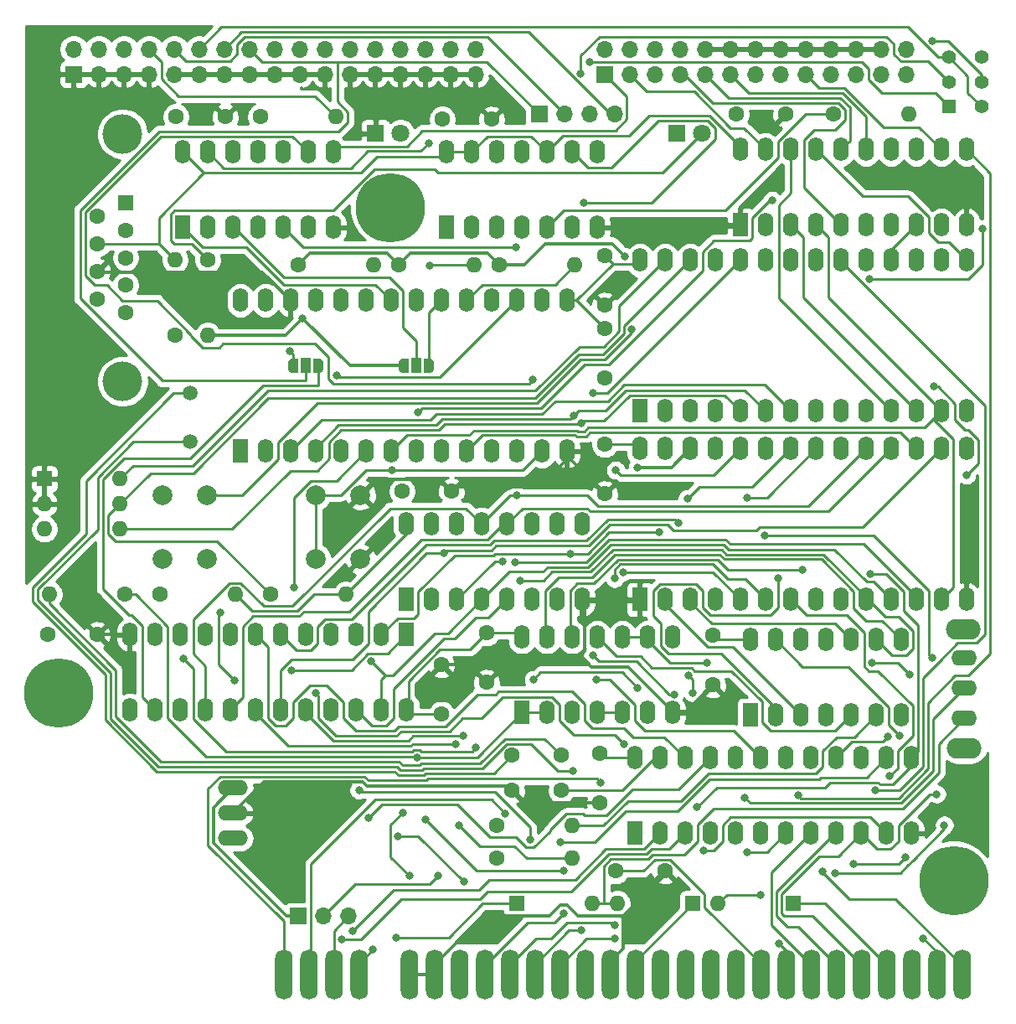
<source format=gbl>
G04 #@! TF.GenerationSoftware,KiCad,Pcbnew,(5.1.6)-1*
G04 #@! TF.CreationDate,2020-07-09T08:39:42+03:00*
G04 #@! TF.ProjectId,PlusD_Clone_MOD_1_2,506c7573-445f-4436-9c6f-6e655f4d4f44,rev?*
G04 #@! TF.SameCoordinates,Original*
G04 #@! TF.FileFunction,Copper,L2,Bot*
G04 #@! TF.FilePolarity,Positive*
%FSLAX46Y46*%
G04 Gerber Fmt 4.6, Leading zero omitted, Abs format (unit mm)*
G04 Created by KiCad (PCBNEW (5.1.6)-1) date 2020-07-09 08:39:42*
%MOMM*%
%LPD*%
G01*
G04 APERTURE LIST*
G04 #@! TA.AperFunction,ComponentPad*
%ADD10O,1.600000X1.600000*%
G04 #@! TD*
G04 #@! TA.AperFunction,ComponentPad*
%ADD11C,1.600000*%
G04 #@! TD*
G04 #@! TA.AperFunction,ComponentPad*
%ADD12C,1.400000*%
G04 #@! TD*
G04 #@! TA.AperFunction,ComponentPad*
%ADD13R,1.400000X1.400000*%
G04 #@! TD*
G04 #@! TA.AperFunction,ComponentPad*
%ADD14C,4.000000*%
G04 #@! TD*
G04 #@! TA.AperFunction,ComponentPad*
%ADD15R,1.600000X1.600000*%
G04 #@! TD*
G04 #@! TA.AperFunction,ComponentPad*
%ADD16O,3.048000X1.524000*%
G04 #@! TD*
G04 #@! TA.AperFunction,ComponentPad*
%ADD17O,2.600000X1.600000*%
G04 #@! TD*
G04 #@! TA.AperFunction,ComponentPad*
%ADD18O,3.500000X2.100000*%
G04 #@! TD*
G04 #@! TA.AperFunction,SMDPad,CuDef*
%ADD19R,1.000000X1.500000*%
G04 #@! TD*
G04 #@! TA.AperFunction,SMDPad,CuDef*
%ADD20C,0.100000*%
G04 #@! TD*
G04 #@! TA.AperFunction,ComponentPad*
%ADD21O,1.600000X2.400000*%
G04 #@! TD*
G04 #@! TA.AperFunction,ComponentPad*
%ADD22R,1.600000X2.400000*%
G04 #@! TD*
G04 #@! TA.AperFunction,ComponentPad*
%ADD23C,7.000000*%
G04 #@! TD*
G04 #@! TA.AperFunction,ComponentPad*
%ADD24C,0.800000*%
G04 #@! TD*
G04 #@! TA.AperFunction,ComponentPad*
%ADD25C,2.000000*%
G04 #@! TD*
G04 #@! TA.AperFunction,ComponentPad*
%ADD26O,1.700000X1.700000*%
G04 #@! TD*
G04 #@! TA.AperFunction,ComponentPad*
%ADD27R,1.700000X1.700000*%
G04 #@! TD*
G04 #@! TA.AperFunction,ConnectorPad*
%ADD28O,1.778000X5.080000*%
G04 #@! TD*
G04 #@! TA.AperFunction,ComponentPad*
%ADD29C,1.800000*%
G04 #@! TD*
G04 #@! TA.AperFunction,ComponentPad*
%ADD30R,1.800000X1.800000*%
G04 #@! TD*
G04 #@! TA.AperFunction,ComponentPad*
%ADD31C,1.500000*%
G04 #@! TD*
G04 #@! TA.AperFunction,ViaPad*
%ADD32C,0.800000*%
G04 #@! TD*
G04 #@! TA.AperFunction,Conductor*
%ADD33C,0.350000*%
G04 #@! TD*
G04 #@! TA.AperFunction,Conductor*
%ADD34C,0.250000*%
G04 #@! TD*
G04 #@! TA.AperFunction,Conductor*
%ADD35C,0.254000*%
G04 #@! TD*
G04 APERTURE END LIST*
D10*
X85344000Y-83566000D03*
D11*
X77724000Y-83566000D03*
D12*
X160780000Y-29290000D03*
X160780000Y-31790000D03*
X160780000Y-34290000D03*
X157480000Y-29290000D03*
X157480000Y-31790000D03*
D13*
X157480000Y-34290000D03*
D14*
X73950000Y-62040000D03*
X73950000Y-37040000D03*
D11*
X71410000Y-53695000D03*
X71410000Y-50925000D03*
X71410000Y-48155000D03*
X71410000Y-45385000D03*
X74250000Y-55080000D03*
X74250000Y-52310000D03*
X74250000Y-49540000D03*
X74250000Y-46770000D03*
D15*
X74250000Y-44000000D03*
D16*
X85090000Y-103124000D03*
X85090000Y-105664000D03*
X85090000Y-108204000D03*
D17*
X159004000Y-96096000D03*
D18*
X158954000Y-87046000D03*
X159004000Y-99096000D03*
D17*
X159004000Y-89996000D03*
X159004000Y-93046000D03*
D10*
X73660000Y-71882000D03*
X66040000Y-76962000D03*
X73660000Y-74422000D03*
X66040000Y-74422000D03*
X73660000Y-76962000D03*
D15*
X66040000Y-71882000D03*
D19*
X92456000Y-60452000D03*
G04 #@! TA.AperFunction,SMDPad,CuDef*
D20*
G36*
X93756000Y-59702602D02*
G01*
X93780534Y-59702602D01*
X93829365Y-59707412D01*
X93877490Y-59716984D01*
X93924445Y-59731228D01*
X93969778Y-59750005D01*
X94013051Y-59773136D01*
X94053850Y-59800396D01*
X94091779Y-59831524D01*
X94126476Y-59866221D01*
X94157604Y-59904150D01*
X94184864Y-59944949D01*
X94207995Y-59988222D01*
X94226772Y-60033555D01*
X94241016Y-60080510D01*
X94250588Y-60128635D01*
X94255398Y-60177466D01*
X94255398Y-60202000D01*
X94256000Y-60202000D01*
X94256000Y-60702000D01*
X94255398Y-60702000D01*
X94255398Y-60726534D01*
X94250588Y-60775365D01*
X94241016Y-60823490D01*
X94226772Y-60870445D01*
X94207995Y-60915778D01*
X94184864Y-60959051D01*
X94157604Y-60999850D01*
X94126476Y-61037779D01*
X94091779Y-61072476D01*
X94053850Y-61103604D01*
X94013051Y-61130864D01*
X93969778Y-61153995D01*
X93924445Y-61172772D01*
X93877490Y-61187016D01*
X93829365Y-61196588D01*
X93780534Y-61201398D01*
X93756000Y-61201398D01*
X93756000Y-61202000D01*
X93206000Y-61202000D01*
X93206000Y-59702000D01*
X93756000Y-59702000D01*
X93756000Y-59702602D01*
G37*
G04 #@! TD.AperFunction*
G04 #@! TA.AperFunction,SMDPad,CuDef*
G36*
X91706000Y-61202000D02*
G01*
X91156000Y-61202000D01*
X91156000Y-61201398D01*
X91131466Y-61201398D01*
X91082635Y-61196588D01*
X91034510Y-61187016D01*
X90987555Y-61172772D01*
X90942222Y-61153995D01*
X90898949Y-61130864D01*
X90858150Y-61103604D01*
X90820221Y-61072476D01*
X90785524Y-61037779D01*
X90754396Y-60999850D01*
X90727136Y-60959051D01*
X90704005Y-60915778D01*
X90685228Y-60870445D01*
X90670984Y-60823490D01*
X90661412Y-60775365D01*
X90656602Y-60726534D01*
X90656602Y-60702000D01*
X90656000Y-60702000D01*
X90656000Y-60202000D01*
X90656602Y-60202000D01*
X90656602Y-60177466D01*
X90661412Y-60128635D01*
X90670984Y-60080510D01*
X90685228Y-60033555D01*
X90704005Y-59988222D01*
X90727136Y-59944949D01*
X90754396Y-59904150D01*
X90785524Y-59866221D01*
X90820221Y-59831524D01*
X90858150Y-59800396D01*
X90898949Y-59773136D01*
X90942222Y-59750005D01*
X90987555Y-59731228D01*
X91034510Y-59716984D01*
X91082635Y-59707412D01*
X91131466Y-59702602D01*
X91156000Y-59702602D01*
X91156000Y-59702000D01*
X91706000Y-59702000D01*
X91706000Y-61202000D01*
G37*
G04 #@! TD.AperFunction*
D19*
X103632000Y-60452000D03*
G04 #@! TA.AperFunction,SMDPad,CuDef*
D20*
G36*
X102332000Y-61201398D02*
G01*
X102307466Y-61201398D01*
X102258635Y-61196588D01*
X102210510Y-61187016D01*
X102163555Y-61172772D01*
X102118222Y-61153995D01*
X102074949Y-61130864D01*
X102034150Y-61103604D01*
X101996221Y-61072476D01*
X101961524Y-61037779D01*
X101930396Y-60999850D01*
X101903136Y-60959051D01*
X101880005Y-60915778D01*
X101861228Y-60870445D01*
X101846984Y-60823490D01*
X101837412Y-60775365D01*
X101832602Y-60726534D01*
X101832602Y-60702000D01*
X101832000Y-60702000D01*
X101832000Y-60202000D01*
X101832602Y-60202000D01*
X101832602Y-60177466D01*
X101837412Y-60128635D01*
X101846984Y-60080510D01*
X101861228Y-60033555D01*
X101880005Y-59988222D01*
X101903136Y-59944949D01*
X101930396Y-59904150D01*
X101961524Y-59866221D01*
X101996221Y-59831524D01*
X102034150Y-59800396D01*
X102074949Y-59773136D01*
X102118222Y-59750005D01*
X102163555Y-59731228D01*
X102210510Y-59716984D01*
X102258635Y-59707412D01*
X102307466Y-59702602D01*
X102332000Y-59702602D01*
X102332000Y-59702000D01*
X102882000Y-59702000D01*
X102882000Y-61202000D01*
X102332000Y-61202000D01*
X102332000Y-61201398D01*
G37*
G04 #@! TD.AperFunction*
G04 #@! TA.AperFunction,SMDPad,CuDef*
G36*
X104382000Y-59702000D02*
G01*
X104932000Y-59702000D01*
X104932000Y-59702602D01*
X104956534Y-59702602D01*
X105005365Y-59707412D01*
X105053490Y-59716984D01*
X105100445Y-59731228D01*
X105145778Y-59750005D01*
X105189051Y-59773136D01*
X105229850Y-59800396D01*
X105267779Y-59831524D01*
X105302476Y-59866221D01*
X105333604Y-59904150D01*
X105360864Y-59944949D01*
X105383995Y-59988222D01*
X105402772Y-60033555D01*
X105417016Y-60080510D01*
X105426588Y-60128635D01*
X105431398Y-60177466D01*
X105431398Y-60202000D01*
X105432000Y-60202000D01*
X105432000Y-60702000D01*
X105431398Y-60702000D01*
X105431398Y-60726534D01*
X105426588Y-60775365D01*
X105417016Y-60823490D01*
X105402772Y-60870445D01*
X105383995Y-60915778D01*
X105360864Y-60959051D01*
X105333604Y-60999850D01*
X105302476Y-61037779D01*
X105267779Y-61072476D01*
X105229850Y-61103604D01*
X105189051Y-61130864D01*
X105145778Y-61153995D01*
X105100445Y-61172772D01*
X105053490Y-61187016D01*
X105005365Y-61196588D01*
X104956534Y-61201398D01*
X104932000Y-61201398D01*
X104932000Y-61202000D01*
X104382000Y-61202000D01*
X104382000Y-59702000D01*
G37*
G04 #@! TD.AperFunction*
D10*
X109474000Y-50292000D03*
D11*
X101854000Y-50292000D03*
D21*
X114300000Y-87884000D03*
X129540000Y-95504000D03*
X116840000Y-87884000D03*
X127000000Y-95504000D03*
X119380000Y-87884000D03*
X124460000Y-95504000D03*
X121920000Y-87884000D03*
X121920000Y-95504000D03*
X124460000Y-87884000D03*
X119380000Y-95504000D03*
X127000000Y-87884000D03*
X116840000Y-95504000D03*
X129540000Y-87884000D03*
D22*
X114300000Y-95504000D03*
D21*
X102616000Y-95250000D03*
X74676000Y-87630000D03*
X100076000Y-95250000D03*
X77216000Y-87630000D03*
X97536000Y-95250000D03*
X79756000Y-87630000D03*
X94996000Y-95250000D03*
X82296000Y-87630000D03*
X92456000Y-95250000D03*
X84836000Y-87630000D03*
X89916000Y-95250000D03*
X87376000Y-87630000D03*
X87376000Y-95250000D03*
X89916000Y-87630000D03*
X84836000Y-95250000D03*
X92456000Y-87630000D03*
X82296000Y-95250000D03*
X94996000Y-87630000D03*
X79756000Y-95250000D03*
X97536000Y-87630000D03*
X77216000Y-95250000D03*
X100076000Y-87630000D03*
X74676000Y-95250000D03*
D22*
X102616000Y-87630000D03*
D21*
X80010000Y-38862000D03*
X95250000Y-46482000D03*
X82550000Y-38862000D03*
X92710000Y-46482000D03*
X85090000Y-38862000D03*
X90170000Y-46482000D03*
X87630000Y-38862000D03*
X87630000Y-46482000D03*
X90170000Y-38862000D03*
X85090000Y-46482000D03*
X92710000Y-38862000D03*
X82550000Y-46482000D03*
X95250000Y-38862000D03*
D22*
X80010000Y-46482000D03*
D21*
X106680000Y-38862000D03*
X121920000Y-46482000D03*
X109220000Y-38862000D03*
X119380000Y-46482000D03*
X111760000Y-38862000D03*
X116840000Y-46482000D03*
X114300000Y-38862000D03*
X114300000Y-46482000D03*
X116840000Y-38862000D03*
X111760000Y-46482000D03*
X119380000Y-38862000D03*
X109220000Y-46482000D03*
X121920000Y-38862000D03*
D22*
X106680000Y-46482000D03*
D10*
X153416000Y-35052000D03*
D11*
X145796000Y-35052000D03*
D21*
X137414000Y-88138000D03*
X152654000Y-95758000D03*
X139954000Y-88138000D03*
X150114000Y-95758000D03*
X142494000Y-88138000D03*
X147574000Y-95758000D03*
X145034000Y-88138000D03*
X145034000Y-95758000D03*
X147574000Y-88138000D03*
X142494000Y-95758000D03*
X150114000Y-88138000D03*
X139954000Y-95758000D03*
X152654000Y-88138000D03*
D22*
X137414000Y-95758000D03*
D23*
X101000000Y-44500000D03*
D24*
X103625000Y-44500000D03*
X102856155Y-46356155D03*
X101000000Y-47125000D03*
X99143845Y-46356155D03*
X98375000Y-44500000D03*
X99143845Y-42643845D03*
X101000000Y-41875000D03*
X102856155Y-42643845D03*
X69356155Y-91643845D03*
X67500000Y-90875000D03*
X65643845Y-91643845D03*
X64875000Y-93500000D03*
X65643845Y-95356155D03*
X67500000Y-96125000D03*
X69356155Y-95356155D03*
X70125000Y-93500000D03*
D23*
X67500000Y-93500000D03*
D24*
X159856155Y-110643845D03*
X158000000Y-109875000D03*
X156143845Y-110643845D03*
X155375000Y-112500000D03*
X156143845Y-114356155D03*
X158000000Y-115125000D03*
X159856155Y-114356155D03*
X160625000Y-112500000D03*
D23*
X158000000Y-112500000D03*
D25*
X78000000Y-73500000D03*
X82500000Y-73500000D03*
X78000000Y-80000000D03*
X82500000Y-80000000D03*
X93500000Y-73500000D03*
X98000000Y-73500000D03*
X93500000Y-80000000D03*
X98000000Y-80000000D03*
D21*
X136398000Y-38608000D03*
X159258000Y-46228000D03*
X138938000Y-38608000D03*
X156718000Y-46228000D03*
X141478000Y-38608000D03*
X154178000Y-46228000D03*
X144018000Y-38608000D03*
X151638000Y-46228000D03*
X146558000Y-38608000D03*
X149098000Y-46228000D03*
X149098000Y-38608000D03*
X146558000Y-46228000D03*
X151638000Y-38608000D03*
X144018000Y-46228000D03*
X154178000Y-38608000D03*
X141478000Y-46228000D03*
X156718000Y-38608000D03*
X138938000Y-46228000D03*
X159258000Y-38608000D03*
D22*
X136398000Y-46228000D03*
D21*
X102616000Y-76454000D03*
X120396000Y-84074000D03*
X105156000Y-76454000D03*
X117856000Y-84074000D03*
X107696000Y-76454000D03*
X115316000Y-84074000D03*
X110236000Y-76454000D03*
X112776000Y-84074000D03*
X112776000Y-76454000D03*
X110236000Y-84074000D03*
X115316000Y-76454000D03*
X107696000Y-84074000D03*
X117856000Y-76454000D03*
X105156000Y-84074000D03*
X120396000Y-76454000D03*
D22*
X102616000Y-84074000D03*
D21*
X125730000Y-100076000D03*
X153670000Y-107696000D03*
X128270000Y-100076000D03*
X151130000Y-107696000D03*
X130810000Y-100076000D03*
X148590000Y-107696000D03*
X133350000Y-100076000D03*
X146050000Y-107696000D03*
X135890000Y-100076000D03*
X143510000Y-107696000D03*
X138430000Y-100076000D03*
X140970000Y-107696000D03*
X140970000Y-100076000D03*
X138430000Y-107696000D03*
X143510000Y-100076000D03*
X135890000Y-107696000D03*
X146050000Y-100076000D03*
X133350000Y-107696000D03*
X148590000Y-100076000D03*
X130810000Y-107696000D03*
X151130000Y-100076000D03*
X128270000Y-107696000D03*
X153670000Y-100076000D03*
D22*
X125730000Y-107696000D03*
D21*
X126238000Y-68834000D03*
X159258000Y-84074000D03*
X128778000Y-68834000D03*
X156718000Y-84074000D03*
X131318000Y-68834000D03*
X154178000Y-84074000D03*
X133858000Y-68834000D03*
X151638000Y-84074000D03*
X136398000Y-68834000D03*
X149098000Y-84074000D03*
X138938000Y-68834000D03*
X146558000Y-84074000D03*
X141478000Y-68834000D03*
X144018000Y-84074000D03*
X144018000Y-68834000D03*
X141478000Y-84074000D03*
X146558000Y-68834000D03*
X138938000Y-84074000D03*
X149098000Y-68834000D03*
X136398000Y-84074000D03*
X151638000Y-68834000D03*
X133858000Y-84074000D03*
X154178000Y-68834000D03*
X131318000Y-84074000D03*
X156718000Y-68834000D03*
X128778000Y-84074000D03*
X159258000Y-68834000D03*
D22*
X126238000Y-84074000D03*
D21*
X126238000Y-49784000D03*
X159258000Y-65024000D03*
X128778000Y-49784000D03*
X156718000Y-65024000D03*
X131318000Y-49784000D03*
X154178000Y-65024000D03*
X133858000Y-49784000D03*
X151638000Y-65024000D03*
X136398000Y-49784000D03*
X149098000Y-65024000D03*
X138938000Y-49784000D03*
X146558000Y-65024000D03*
X141478000Y-49784000D03*
X144018000Y-65024000D03*
X144018000Y-49784000D03*
X141478000Y-65024000D03*
X146558000Y-49784000D03*
X138938000Y-65024000D03*
X149098000Y-49784000D03*
X136398000Y-65024000D03*
X151638000Y-49784000D03*
X133858000Y-65024000D03*
X154178000Y-49784000D03*
X131318000Y-65024000D03*
X156718000Y-49784000D03*
X128778000Y-65024000D03*
X159258000Y-49784000D03*
D22*
X126238000Y-65024000D03*
D21*
X85852000Y-53848000D03*
X118872000Y-69088000D03*
X88392000Y-53848000D03*
X116332000Y-69088000D03*
X90932000Y-53848000D03*
X113792000Y-69088000D03*
X93472000Y-53848000D03*
X111252000Y-69088000D03*
X96012000Y-53848000D03*
X108712000Y-69088000D03*
X98552000Y-53848000D03*
X106172000Y-69088000D03*
X101092000Y-53848000D03*
X103632000Y-69088000D03*
X103632000Y-53848000D03*
X101092000Y-69088000D03*
X106172000Y-53848000D03*
X98552000Y-69088000D03*
X108712000Y-53848000D03*
X96012000Y-69088000D03*
X111252000Y-53848000D03*
X93472000Y-69088000D03*
X113792000Y-53848000D03*
X90932000Y-69088000D03*
X116332000Y-53848000D03*
X88392000Y-69088000D03*
X118872000Y-53848000D03*
D22*
X85852000Y-69088000D03*
D10*
X96520000Y-83566000D03*
D11*
X88900000Y-83566000D03*
D10*
X79248000Y-49784000D03*
D11*
X79248000Y-57404000D03*
D10*
X119380000Y-106934000D03*
D11*
X111760000Y-106934000D03*
D10*
X119380000Y-110236000D03*
D11*
X111760000Y-110236000D03*
D10*
X66548000Y-83566000D03*
D11*
X74168000Y-83566000D03*
D10*
X82550000Y-57404000D03*
D11*
X82550000Y-49784000D03*
D10*
X119634000Y-50292000D03*
D11*
X112014000Y-50292000D03*
D10*
X99314000Y-50292000D03*
D11*
X91694000Y-50292000D03*
D10*
X95504000Y-35306000D03*
D11*
X87884000Y-35306000D03*
D26*
X123698000Y-35052000D03*
X121158000Y-35052000D03*
X118618000Y-35052000D03*
D27*
X116078000Y-35052000D03*
D28*
X90218000Y-121960000D03*
X92758000Y-121960000D03*
X97838000Y-121960000D03*
X102918000Y-121960000D03*
X105458000Y-121960000D03*
X95298000Y-121960000D03*
X153718000Y-121960000D03*
X158798000Y-121960000D03*
X125778000Y-121960000D03*
X133398000Y-121960000D03*
X146098000Y-121960000D03*
X141018000Y-121960000D03*
X118158000Y-121960000D03*
X148638000Y-121960000D03*
X107998000Y-121960000D03*
X123238000Y-121960000D03*
X130858000Y-121960000D03*
X135938000Y-121960000D03*
X143558000Y-121960000D03*
X115618000Y-121960000D03*
X156258000Y-121960000D03*
X128318000Y-121960000D03*
X113078000Y-121960000D03*
X110538000Y-121960000D03*
X120698000Y-121960000D03*
X151178000Y-121960000D03*
X138478000Y-121960000D03*
D26*
X153162000Y-28460000D03*
X153162000Y-31000000D03*
X150622000Y-28460000D03*
X150622000Y-31000000D03*
X148082000Y-28460000D03*
X148082000Y-31000000D03*
X145542000Y-28460000D03*
X145542000Y-31000000D03*
X143002000Y-28460000D03*
X143002000Y-31000000D03*
X140462000Y-28460000D03*
X140462000Y-31000000D03*
X137922000Y-28460000D03*
X137922000Y-31000000D03*
X135382000Y-28460000D03*
X135382000Y-31000000D03*
X132842000Y-28460000D03*
X132842000Y-31000000D03*
X130302000Y-28460000D03*
X130302000Y-31000000D03*
X127762000Y-28460000D03*
X127762000Y-31000000D03*
X125222000Y-28460000D03*
X125222000Y-31000000D03*
X122682000Y-28460000D03*
D27*
X122682000Y-31000000D03*
D11*
X122682000Y-49356000D03*
X122682000Y-54356000D03*
X106172000Y-95678000D03*
X106172000Y-90678000D03*
X133604000Y-87710000D03*
X133604000Y-92710000D03*
X110744000Y-87456000D03*
X110744000Y-92456000D03*
X102188000Y-73152000D03*
X107188000Y-73152000D03*
X135970000Y-35052000D03*
X140970000Y-35052000D03*
X106252000Y-35560000D03*
X111252000Y-35560000D03*
X79328000Y-35306000D03*
X84328000Y-35306000D03*
X122174000Y-99648000D03*
X122174000Y-104648000D03*
X122682000Y-68406000D03*
X122682000Y-73406000D03*
X122682000Y-56722000D03*
X122682000Y-61722000D03*
X118284000Y-99822000D03*
X113284000Y-99822000D03*
D27*
X69000000Y-31000000D03*
D26*
X69000000Y-28460000D03*
X71540000Y-31000000D03*
X71540000Y-28460000D03*
X74080000Y-31000000D03*
X74080000Y-28460000D03*
X76620000Y-31000000D03*
X76620000Y-28460000D03*
X79160000Y-31000000D03*
X79160000Y-28460000D03*
X81700000Y-31000000D03*
X81700000Y-28460000D03*
X84240000Y-31000000D03*
X84240000Y-28460000D03*
X86780000Y-31000000D03*
X86780000Y-28460000D03*
X89320000Y-31000000D03*
X89320000Y-28460000D03*
X91860000Y-31000000D03*
X91860000Y-28460000D03*
X94400000Y-31000000D03*
X94400000Y-28460000D03*
X96940000Y-31000000D03*
X96940000Y-28460000D03*
X99480000Y-31000000D03*
X99480000Y-28460000D03*
X102020000Y-31000000D03*
X102020000Y-28460000D03*
X104560000Y-31000000D03*
X104560000Y-28460000D03*
X107100000Y-31000000D03*
X107100000Y-28460000D03*
X109640000Y-31000000D03*
X109640000Y-28460000D03*
D27*
X91694000Y-116078000D03*
D26*
X94234000Y-116078000D03*
X96774000Y-116078000D03*
D29*
X132540000Y-37000000D03*
D30*
X130000000Y-37000000D03*
D10*
X121412000Y-114808000D03*
D15*
X113792000Y-114808000D03*
D10*
X123952000Y-114808000D03*
D15*
X131572000Y-114808000D03*
X141732000Y-114808000D03*
D10*
X134112000Y-114808000D03*
D29*
X102040000Y-37000000D03*
D30*
X99500000Y-37000000D03*
D11*
X118284000Y-103378000D03*
X113284000Y-103378000D03*
X123778000Y-111506000D03*
X128778000Y-111506000D03*
X66374000Y-87630000D03*
X71374000Y-87630000D03*
D31*
X80772000Y-63246000D03*
X80772000Y-68146000D03*
D32*
X80128100Y-90087100D03*
X109686600Y-99008900D03*
X133031600Y-90443600D03*
X121835700Y-92206800D03*
X142202500Y-103826400D03*
X151291100Y-97949200D03*
X150013800Y-103372300D03*
X136864600Y-104133500D03*
X125434000Y-56787400D03*
X98811800Y-106108100D03*
X85295900Y-92289200D03*
X83847300Y-85363800D03*
X107918900Y-106882200D03*
X103686700Y-100030200D03*
X115431300Y-61892300D03*
X90853400Y-59018000D03*
X112374900Y-80212200D03*
X120269700Y-30938000D03*
X120573400Y-43968200D03*
X155823900Y-27650600D03*
X142684400Y-81044900D03*
X119489600Y-101377500D03*
X91054800Y-91212700D03*
X92157400Y-55648700D03*
X124710800Y-49390700D03*
X126005700Y-70707200D03*
X104597300Y-106342200D03*
X118565900Y-111481700D03*
X101212400Y-70993600D03*
X113792000Y-73569200D03*
X137118000Y-73755500D03*
X149473400Y-51675200D03*
X160875300Y-46642700D03*
X140211000Y-81945500D03*
X144722100Y-111549300D03*
X114117100Y-82141600D03*
X118527300Y-115759900D03*
X125990100Y-92974000D03*
X115475400Y-92152700D03*
X112644700Y-105719000D03*
X149688100Y-90443600D03*
X153513100Y-91679900D03*
X153048400Y-110128000D03*
X147820300Y-110770800D03*
X140268400Y-118848000D03*
X152448400Y-97806400D03*
X154845600Y-118294400D03*
X121492600Y-63245200D03*
X123790500Y-71010500D03*
X102238100Y-105586500D03*
X102918000Y-111974900D03*
X99077200Y-90307300D03*
X91242900Y-82885700D03*
X113614300Y-80283700D03*
X155968800Y-62558800D03*
X159274000Y-71489400D03*
X108373100Y-97876600D03*
X139633400Y-43738400D03*
X103791700Y-65169200D03*
X106442900Y-79419200D03*
X97848400Y-103340400D03*
X115135500Y-108352200D03*
X107597800Y-98651900D03*
X131037200Y-73871300D03*
X130119000Y-76307500D03*
X131119000Y-91744600D03*
X131563200Y-93496900D03*
X101804500Y-107985900D03*
X108443400Y-112590900D03*
X132667700Y-109465100D03*
X123711400Y-118353700D03*
X151482100Y-101935900D03*
X123679500Y-81950400D03*
X119568600Y-65537700D03*
X138881300Y-77635200D03*
X155778300Y-89999400D03*
X156235900Y-103730500D03*
X128212000Y-77242700D03*
X119178700Y-79436900D03*
X121471200Y-89743200D03*
X129748100Y-93649800D03*
X137107800Y-109598800D03*
X97208700Y-117578300D03*
X96076200Y-118452900D03*
X93506500Y-93529700D03*
X124628000Y-98702700D03*
X122294600Y-102538300D03*
X120314400Y-66295600D03*
X124562200Y-81295000D03*
X118164200Y-108585000D03*
X120327800Y-117521600D03*
X149495300Y-81490300D03*
X131985300Y-105053400D03*
X123728200Y-116972300D03*
X121158000Y-29774700D03*
X104982100Y-50371700D03*
X104904000Y-37965400D03*
X113747700Y-48516200D03*
X95560900Y-61466200D03*
X101560000Y-118238000D03*
X99263800Y-119419900D03*
X105868900Y-111974900D03*
X157009300Y-106856800D03*
X145927200Y-111724700D03*
X138461100Y-113901200D03*
D33*
X113284000Y-103378000D02*
X112853500Y-102947500D01*
X112853500Y-102947500D02*
X98622700Y-102947500D01*
X98622700Y-102947500D02*
X98190300Y-102515100D01*
X98190300Y-102515100D02*
X88238900Y-102515100D01*
X88238900Y-102515100D02*
X85090000Y-105664000D01*
X120650000Y-84328000D02*
X120650000Y-89253600D01*
X120650000Y-89253600D02*
X120194300Y-89709300D01*
X120396000Y-84074000D02*
X120650000Y-84328000D01*
X120650000Y-84328000D02*
X125984000Y-84328000D01*
X125984000Y-84328000D02*
X126238000Y-84074000D01*
X120194300Y-89709300D02*
X121366200Y-90881200D01*
X121366200Y-90881200D02*
X125068200Y-90881200D01*
X125068200Y-90881200D02*
X129540000Y-95353000D01*
X110744000Y-92456000D02*
X113490700Y-89709300D01*
X113490700Y-89709300D02*
X120194300Y-89709300D01*
X122174000Y-104648000D02*
X114554000Y-104648000D01*
X114554000Y-104648000D02*
X113284000Y-103378000D01*
X110744000Y-92456000D02*
X108966000Y-90678000D01*
X108966000Y-90678000D02*
X106172000Y-90678000D01*
X124573000Y-116069300D02*
X120003900Y-116069300D01*
X120003900Y-116069300D02*
X118869200Y-114934600D01*
X118869200Y-114934600D02*
X118171600Y-114934600D01*
X118171600Y-114934600D02*
X117072900Y-116033300D01*
X117072900Y-116033300D02*
X110365300Y-116033300D01*
X110365300Y-116033300D02*
X105458000Y-120940600D01*
X105458000Y-120940600D02*
X105458000Y-121960000D01*
X124573000Y-116069300D02*
X124573000Y-119314600D01*
X124573000Y-119314600D02*
X123238000Y-120649600D01*
X123238000Y-120649600D02*
X123238000Y-121960000D01*
X128778000Y-111506000D02*
X128778000Y-111864300D01*
X128778000Y-111864300D02*
X124573000Y-116069300D01*
X81700000Y-31000000D02*
X79160000Y-31000000D01*
X84240000Y-31000000D02*
X81700000Y-31000000D01*
X140462000Y-28460000D02*
X143002000Y-28460000D01*
X137922000Y-28460000D02*
X140462000Y-28460000D01*
X71540000Y-31000000D02*
X69000000Y-31000000D01*
X74080000Y-31000000D02*
X71540000Y-31000000D01*
X121920000Y-46482000D02*
X136144000Y-46482000D01*
X136144000Y-46482000D02*
X136398000Y-46228000D01*
X105458000Y-121960000D02*
X102918000Y-121960000D01*
X71410000Y-50925000D02*
X71494400Y-51009400D01*
X71494400Y-51009400D02*
X88093400Y-51009400D01*
X88093400Y-51009400D02*
X90932000Y-53848000D01*
X118872000Y-69895400D02*
X116066200Y-72701200D01*
X116066200Y-72701200D02*
X107638800Y-72701200D01*
X107638800Y-72701200D02*
X107188000Y-73152000D01*
X107100000Y-31000000D02*
X109640000Y-31000000D01*
X104560000Y-31000000D02*
X107100000Y-31000000D01*
X102020000Y-31000000D02*
X104560000Y-31000000D01*
X99500000Y-31000000D02*
X102020000Y-31000000D01*
X118872000Y-69895400D02*
X119171400Y-69895400D01*
X119171400Y-69895400D02*
X122682000Y-73406000D01*
X118872000Y-69088000D02*
X118872000Y-69895400D01*
X145542000Y-28460000D02*
X148082000Y-28460000D01*
X143002000Y-28460000D02*
X145542000Y-28460000D01*
X129540000Y-95353000D02*
X130961000Y-95353000D01*
X130961000Y-95353000D02*
X133604000Y-92710000D01*
X129540000Y-95353000D02*
X129540000Y-95504000D01*
X135382000Y-28460000D02*
X137922000Y-28460000D01*
X98000000Y-73500000D02*
X99573400Y-71926600D01*
X99573400Y-71926600D02*
X105962600Y-71926600D01*
X105962600Y-71926600D02*
X107188000Y-73152000D01*
X99500000Y-31000000D02*
X99480000Y-31000000D01*
X99500000Y-31000000D02*
X99500000Y-37000000D01*
X91860000Y-31000000D02*
X94400000Y-31000000D01*
X89320000Y-31000000D02*
X91860000Y-31000000D01*
X132842000Y-28460000D02*
X135382000Y-28460000D01*
X89320000Y-31000000D02*
X86780000Y-31000000D01*
X99480000Y-31000000D02*
X96940000Y-31000000D01*
X71374000Y-87630000D02*
X74676000Y-87630000D01*
D34*
X109686600Y-99008900D02*
X109268300Y-99427200D01*
X109268300Y-99427200D02*
X104180200Y-99427200D01*
X104180200Y-99427200D02*
X104007900Y-99254900D01*
X104007900Y-99254900D02*
X103365600Y-99254900D01*
X103365600Y-99254900D02*
X103193300Y-99427200D01*
X103193300Y-99427200D02*
X84372800Y-99427200D01*
X84372800Y-99427200D02*
X81089700Y-96144100D01*
X81089700Y-96144100D02*
X81089700Y-91048700D01*
X81089700Y-91048700D02*
X80128100Y-90087100D01*
X130810000Y-100076000D02*
X128724200Y-97990200D01*
X128724200Y-97990200D02*
X125559800Y-97990200D01*
X125559800Y-97990200D02*
X124661300Y-97091700D01*
X124661300Y-97091700D02*
X121415800Y-97091700D01*
X121415800Y-97091700D02*
X120650000Y-96325900D01*
X120650000Y-96325900D02*
X120650000Y-94657500D01*
X120650000Y-94657500D02*
X119384000Y-93391500D01*
X119384000Y-93391500D02*
X111956100Y-93391500D01*
X111956100Y-93391500D02*
X111669100Y-93678500D01*
X111669100Y-93678500D02*
X109833800Y-93678500D01*
X109833800Y-93678500D02*
X106636300Y-96876000D01*
X106636300Y-96876000D02*
X101861700Y-96876000D01*
X101861700Y-96876000D02*
X101405200Y-97332500D01*
X101405200Y-97332500D02*
X97521800Y-97332500D01*
X97521800Y-97332500D02*
X96266000Y-96076700D01*
X96266000Y-96076700D02*
X96266000Y-94412900D01*
X96266000Y-94412900D02*
X94593900Y-92740800D01*
X94593900Y-92740800D02*
X92862000Y-92740800D01*
X92862000Y-92740800D02*
X91186000Y-94416800D01*
X91186000Y-94416800D02*
X91186000Y-96085200D01*
X91186000Y-96085200D02*
X90445800Y-96825400D01*
X90445800Y-96825400D02*
X89426700Y-96825400D01*
X89426700Y-96825400D02*
X88645900Y-96044600D01*
X88645900Y-96044600D02*
X88645900Y-88899900D01*
X88645900Y-88899900D02*
X87376000Y-87630000D01*
X127000000Y-87884000D02*
X127000000Y-88149400D01*
X127000000Y-88149400D02*
X129294200Y-90443600D01*
X129294200Y-90443600D02*
X133031600Y-90443600D01*
X127000000Y-87884000D02*
X124460000Y-87884000D01*
X138430000Y-100076000D02*
X135687400Y-97333400D01*
X135687400Y-97333400D02*
X126728300Y-97333400D01*
X126728300Y-97333400D02*
X125730000Y-96335100D01*
X125730000Y-96335100D02*
X125730000Y-94711700D01*
X125730000Y-94711700D02*
X123225100Y-92206800D01*
X123225100Y-92206800D02*
X121835700Y-92206800D01*
X159258000Y-38608000D02*
X161666600Y-41016600D01*
X161666600Y-41016600D02*
X161666600Y-89500500D01*
X161666600Y-89500500D02*
X159399800Y-91767300D01*
X159399800Y-91767300D02*
X158105300Y-91767300D01*
X158105300Y-91767300D02*
X155378100Y-94494500D01*
X155378100Y-94494500D02*
X155378100Y-101161600D01*
X155378100Y-101161600D02*
X152392100Y-104147600D01*
X152392100Y-104147600D02*
X142523700Y-104147600D01*
X142523700Y-104147600D02*
X142202500Y-103826400D01*
X118284000Y-103378000D02*
X124490300Y-103378000D01*
X124490300Y-103378000D02*
X127792300Y-100076000D01*
X127792300Y-100076000D02*
X128270000Y-100076000D01*
X81700000Y-28460000D02*
X83928400Y-26231600D01*
X83928400Y-26231600D02*
X153308500Y-26231600D01*
X153308500Y-26231600D02*
X156366900Y-29290000D01*
X156366900Y-29290000D02*
X157480000Y-29290000D01*
X157480000Y-29290000D02*
X159355400Y-31165400D01*
X159355400Y-31165400D02*
X159355400Y-32865400D01*
X159355400Y-32865400D02*
X160780000Y-34290000D01*
X146050000Y-100076000D02*
X147660100Y-98465900D01*
X147660100Y-98465900D02*
X150774400Y-98465900D01*
X150774400Y-98465900D02*
X151291100Y-97949200D01*
X150013800Y-103372300D02*
X152459700Y-103372300D01*
X152459700Y-103372300D02*
X154877700Y-100954300D01*
X154877700Y-100954300D02*
X154877700Y-91996500D01*
X154877700Y-91996500D02*
X156553600Y-90320600D01*
X156553600Y-90320600D02*
X156553600Y-90271300D01*
X156553600Y-90271300D02*
X158353500Y-88471400D01*
X158353500Y-88471400D02*
X160249000Y-88471400D01*
X160249000Y-88471400D02*
X161098000Y-87622400D01*
X161098000Y-87622400D02*
X161098000Y-64443300D01*
X161098000Y-64443300D02*
X146558000Y-49903300D01*
X146558000Y-49903300D02*
X146558000Y-49784000D01*
X132540000Y-37000000D02*
X128562300Y-40977700D01*
X128562300Y-40977700D02*
X105857700Y-40977700D01*
X105857700Y-40977700D02*
X105494800Y-40614800D01*
X105494800Y-40614800D02*
X99404600Y-40614800D01*
X99404600Y-40614800D02*
X95249200Y-44770200D01*
X95249200Y-44770200D02*
X79168200Y-44770200D01*
X79168200Y-44770200D02*
X78788400Y-45150000D01*
X78788400Y-45150000D02*
X78788400Y-47803400D01*
X78788400Y-47803400D02*
X79140900Y-48155900D01*
X79140900Y-48155900D02*
X80921900Y-48155900D01*
X80921900Y-48155900D02*
X82550000Y-49784000D01*
X136864600Y-104133500D02*
X137379100Y-104648000D01*
X137379100Y-104648000D02*
X152665700Y-104648000D01*
X152665700Y-104648000D02*
X155878500Y-101435200D01*
X155878500Y-101435200D02*
X155878500Y-96171500D01*
X155878500Y-96171500D02*
X159004000Y-93046000D01*
X82500000Y-73500000D02*
X86043600Y-73500000D01*
X86043600Y-73500000D02*
X89662000Y-69881600D01*
X89662000Y-69881600D02*
X89662000Y-68233100D01*
X89662000Y-68233100D02*
X93662900Y-64232200D01*
X93662900Y-64232200D02*
X115836900Y-64232200D01*
X115836900Y-64232200D02*
X120268200Y-59800900D01*
X120268200Y-59800900D02*
X122724900Y-59800900D01*
X122724900Y-59800900D02*
X125434000Y-57091800D01*
X125434000Y-57091800D02*
X125434000Y-56787400D01*
X98811800Y-106108100D02*
X100121300Y-104798600D01*
X100121300Y-104798600D02*
X107773900Y-104798600D01*
X107773900Y-104798600D02*
X111095100Y-108119800D01*
X111095100Y-108119800D02*
X113702800Y-108119800D01*
X113702800Y-108119800D02*
X114723600Y-109140600D01*
X114723600Y-109140600D02*
X115527300Y-109140600D01*
X115527300Y-109140600D02*
X117191100Y-107476800D01*
X117191100Y-107476800D02*
X117191100Y-107342000D01*
X117191100Y-107342000D02*
X118781100Y-105752000D01*
X118781100Y-105752000D02*
X120484000Y-105752000D01*
X120484000Y-105752000D02*
X120622400Y-105890400D01*
X120622400Y-105890400D02*
X122882100Y-105890400D01*
X122882100Y-105890400D02*
X125513200Y-103259300D01*
X125513200Y-103259300D02*
X130166700Y-103259300D01*
X130166700Y-103259300D02*
X133350000Y-100076000D01*
X85295900Y-92289200D02*
X83659300Y-90652600D01*
X83659300Y-90652600D02*
X83659300Y-85551800D01*
X83659300Y-85551800D02*
X83847300Y-85363800D01*
X95504000Y-35306000D02*
X93426500Y-33228500D01*
X93426500Y-33228500D02*
X79624700Y-33228500D01*
X79624700Y-33228500D02*
X77890000Y-31493800D01*
X77890000Y-31493800D02*
X77890000Y-29730000D01*
X77890000Y-29730000D02*
X76620000Y-28460000D01*
X95670000Y-29730000D02*
X110756000Y-29730000D01*
X110756000Y-29730000D02*
X116078000Y-35052000D01*
X86780000Y-28460000D02*
X88050000Y-29730000D01*
X88050000Y-29730000D02*
X95670000Y-29730000D01*
X95670000Y-33780100D02*
X95670000Y-29730000D01*
X96697600Y-34807700D02*
X95670000Y-33780100D01*
X96697600Y-35856200D02*
X96697600Y-34807700D01*
X95770400Y-36783400D02*
X96697600Y-35856200D01*
X77624300Y-36783400D02*
X95770400Y-36783400D01*
X92456000Y-60452000D02*
X92456000Y-61976000D01*
X77968200Y-61976000D02*
X69670900Y-53678700D01*
X69670900Y-53678700D02*
X69670900Y-44736800D01*
X92456000Y-61976000D02*
X77968200Y-61976000D01*
X69670900Y-44736800D02*
X77624300Y-36783400D01*
X75946000Y-93980000D02*
X77216000Y-95250000D01*
X80793400Y-69801300D02*
X74070600Y-69801300D01*
X88118690Y-62476010D02*
X80793400Y-69801300D01*
X93756000Y-62454000D02*
X93733989Y-62476011D01*
X93733989Y-62476011D02*
X88118690Y-62476010D01*
X93756000Y-60452000D02*
X93756000Y-62454000D01*
X71932100Y-82999400D02*
X74572200Y-85639500D01*
X74070600Y-69801300D02*
X71932100Y-71939800D01*
X71932100Y-71939800D02*
X71932100Y-82999400D01*
X75946000Y-86768300D02*
X75946000Y-93980000D01*
X74572200Y-85639500D02*
X74817200Y-85639500D01*
X74817200Y-85639500D02*
X75946000Y-86768300D01*
X118284000Y-99822000D02*
X116608200Y-98146200D01*
X116608200Y-98146200D02*
X112586800Y-98146200D01*
X112586800Y-98146200D02*
X110099800Y-100633200D01*
X110099800Y-100633200D02*
X104180200Y-100633200D01*
X104180200Y-100633200D02*
X103992600Y-100820800D01*
X103992600Y-100820800D02*
X102240800Y-100820800D01*
X102240800Y-100820800D02*
X101869900Y-100449900D01*
X101869900Y-100449900D02*
X77778900Y-100449900D01*
X77778900Y-100449900D02*
X73250400Y-95921400D01*
X73250400Y-95921400D02*
X73250400Y-91197700D01*
X73250400Y-91197700D02*
X66548000Y-84495300D01*
X66548000Y-84495300D02*
X66548000Y-83566000D01*
X80772000Y-63246000D02*
X79122200Y-63246000D01*
X79122200Y-63246000D02*
X70267600Y-72100600D01*
X70267600Y-72100600D02*
X70267600Y-77430300D01*
X70267600Y-77430300D02*
X64850400Y-82847500D01*
X64850400Y-82847500D02*
X64850400Y-84330800D01*
X64850400Y-84330800D02*
X72184700Y-91665100D01*
X72184700Y-91665100D02*
X72184700Y-96270900D01*
X72184700Y-96270900D02*
X77364300Y-101450500D01*
X77364300Y-101450500D02*
X101455300Y-101450500D01*
X101455300Y-101450500D02*
X101826200Y-101821400D01*
X101826200Y-101821400D02*
X104407200Y-101821400D01*
X104407200Y-101821400D02*
X104594800Y-101633800D01*
X104594800Y-101633800D02*
X111472200Y-101633800D01*
X111472200Y-101633800D02*
X113284000Y-99822000D01*
X119380000Y-110236000D02*
X114788100Y-110236000D01*
X114788100Y-110236000D02*
X113569500Y-109017400D01*
X113569500Y-109017400D02*
X110054100Y-109017400D01*
X110054100Y-109017400D02*
X107918900Y-106882200D01*
X103686700Y-100030200D02*
X103606000Y-99949500D01*
X103606000Y-99949500D02*
X82391200Y-99949500D01*
X82391200Y-99949500D02*
X78486000Y-96044300D01*
X78486000Y-96044300D02*
X78486000Y-86820900D01*
X78486000Y-86820900D02*
X75231100Y-83566000D01*
X75231100Y-83566000D02*
X74168000Y-83566000D01*
X114300000Y-95504000D02*
X109773800Y-100030200D01*
X109773800Y-100030200D02*
X103686700Y-100030200D01*
X116840000Y-95504000D02*
X114300000Y-95504000D01*
X115431300Y-61892300D02*
X115068800Y-62254800D01*
X115068800Y-62254800D02*
X95244000Y-62254800D01*
X95244000Y-62254800D02*
X94780300Y-61791100D01*
X94780300Y-61791100D02*
X94780300Y-59603100D01*
X94780300Y-59603100D02*
X93419800Y-58242600D01*
X93419800Y-58242600D02*
X84117300Y-58242600D01*
X84117300Y-58242600D02*
X83757400Y-58602500D01*
X83757400Y-58602500D02*
X82010600Y-58602500D01*
X82010600Y-58602500D02*
X80899000Y-57490900D01*
X80899000Y-57490900D02*
X80899000Y-57333100D01*
X80899000Y-57333100D02*
X77437900Y-53872000D01*
X77437900Y-53872000D02*
X73921100Y-53872000D01*
X73921100Y-53872000D02*
X72359100Y-52310000D01*
X72359100Y-52310000D02*
X71127300Y-52310000D01*
X71127300Y-52310000D02*
X70188000Y-51370700D01*
X70188000Y-51370700D02*
X70188000Y-44927400D01*
X70188000Y-44927400D02*
X77831600Y-37283800D01*
X77831600Y-37283800D02*
X91131800Y-37283800D01*
X91131800Y-37283800D02*
X92710000Y-38862000D01*
X103632000Y-60452000D02*
X103632000Y-57947900D01*
X103632000Y-57947900D02*
X102267400Y-56583300D01*
X102267400Y-56583300D02*
X102267400Y-52914600D01*
X102267400Y-52914600D02*
X100914800Y-51562000D01*
X100914800Y-51562000D02*
X90223800Y-51562000D01*
X90223800Y-51562000D02*
X85143800Y-46482000D01*
X85143800Y-46482000D02*
X85090000Y-46482000D01*
X90853400Y-59018000D02*
X91156000Y-59320600D01*
X91156000Y-59320600D02*
X91156000Y-60452000D01*
X107696000Y-84074000D02*
X111557800Y-80212200D01*
X111557800Y-80212200D02*
X112374900Y-80212200D01*
X120269700Y-30938000D02*
X120269700Y-29089200D01*
X120269700Y-29089200D02*
X122167200Y-27191700D01*
X122167200Y-27191700D02*
X151142100Y-27191700D01*
X151142100Y-27191700D02*
X151892000Y-27941600D01*
X151892000Y-27941600D02*
X151892000Y-28963700D01*
X151892000Y-28963700D02*
X152613700Y-29685400D01*
X152613700Y-29685400D02*
X155375400Y-29685400D01*
X155375400Y-29685400D02*
X157480000Y-31790000D01*
X120573400Y-43968200D02*
X120573400Y-43968100D01*
X120573400Y-43968100D02*
X127443200Y-43968100D01*
X127443200Y-43968100D02*
X133841400Y-37569900D01*
X133841400Y-37569900D02*
X133841400Y-36490100D01*
X133841400Y-36490100D02*
X133076000Y-35724700D01*
X133076000Y-35724700D02*
X128069200Y-35724700D01*
X128069200Y-35724700D02*
X123336100Y-40457800D01*
X123336100Y-40457800D02*
X120975800Y-40457800D01*
X120975800Y-40457800D02*
X119380000Y-38862000D01*
X155823900Y-27650600D02*
X157380400Y-27650600D01*
X157380400Y-27650600D02*
X160780000Y-31050200D01*
X160780000Y-31050200D02*
X160780000Y-31790000D01*
X152654000Y-88138000D02*
X150724400Y-86208400D01*
X150724400Y-86208400D02*
X149077600Y-86208400D01*
X149077600Y-86208400D02*
X147828000Y-84958800D01*
X147828000Y-84958800D02*
X147828000Y-83247700D01*
X147828000Y-83247700D02*
X144591000Y-80010700D01*
X144591000Y-80010700D02*
X134780900Y-80010700D01*
X134780900Y-80010700D02*
X134289200Y-79519000D01*
X134289200Y-79519000D02*
X123699800Y-79519000D01*
X123699800Y-79519000D02*
X121403100Y-81815700D01*
X121403100Y-81815700D02*
X118019600Y-81815700D01*
X118019600Y-81815700D02*
X116649500Y-83185800D01*
X116649500Y-83185800D02*
X116649500Y-87693500D01*
X116649500Y-87693500D02*
X116840000Y-87884000D01*
X142684400Y-81044900D02*
X135107500Y-81044900D01*
X135107500Y-81044900D02*
X134081900Y-80019300D01*
X134081900Y-80019300D02*
X124010700Y-80019300D01*
X124010700Y-80019300D02*
X121607100Y-82422900D01*
X121607100Y-82422900D02*
X119924800Y-82422900D01*
X119924800Y-82422900D02*
X119189500Y-83158200D01*
X119189500Y-83158200D02*
X119189500Y-87693500D01*
X119189500Y-87693500D02*
X119380000Y-87884000D01*
X121920000Y-95504000D02*
X124460000Y-95504000D01*
X80772000Y-68146000D02*
X75018200Y-68146000D01*
X75018200Y-68146000D02*
X71431700Y-71732500D01*
X71431700Y-71732500D02*
X71431700Y-76974800D01*
X71431700Y-76974800D02*
X65350700Y-83055800D01*
X65350700Y-83055800D02*
X65350700Y-84097700D01*
X65350700Y-84097700D02*
X72750100Y-91497100D01*
X72750100Y-91497100D02*
X72750100Y-96128700D01*
X72750100Y-96128700D02*
X77571600Y-100950200D01*
X77571600Y-100950200D02*
X101662600Y-100950200D01*
X101662600Y-100950200D02*
X102033500Y-101321100D01*
X102033500Y-101321100D02*
X104199900Y-101321100D01*
X104199900Y-101321100D02*
X104387500Y-101133500D01*
X104387500Y-101133500D02*
X110307100Y-101133500D01*
X110307100Y-101133500D02*
X112794100Y-98646500D01*
X112794100Y-98646500D02*
X115207200Y-98646500D01*
X115207200Y-98646500D02*
X117938200Y-101377500D01*
X117938200Y-101377500D02*
X119489600Y-101377500D01*
X147574000Y-95758000D02*
X145961500Y-97370500D01*
X145961500Y-97370500D02*
X139450300Y-97370500D01*
X139450300Y-97370500D02*
X138589400Y-96509600D01*
X138589400Y-96509600D02*
X138589400Y-94397000D01*
X138589400Y-94397000D02*
X135477000Y-91284600D01*
X135477000Y-91284600D02*
X131770500Y-91284600D01*
X131770500Y-91284600D02*
X131455100Y-90969200D01*
X131455100Y-90969200D02*
X127460500Y-90969200D01*
X127460500Y-90969200D02*
X126321900Y-89830600D01*
X126321900Y-89830600D02*
X123866600Y-89830600D01*
X123866600Y-89830600D02*
X121920000Y-87884000D01*
X150114000Y-95758000D02*
X147906500Y-97965500D01*
X147906500Y-97965500D02*
X146095900Y-97965500D01*
X146095900Y-97965500D02*
X144722400Y-99339000D01*
X144722400Y-99339000D02*
X144722400Y-100928800D01*
X144722400Y-100928800D02*
X143999800Y-101651400D01*
X143999800Y-101651400D02*
X133175400Y-101651400D01*
X133175400Y-101651400D02*
X130414200Y-104412600D01*
X130414200Y-104412600D02*
X125067400Y-104412600D01*
X125067400Y-104412600D02*
X122546100Y-106933900D01*
X122546100Y-106933900D02*
X119380000Y-106933900D01*
X119380000Y-106933900D02*
X119380000Y-106934000D01*
D33*
X91694000Y-116078000D02*
X90505300Y-116078000D01*
X90505300Y-116078000D02*
X83124200Y-108696900D01*
X83124200Y-108696900D02*
X83124200Y-105089800D01*
X83124200Y-105089800D02*
X85090000Y-103124000D01*
D34*
X79160000Y-28460000D02*
X80385300Y-29685300D01*
X80385300Y-29685300D02*
X84796600Y-29685300D01*
X84796600Y-29685300D02*
X85554600Y-28927300D01*
X85554600Y-28927300D02*
X85554600Y-27952600D01*
X85554600Y-27952600D02*
X86273700Y-27233500D01*
X86273700Y-27233500D02*
X110799500Y-27233500D01*
X110799500Y-27233500D02*
X118618000Y-35052000D01*
X84240000Y-28460000D02*
X85968000Y-26732000D01*
X85968000Y-26732000D02*
X114967300Y-26732000D01*
X114967300Y-26732000D02*
X123287300Y-35052000D01*
X123287300Y-35052000D02*
X123698000Y-35052000D01*
X102616000Y-87630000D02*
X100714000Y-89532000D01*
X100714000Y-89532000D02*
X98756200Y-89532000D01*
X98756200Y-89532000D02*
X97075500Y-91212700D01*
X97075500Y-91212700D02*
X91054800Y-91212700D01*
D33*
X102332000Y-60452000D02*
X96960700Y-60452000D01*
X96960700Y-60452000D02*
X92157400Y-55648700D01*
X82550000Y-57404000D02*
X90402100Y-57404000D01*
X90402100Y-57404000D02*
X92157400Y-55648700D01*
X101854000Y-50292000D02*
X100628600Y-49066600D01*
X100628600Y-49066600D02*
X92919400Y-49066600D01*
X92919400Y-49066600D02*
X91694000Y-50292000D01*
X112014000Y-50292000D02*
X114527800Y-50292000D01*
X114527800Y-50292000D02*
X116712400Y-48107400D01*
X116712400Y-48107400D02*
X123427500Y-48107400D01*
X123427500Y-48107400D02*
X124710800Y-49390700D01*
X112014000Y-50292000D02*
X110788600Y-49066600D01*
X110788600Y-49066600D02*
X103079400Y-49066600D01*
X103079400Y-49066600D02*
X101854000Y-50292000D01*
X131318000Y-68834000D02*
X129444800Y-70707200D01*
X129444800Y-70707200D02*
X126005700Y-70707200D01*
D34*
X104597300Y-106342200D02*
X109736800Y-111481700D01*
X109736800Y-111481700D02*
X118565900Y-111481700D01*
X123778000Y-111506000D02*
X126573500Y-111506000D01*
X126573500Y-111506000D02*
X127748900Y-110330600D01*
X127748900Y-110330600D02*
X129273000Y-110330600D01*
X129273000Y-110330600D02*
X132747400Y-113805000D01*
X132747400Y-113805000D02*
X132747400Y-115176100D01*
X132747400Y-115176100D02*
X138478000Y-120906700D01*
X138478000Y-120906700D02*
X138478000Y-121960000D01*
X116332000Y-69088000D02*
X114426400Y-70993600D01*
X114426400Y-70993600D02*
X101212400Y-70993600D01*
X93500000Y-73500000D02*
X96008500Y-73500000D01*
X96008500Y-73500000D02*
X98514900Y-70993600D01*
X98514900Y-70993600D02*
X101212400Y-70993600D01*
X93500000Y-80000000D02*
X93500000Y-73500000D01*
X149098000Y-68834000D02*
X143285400Y-74646600D01*
X143285400Y-74646600D02*
X122009000Y-74646600D01*
X122009000Y-74646600D02*
X120931600Y-73569200D01*
X120931600Y-73569200D02*
X113792000Y-73569200D01*
X82296000Y-95250000D02*
X82296000Y-90769600D01*
X82296000Y-90769600D02*
X81089500Y-89563100D01*
X81089500Y-89563100D02*
X81089500Y-86088600D01*
X81089500Y-86088600D02*
X84789600Y-82388500D01*
X84789600Y-82388500D02*
X85881000Y-82388500D01*
X85881000Y-82388500D02*
X88237000Y-84744500D01*
X88237000Y-84744500D02*
X91121400Y-84744500D01*
X91121400Y-84744500D02*
X100988900Y-74877000D01*
X100988900Y-74877000D02*
X108659000Y-74877000D01*
X108659000Y-74877000D02*
X110236000Y-76454000D01*
X113792000Y-73569200D02*
X113120800Y-73569200D01*
X113120800Y-73569200D02*
X110236000Y-76454000D01*
X144018000Y-68834000D02*
X139096500Y-73755500D01*
X139096500Y-73755500D02*
X137118000Y-73755500D01*
X160875300Y-46642700D02*
X160875300Y-50229300D01*
X160875300Y-50229300D02*
X159429400Y-51675200D01*
X159429400Y-51675200D02*
X149473400Y-51675200D01*
X139954000Y-95758000D02*
X139954000Y-95053800D01*
X139954000Y-95053800D02*
X134464000Y-89563800D01*
X134464000Y-89563800D02*
X129122100Y-89563800D01*
X129122100Y-89563800D02*
X128364600Y-88806300D01*
X128364600Y-88806300D02*
X128364600Y-86528800D01*
X128364600Y-86528800D02*
X127575800Y-85740000D01*
X127575800Y-85740000D02*
X127575800Y-83202100D01*
X127575800Y-83202100D02*
X128279300Y-82498600D01*
X128279300Y-82498600D02*
X131888000Y-82498600D01*
X131888000Y-82498600D02*
X132588000Y-83198600D01*
X132588000Y-83198600D02*
X132588000Y-84901700D01*
X132588000Y-84901700D02*
X133341900Y-85655600D01*
X133341900Y-85655600D02*
X139475400Y-85655600D01*
X139475400Y-85655600D02*
X140211000Y-84920000D01*
X140211000Y-84920000D02*
X140211000Y-81945500D01*
X158798000Y-121960000D02*
X158798000Y-121003800D01*
X158798000Y-121003800D02*
X152101800Y-114307600D01*
X152101800Y-114307600D02*
X147406300Y-114307600D01*
X147406300Y-114307600D02*
X144722200Y-111623500D01*
X144722200Y-111623500D02*
X144722200Y-111549300D01*
X144722200Y-111549300D02*
X144722100Y-111549300D01*
X110538000Y-121960000D02*
X110538000Y-121045700D01*
X110538000Y-121045700D02*
X114861500Y-116722200D01*
X114861500Y-116722200D02*
X117565000Y-116722200D01*
X117565000Y-116722200D02*
X118527300Y-115759900D01*
X149098000Y-84074000D02*
X149098000Y-83810000D01*
X149098000Y-83810000D02*
X144798300Y-79510300D01*
X144798300Y-79510300D02*
X134988100Y-79510300D01*
X134988100Y-79510300D02*
X134496500Y-79018700D01*
X134496500Y-79018700D02*
X123492500Y-79018700D01*
X123492500Y-79018700D02*
X121226900Y-81284300D01*
X121226900Y-81284300D02*
X117383700Y-81284300D01*
X117383700Y-81284300D02*
X116526400Y-82141600D01*
X116526400Y-82141600D02*
X114117100Y-82141600D01*
X150114000Y-88138000D02*
X151712900Y-89736900D01*
X151712900Y-89736900D02*
X153132100Y-89736900D01*
X153132100Y-89736900D02*
X153829800Y-89039200D01*
X153829800Y-89039200D02*
X153829800Y-87221700D01*
X153829800Y-87221700D02*
X152392200Y-85784100D01*
X152392200Y-85784100D02*
X151007900Y-85784100D01*
X151007900Y-85784100D02*
X149297800Y-84074000D01*
X149297800Y-84074000D02*
X149098000Y-84074000D01*
X92758000Y-121960000D02*
X93008000Y-121710000D01*
X93008000Y-121710000D02*
X93008000Y-110815500D01*
X93008000Y-110815500D02*
X99525200Y-104298300D01*
X99525200Y-104298300D02*
X111224000Y-104298300D01*
X111224000Y-104298300D02*
X112644700Y-105719000D01*
X125990100Y-92974000D02*
X124447600Y-91431500D01*
X124447600Y-91431500D02*
X116196600Y-91431500D01*
X116196600Y-91431500D02*
X115475400Y-92152700D01*
X128778000Y-84074000D02*
X128778000Y-84546000D01*
X128778000Y-84546000D02*
X133117400Y-88885400D01*
X133117400Y-88885400D02*
X135621400Y-88885400D01*
X135621400Y-88885400D02*
X142494000Y-95758000D01*
X147820300Y-110770800D02*
X152405600Y-110770800D01*
X152405600Y-110770800D02*
X153048400Y-110128000D01*
X131318000Y-84074000D02*
X131318000Y-84339400D01*
X131318000Y-84339400D02*
X133513200Y-86534600D01*
X133513200Y-86534600D02*
X145970600Y-86534600D01*
X145970600Y-86534600D02*
X147574000Y-88138000D01*
X141018000Y-121960000D02*
X141018000Y-119597600D01*
X141018000Y-119597600D02*
X140268400Y-118848000D01*
X153513100Y-91679900D02*
X152276800Y-90443600D01*
X152276800Y-90443600D02*
X149688100Y-90443600D01*
X136398000Y-68834000D02*
X133726500Y-71505500D01*
X133726500Y-71505500D02*
X124285500Y-71505500D01*
X124285500Y-71505500D02*
X123790500Y-71010500D01*
X152448400Y-97806400D02*
X151384000Y-96742000D01*
X151384000Y-96742000D02*
X151384000Y-94926500D01*
X151384000Y-94926500D02*
X147314800Y-90857300D01*
X147314800Y-90857300D02*
X142673300Y-90857300D01*
X142673300Y-90857300D02*
X139954000Y-88138000D01*
X156258000Y-121960000D02*
X156258000Y-119706800D01*
X156258000Y-119706800D02*
X154845600Y-118294400D01*
X136398000Y-49784000D02*
X122936800Y-63245200D01*
X122936800Y-63245200D02*
X121492600Y-63245200D01*
X102238100Y-105586500D02*
X101022000Y-106802600D01*
X101022000Y-106802600D02*
X101022000Y-110078900D01*
X101022000Y-110078900D02*
X102918000Y-111974900D01*
X110236000Y-84074000D02*
X106824900Y-87485100D01*
X106824900Y-87485100D02*
X105475500Y-87485100D01*
X105475500Y-87485100D02*
X101223400Y-91737200D01*
X101223400Y-91737200D02*
X100507100Y-91737200D01*
X151638000Y-84074000D02*
X149829600Y-82265600D01*
X149829600Y-82265600D02*
X149174200Y-82265600D01*
X149174200Y-82265600D02*
X145918500Y-79009900D01*
X145918500Y-79009900D02*
X135195300Y-79009900D01*
X135195300Y-79009900D02*
X134703800Y-78518400D01*
X134703800Y-78518400D02*
X123285200Y-78518400D01*
X123285200Y-78518400D02*
X121019600Y-80784000D01*
X121019600Y-80784000D02*
X116926500Y-80784000D01*
X116926500Y-80784000D02*
X116426200Y-81284300D01*
X116426200Y-81284300D02*
X113025700Y-81284300D01*
X113025700Y-81284300D02*
X110236000Y-84074000D01*
X100507100Y-91737200D02*
X99077200Y-90307300D01*
X100076000Y-95250000D02*
X100076000Y-92168300D01*
X100076000Y-92168300D02*
X100507100Y-91737200D01*
X151638000Y-65024000D02*
X140258200Y-53644200D01*
X140258200Y-53644200D02*
X140258200Y-44210100D01*
X140258200Y-44210100D02*
X141478000Y-42990300D01*
X141478000Y-42990300D02*
X141478000Y-38608000D01*
X98552000Y-69088000D02*
X95562800Y-72077200D01*
X95562800Y-72077200D02*
X92950100Y-72077200D01*
X92950100Y-72077200D02*
X91242900Y-73784400D01*
X91242900Y-73784400D02*
X91242900Y-82885700D01*
X112776000Y-84074000D02*
X110945100Y-85904900D01*
X110945100Y-85904900D02*
X109622600Y-85904900D01*
X109622600Y-85904900D02*
X107542100Y-87985400D01*
X107542100Y-87985400D02*
X106429900Y-87985400D01*
X106429900Y-87985400D02*
X101346000Y-93069300D01*
X101346000Y-93069300D02*
X101346000Y-96042100D01*
X101346000Y-96042100D02*
X100562700Y-96825400D01*
X100562700Y-96825400D02*
X99111400Y-96825400D01*
X99111400Y-96825400D02*
X97536000Y-95250000D01*
X154178000Y-84074000D02*
X154178000Y-83812000D01*
X154178000Y-83812000D02*
X148846300Y-78480300D01*
X148846300Y-78480300D02*
X135373300Y-78480300D01*
X135373300Y-78480300D02*
X134911100Y-78018100D01*
X134911100Y-78018100D02*
X123077800Y-78018100D01*
X123077800Y-78018100D02*
X120812200Y-80283700D01*
X120812200Y-80283700D02*
X113614300Y-80283700D01*
X155968800Y-62558800D02*
X156351400Y-62558800D01*
X156351400Y-62558800D02*
X158082600Y-64290000D01*
X158082600Y-64290000D02*
X158082600Y-65925600D01*
X158082600Y-65925600D02*
X159077000Y-66920000D01*
X159077000Y-66920000D02*
X159408600Y-66920000D01*
X159408600Y-66920000D02*
X160444300Y-67955700D01*
X160444300Y-67955700D02*
X160444300Y-70319100D01*
X160444300Y-70319100D02*
X159274000Y-71489400D01*
X154178000Y-65024000D02*
X142748000Y-53594000D01*
X142748000Y-53594000D02*
X142748000Y-47498000D01*
X142748000Y-47498000D02*
X141478000Y-46228000D01*
X101092000Y-69088000D02*
X102695100Y-67484900D01*
X102695100Y-67484900D02*
X108966200Y-67484900D01*
X108966200Y-67484900D02*
X109468800Y-66982300D01*
X109468800Y-66982300D02*
X119904700Y-66982300D01*
X119904700Y-66982300D02*
X119993300Y-67070900D01*
X119993300Y-67070900D02*
X120635600Y-67070900D01*
X120635600Y-67070900D02*
X120990000Y-66716500D01*
X120990000Y-66716500D02*
X155025500Y-66716500D01*
X155025500Y-66716500D02*
X155874100Y-65867900D01*
X155874100Y-65867900D02*
X156718000Y-65024000D01*
X155874100Y-65867900D02*
X157908600Y-67902400D01*
X157908600Y-67902400D02*
X157908600Y-82883400D01*
X157908600Y-82883400D02*
X156718000Y-84074000D01*
X144018000Y-46228000D02*
X145288000Y-47498000D01*
X145288000Y-47498000D02*
X145288000Y-53594000D01*
X145288000Y-53594000D02*
X156718000Y-65024000D01*
X108373100Y-97876600D02*
X103328700Y-97876600D01*
X103328700Y-97876600D02*
X102872200Y-98333100D01*
X102872200Y-98333100D02*
X95229200Y-98333100D01*
X95229200Y-98333100D02*
X92456000Y-95559900D01*
X92456000Y-95559900D02*
X92456000Y-95250000D01*
X103791700Y-65169200D02*
X104190700Y-64770200D01*
X104190700Y-64770200D02*
X116216500Y-64770200D01*
X116216500Y-64770200D02*
X120685400Y-60301300D01*
X120685400Y-60301300D02*
X123095500Y-60301300D01*
X123095500Y-60301300D02*
X132588000Y-50808800D01*
X132588000Y-50808800D02*
X132588000Y-48945800D01*
X132588000Y-48945800D02*
X133730500Y-47803300D01*
X133730500Y-47803300D02*
X137353400Y-47803300D01*
X137353400Y-47803300D02*
X137573400Y-47583300D01*
X137573400Y-47583300D02*
X137573400Y-45526200D01*
X137573400Y-45526200D02*
X139361200Y-43738400D01*
X139361200Y-43738400D02*
X139633400Y-43738400D01*
X144018000Y-38608000D02*
X148754300Y-43344300D01*
X148754300Y-43344300D02*
X153357600Y-43344300D01*
X153357600Y-43344300D02*
X155448000Y-45434700D01*
X155448000Y-45434700D02*
X155448000Y-47051200D01*
X155448000Y-47051200D02*
X156402800Y-48006000D01*
X156402800Y-48006000D02*
X157480000Y-48006000D01*
X157480000Y-48006000D02*
X159258000Y-49784000D01*
X156718000Y-68834000D02*
X148771900Y-76780100D01*
X148771900Y-76780100D02*
X138347600Y-76780100D01*
X138347600Y-76780100D02*
X138016700Y-77111000D01*
X138016700Y-77111000D02*
X129665700Y-77111000D01*
X129665700Y-77111000D02*
X129022100Y-76467400D01*
X129022100Y-76467400D02*
X123213300Y-76467400D01*
X123213300Y-76467400D02*
X121049100Y-78631600D01*
X121049100Y-78631600D02*
X111679800Y-78631600D01*
X111679800Y-78631600D02*
X111218300Y-79093100D01*
X111218300Y-79093100D02*
X106769000Y-79093100D01*
X106769000Y-79093100D02*
X106442900Y-79419200D01*
X115135500Y-108352200D02*
X115135500Y-107083500D01*
X115135500Y-107083500D02*
X111591900Y-103539900D01*
X111591900Y-103539900D02*
X98047900Y-103539900D01*
X98047900Y-103539900D02*
X97848400Y-103340400D01*
X89916000Y-95250000D02*
X89916000Y-91236400D01*
X89916000Y-91236400D02*
X91016600Y-90135800D01*
X91016600Y-90135800D02*
X97164500Y-90135800D01*
X97164500Y-90135800D02*
X98806000Y-88494300D01*
X98806000Y-88494300D02*
X98806000Y-85303400D01*
X98806000Y-85303400D02*
X104690200Y-79419200D01*
X104690200Y-79419200D02*
X106442900Y-79419200D01*
X107597800Y-98651900D02*
X103261000Y-98651900D01*
X103261000Y-98651900D02*
X103063000Y-98849900D01*
X103063000Y-98849900D02*
X90675000Y-98849900D01*
X90675000Y-98849900D02*
X87376000Y-95550900D01*
X87376000Y-95550900D02*
X87376000Y-95250000D01*
X108712000Y-69088000D02*
X110317400Y-67482600D01*
X110317400Y-67482600D02*
X119697400Y-67482600D01*
X119697400Y-67482600D02*
X119786000Y-67571200D01*
X119786000Y-67571200D02*
X120842900Y-67571200D01*
X120842900Y-67571200D02*
X121197300Y-67216800D01*
X121197300Y-67216800D02*
X152560800Y-67216800D01*
X152560800Y-67216800D02*
X154178000Y-68834000D01*
X130119000Y-76307500D02*
X129778600Y-75967100D01*
X129778600Y-75967100D02*
X123006000Y-75967100D01*
X123006000Y-75967100D02*
X120841800Y-78131300D01*
X120841800Y-78131300D02*
X111472500Y-78131300D01*
X111472500Y-78131300D02*
X111073900Y-78529900D01*
X111073900Y-78529900D02*
X104621400Y-78529900D01*
X104621400Y-78529900D02*
X97096600Y-86054700D01*
X97096600Y-86054700D02*
X94430400Y-86054700D01*
X94430400Y-86054700D02*
X93631300Y-86853800D01*
X93631300Y-86853800D02*
X93631300Y-88516800D01*
X93631300Y-88516800D02*
X92942800Y-89205300D01*
X92942800Y-89205300D02*
X91491300Y-89205300D01*
X91491300Y-89205300D02*
X89916000Y-87630000D01*
X131037200Y-73871300D02*
X132220900Y-72687600D01*
X132220900Y-72687600D02*
X137624400Y-72687600D01*
X137624400Y-72687600D02*
X141478000Y-68834000D01*
X131563200Y-93496900D02*
X131563200Y-92188800D01*
X131563200Y-92188800D02*
X131119000Y-91744600D01*
X108443400Y-112590900D02*
X103838400Y-107985900D01*
X103838400Y-107985900D02*
X101804500Y-107985900D01*
X151638000Y-68834000D02*
X145325100Y-75146900D01*
X145325100Y-75146900D02*
X121226100Y-75146900D01*
X121226100Y-75146900D02*
X120946500Y-74867300D01*
X120946500Y-74867300D02*
X114362700Y-74867300D01*
X114362700Y-74867300D02*
X112776000Y-76454000D01*
X112776000Y-76454000D02*
X112442200Y-76454000D01*
X112442200Y-76454000D02*
X110866700Y-78029500D01*
X110866700Y-78029500D02*
X104121100Y-78029500D01*
X104121100Y-78029500D02*
X96850900Y-85299700D01*
X96850900Y-85299700D02*
X92253500Y-85299700D01*
X92253500Y-85299700D02*
X91808100Y-85745100D01*
X91808100Y-85745100D02*
X87155100Y-85745100D01*
X87155100Y-85745100D02*
X86106000Y-86794200D01*
X86106000Y-86794200D02*
X86106000Y-93980000D01*
X86106000Y-93980000D02*
X84836000Y-95250000D01*
X151638000Y-49784000D02*
X151638000Y-48768000D01*
X151638000Y-48768000D02*
X154178000Y-46228000D01*
X141478000Y-65024000D02*
X138850600Y-62396600D01*
X138850600Y-62396600D02*
X124644700Y-62396600D01*
X124644700Y-62396600D02*
X123020700Y-64020600D01*
X123020700Y-64020600D02*
X117673800Y-64020600D01*
X117673800Y-64020600D02*
X116336600Y-65357800D01*
X116336600Y-65357800D02*
X105636000Y-65357800D01*
X105636000Y-65357800D02*
X105049300Y-65944500D01*
X105049300Y-65944500D02*
X94075500Y-65944500D01*
X94075500Y-65944500D02*
X90932000Y-69088000D01*
X118158000Y-121960000D02*
X118158000Y-121055900D01*
X118158000Y-121055900D02*
X120860200Y-118353700D01*
X120860200Y-118353700D02*
X123711400Y-118353700D01*
X132667700Y-109465100D02*
X133685700Y-109465100D01*
X133685700Y-109465100D02*
X134620000Y-108530800D01*
X134620000Y-108530800D02*
X134620000Y-106873700D01*
X134620000Y-106873700D02*
X135402700Y-106091000D01*
X135402700Y-106091000D02*
X149525000Y-106091000D01*
X149525000Y-106091000D02*
X151130000Y-107696000D01*
X141478000Y-84074000D02*
X143059500Y-85655500D01*
X143059500Y-85655500D02*
X147170600Y-85655500D01*
X147170600Y-85655500D02*
X148912800Y-87397700D01*
X148912800Y-87397700D02*
X148912800Y-90823500D01*
X148912800Y-90823500D02*
X149366900Y-91277600D01*
X149366900Y-91277600D02*
X150277300Y-91277600D01*
X150277300Y-91277600D02*
X153831700Y-94832000D01*
X153831700Y-94832000D02*
X153831700Y-97815300D01*
X153831700Y-97815300D02*
X152305400Y-99341600D01*
X152305400Y-99341600D02*
X152305400Y-101112600D01*
X152305400Y-101112600D02*
X151482100Y-101935900D01*
X93472000Y-69088000D02*
X93472000Y-68782400D01*
X93472000Y-68782400D02*
X95794300Y-66460100D01*
X95794300Y-66460100D02*
X105677000Y-66460100D01*
X105677000Y-66460100D02*
X106279000Y-65858100D01*
X106279000Y-65858100D02*
X119248200Y-65858100D01*
X119248200Y-65858100D02*
X119568600Y-65537700D01*
X138938000Y-65024000D02*
X136860700Y-62946700D01*
X136860700Y-62946700D02*
X124802300Y-62946700D01*
X124802300Y-62946700D02*
X122729100Y-65019900D01*
X122729100Y-65019900D02*
X120086400Y-65019900D01*
X120086400Y-65019900D02*
X119568600Y-65537700D01*
X123679500Y-81950400D02*
X123679500Y-81071600D01*
X123679500Y-81071600D02*
X124231500Y-80519600D01*
X124231500Y-80519600D02*
X133624300Y-80519600D01*
X133624300Y-80519600D02*
X135134900Y-82030200D01*
X135134900Y-82030200D02*
X136894200Y-82030200D01*
X136894200Y-82030200D02*
X138938000Y-84074000D01*
X148590000Y-107696000D02*
X150203600Y-109309600D01*
X150203600Y-109309600D02*
X151595000Y-109309600D01*
X151595000Y-109309600D02*
X152400000Y-108504600D01*
X152400000Y-108504600D02*
X152400000Y-106870400D01*
X152400000Y-106870400D02*
X155539900Y-103730500D01*
X155539900Y-103730500D02*
X156235900Y-103730500D01*
X155778300Y-89999400D02*
X155448000Y-89669100D01*
X155448000Y-89669100D02*
X155448000Y-83195400D01*
X155448000Y-83195400D02*
X149887800Y-77635200D01*
X149887800Y-77635200D02*
X138881300Y-77635200D01*
X148638000Y-121960000D02*
X148638000Y-121060900D01*
X148638000Y-121060900D02*
X143642000Y-116064900D01*
X143642000Y-116064900D02*
X140795400Y-116064900D01*
X140795400Y-116064900D02*
X140556600Y-115826100D01*
X140556600Y-115826100D02*
X140556600Y-113807500D01*
X140556600Y-113807500D02*
X144368700Y-109995400D01*
X144368700Y-109995400D02*
X146290600Y-109995400D01*
X146290600Y-109995400D02*
X148590000Y-107696000D01*
X119178700Y-79436900D02*
X120951300Y-79436900D01*
X120951300Y-79436900D02*
X123145500Y-77242700D01*
X123145500Y-77242700D02*
X128212000Y-77242700D01*
X100076000Y-87630000D02*
X101746000Y-85960000D01*
X101746000Y-85960000D02*
X103351000Y-85960000D01*
X103351000Y-85960000D02*
X103791400Y-85519600D01*
X103791400Y-85519600D02*
X103791400Y-83305600D01*
X103791400Y-83305600D02*
X107503600Y-79593400D01*
X107503600Y-79593400D02*
X111425600Y-79593400D01*
X111425600Y-79593400D02*
X111582100Y-79436900D01*
X111582100Y-79436900D02*
X119178700Y-79436900D01*
X129748100Y-93649800D02*
X129199100Y-93649800D01*
X129199100Y-93649800D02*
X125880200Y-90330900D01*
X125880200Y-90330900D02*
X122058900Y-90330900D01*
X122058900Y-90330900D02*
X121471200Y-89743200D01*
X140970000Y-107696000D02*
X139067200Y-109598800D01*
X139067200Y-109598800D02*
X137107800Y-109598800D01*
X97208700Y-117578300D02*
X101336500Y-113450500D01*
X101336500Y-113450500D02*
X109942100Y-113450500D01*
X109942100Y-113450500D02*
X111018300Y-112374300D01*
X111018300Y-112374300D02*
X119699300Y-112374300D01*
X119699300Y-112374300D02*
X122802300Y-109271300D01*
X122802300Y-109271300D02*
X126685400Y-109271300D01*
X126685400Y-109271300D02*
X128260700Y-107696000D01*
X128260700Y-107696000D02*
X128270000Y-107696000D01*
X130810000Y-107696000D02*
X129234600Y-109271400D01*
X129234600Y-109271400D02*
X127392900Y-109271400D01*
X127392900Y-109271400D02*
X126892700Y-109771600D01*
X126892700Y-109771600D02*
X123105000Y-109771600D01*
X123105000Y-109771600D02*
X119279400Y-113597200D01*
X119279400Y-113597200D02*
X110856700Y-113597200D01*
X110856700Y-113597200D02*
X110087000Y-114366900D01*
X110087000Y-114366900D02*
X102099400Y-114366900D01*
X102099400Y-114366900D02*
X98013400Y-118452900D01*
X98013400Y-118452900D02*
X96076200Y-118452900D01*
X124628000Y-98702700D02*
X123702300Y-97777000D01*
X123702300Y-97777000D02*
X119590700Y-97777000D01*
X119590700Y-97777000D02*
X118110000Y-96296300D01*
X118110000Y-96296300D02*
X118110000Y-94668500D01*
X118110000Y-94668500D02*
X117370100Y-93928600D01*
X117370100Y-93928600D02*
X112376900Y-93928600D01*
X112376900Y-93928600D02*
X110248000Y-96057500D01*
X110248000Y-96057500D02*
X108319000Y-96057500D01*
X108319000Y-96057500D02*
X107000200Y-97376300D01*
X107000200Y-97376300D02*
X102069000Y-97376300D01*
X102069000Y-97376300D02*
X101612500Y-97832800D01*
X101612500Y-97832800D02*
X95502900Y-97832800D01*
X95502900Y-97832800D02*
X93726000Y-96055900D01*
X93726000Y-96055900D02*
X93726000Y-93749200D01*
X93726000Y-93749200D02*
X93506500Y-93529700D01*
X122294600Y-102538300D02*
X121909100Y-102152800D01*
X121909100Y-102152800D02*
X104783400Y-102152800D01*
X104783400Y-102152800D02*
X104608800Y-102327400D01*
X104608800Y-102327400D02*
X98780900Y-102327400D01*
X98780900Y-102327400D02*
X98418300Y-101964800D01*
X98418300Y-101964800D02*
X83802100Y-101964800D01*
X83802100Y-101964800D02*
X82573800Y-103193100D01*
X82573800Y-103193100D02*
X82573800Y-108929900D01*
X82573800Y-108929900D02*
X90218000Y-116574100D01*
X90218000Y-116574100D02*
X90218000Y-121960000D01*
X136398000Y-84074000D02*
X133619000Y-81295000D01*
X133619000Y-81295000D02*
X124562200Y-81295000D01*
X73660000Y-76962000D02*
X85022000Y-76962000D01*
X85022000Y-76962000D02*
X90900900Y-71083100D01*
X90900900Y-71083100D02*
X93609300Y-71083100D01*
X93609300Y-71083100D02*
X94836600Y-69855800D01*
X94836600Y-69855800D02*
X94836600Y-68176100D01*
X94836600Y-68176100D02*
X96052300Y-66960400D01*
X96052300Y-66960400D02*
X105884300Y-66960400D01*
X105884300Y-66960400D02*
X106486300Y-66358400D01*
X106486300Y-66358400D02*
X120251600Y-66358400D01*
X120251600Y-66358400D02*
X120314400Y-66295600D01*
X136398000Y-65024000D02*
X134822600Y-63448600D01*
X134822600Y-63448600D02*
X125203700Y-63448600D01*
X125203700Y-63448600D02*
X122631800Y-66020500D01*
X122631800Y-66020500D02*
X120589500Y-66020500D01*
X120589500Y-66020500D02*
X120314400Y-66295600D01*
X146050000Y-107696000D02*
X145960400Y-107696000D01*
X145960400Y-107696000D02*
X140037200Y-113619200D01*
X140037200Y-113619200D02*
X140037200Y-116014400D01*
X140037200Y-116014400D02*
X141169900Y-117147100D01*
X141169900Y-117147100D02*
X142214800Y-117147100D01*
X142214800Y-117147100D02*
X146098000Y-121030300D01*
X146098000Y-121030300D02*
X146098000Y-121960000D01*
X143558000Y-121960000D02*
X143558000Y-121002200D01*
X143558000Y-121002200D02*
X139536800Y-116981000D01*
X139536800Y-116981000D02*
X139536800Y-111669200D01*
X139536800Y-111669200D02*
X143510000Y-107696000D01*
X151130000Y-100076000D02*
X149155600Y-102050400D01*
X149155600Y-102050400D02*
X144531900Y-102050400D01*
X144531900Y-102050400D02*
X144347500Y-102234800D01*
X144347500Y-102234800D02*
X133299600Y-102234800D01*
X133299600Y-102234800D02*
X130091000Y-105443400D01*
X130091000Y-105443400D02*
X124811100Y-105443400D01*
X124811100Y-105443400D02*
X121669500Y-108585000D01*
X121669500Y-108585000D02*
X118164200Y-108585000D01*
X115618000Y-121960000D02*
X115618000Y-120939100D01*
X115618000Y-120939100D02*
X119035500Y-117521600D01*
X119035500Y-117521600D02*
X120327800Y-117521600D01*
X153670000Y-100076000D02*
X153670000Y-100844500D01*
X153670000Y-100844500D02*
X151793500Y-102721000D01*
X151793500Y-102721000D02*
X150459000Y-102721000D01*
X150459000Y-102721000D02*
X150333900Y-102595900D01*
X150333900Y-102595900D02*
X145418200Y-102595900D01*
X145418200Y-102595900D02*
X144963100Y-103051000D01*
X144963100Y-103051000D02*
X133987700Y-103051000D01*
X133987700Y-103051000D02*
X131985300Y-105053400D01*
X123728200Y-116972300D02*
X123502200Y-116746300D01*
X123502200Y-116746300D02*
X118856800Y-116746300D01*
X118856800Y-116746300D02*
X117266100Y-118337000D01*
X117266100Y-118337000D02*
X115733300Y-118337000D01*
X115733300Y-118337000D02*
X113078000Y-120992300D01*
X113078000Y-120992300D02*
X113078000Y-121960000D01*
X153670000Y-100076000D02*
X154332900Y-99413100D01*
X154332900Y-99413100D02*
X154332900Y-86663600D01*
X154332900Y-86663600D02*
X152894200Y-85224900D01*
X152894200Y-85224900D02*
X152894200Y-83268100D01*
X152894200Y-83268100D02*
X151116400Y-81490300D01*
X151116400Y-81490300D02*
X149495300Y-81490300D01*
X157480000Y-34290000D02*
X156124300Y-32934300D01*
X156124300Y-32934300D02*
X150724800Y-32934300D01*
X150724800Y-32934300D02*
X149352000Y-31561500D01*
X149352000Y-31561500D02*
X149352000Y-30455100D01*
X149352000Y-30455100D02*
X148671600Y-29774700D01*
X148671600Y-29774700D02*
X121158000Y-29774700D01*
X104982100Y-50371700D02*
X105061800Y-50292000D01*
X105061800Y-50292000D02*
X109474000Y-50292000D01*
X108712000Y-53848000D02*
X110287400Y-52272600D01*
X110287400Y-52272600D02*
X117653400Y-52272600D01*
X117653400Y-52272600D02*
X119634000Y-50292000D01*
X104904000Y-37965400D02*
X104093600Y-38775800D01*
X104093600Y-38775800D02*
X98736300Y-38775800D01*
X98736300Y-38775800D02*
X97029100Y-40483000D01*
X97029100Y-40483000D02*
X84171000Y-40483000D01*
X84171000Y-40483000D02*
X82550000Y-38862000D01*
X90170000Y-46482000D02*
X92204200Y-48516200D01*
X92204200Y-48516200D02*
X113747700Y-48516200D01*
X113792000Y-53848000D02*
X105998300Y-61641700D01*
X105998300Y-61641700D02*
X95736400Y-61641700D01*
X95736400Y-61641700D02*
X95560900Y-61466200D01*
X101092000Y-53848000D02*
X99516600Y-52272600D01*
X99516600Y-52272600D02*
X90226700Y-52272600D01*
X90226700Y-52272600D02*
X86464100Y-48510000D01*
X86464100Y-48510000D02*
X82038000Y-48510000D01*
X82038000Y-48510000D02*
X80010000Y-46482000D01*
X106172000Y-53848000D02*
X104932000Y-55088000D01*
X104932000Y-55088000D02*
X104932000Y-60452000D01*
X122682000Y-31000000D02*
X124927000Y-33245000D01*
X124927000Y-33245000D02*
X124927000Y-35556100D01*
X124927000Y-35556100D02*
X123747800Y-36735300D01*
X123747800Y-36735300D02*
X104209700Y-36735300D01*
X104209700Y-36735300D02*
X102669600Y-38275400D01*
X102669600Y-38275400D02*
X95836600Y-38275400D01*
X95836600Y-38275400D02*
X95250000Y-38862000D01*
X145796000Y-35052000D02*
X142971700Y-35052000D01*
X142971700Y-35052000D02*
X140208000Y-37815700D01*
X140208000Y-37815700D02*
X140208000Y-39413300D01*
X140208000Y-39413300D02*
X134852500Y-44768800D01*
X134852500Y-44768800D02*
X118553200Y-44768800D01*
X118553200Y-44768800D02*
X116840000Y-46482000D01*
X156718000Y-38608000D02*
X154469100Y-36359100D01*
X154469100Y-36359100D02*
X150893200Y-36359100D01*
X150893200Y-36359100D02*
X146909800Y-32375700D01*
X146909800Y-32375700D02*
X144377700Y-32375700D01*
X144377700Y-32375700D02*
X143002000Y-31000000D01*
X149098000Y-38608000D02*
X149098000Y-35271500D01*
X149098000Y-35271500D02*
X146702500Y-32876000D01*
X146702500Y-32876000D02*
X137258000Y-32876000D01*
X137258000Y-32876000D02*
X135382000Y-31000000D01*
X146558000Y-38608000D02*
X147476200Y-37689800D01*
X147476200Y-37689800D02*
X147476200Y-34357300D01*
X147476200Y-34357300D02*
X146495200Y-33376300D01*
X146495200Y-33376300D02*
X135218300Y-33376300D01*
X135218300Y-33376300D02*
X132842000Y-31000000D01*
X130302000Y-31000000D02*
X130710700Y-31000000D01*
X130710700Y-31000000D02*
X133587300Y-33876600D01*
X133587300Y-33876600D02*
X146287900Y-33876600D01*
X146287900Y-33876600D02*
X146975900Y-34564600D01*
X146975900Y-34564600D02*
X146975900Y-35614100D01*
X146975900Y-35614100D02*
X145932000Y-36658000D01*
X145932000Y-36658000D02*
X143823200Y-36658000D01*
X143823200Y-36658000D02*
X142802900Y-37678300D01*
X142802900Y-37678300D02*
X142802900Y-42472900D01*
X142802900Y-42472900D02*
X146558000Y-46228000D01*
X125222000Y-31000000D02*
X126947700Y-32725700D01*
X126947700Y-32725700D02*
X131728800Y-32725700D01*
X131728800Y-32725700D02*
X135419100Y-36416000D01*
X135419100Y-36416000D02*
X136746000Y-36416000D01*
X136746000Y-36416000D02*
X138938000Y-38608000D01*
X141732000Y-114808000D02*
X144939000Y-114808000D01*
X144939000Y-114808000D02*
X151178000Y-121047000D01*
X151178000Y-121047000D02*
X151178000Y-121960000D01*
X131572000Y-114808000D02*
X125778000Y-120602000D01*
X125778000Y-120602000D02*
X125778000Y-121960000D01*
X101560000Y-118238000D02*
X106923500Y-118238000D01*
X106923500Y-118238000D02*
X110353500Y-114808000D01*
X110353500Y-114808000D02*
X113792000Y-114808000D01*
X81057100Y-70538100D02*
X88611190Y-62984010D01*
X73660000Y-71882000D02*
X75003900Y-70538100D01*
X88611190Y-62984010D02*
X115669890Y-62984010D01*
X75003900Y-70538100D02*
X81057100Y-70538100D01*
X122559800Y-58550300D02*
X124158400Y-56951700D01*
X124158400Y-54403600D02*
X128778000Y-49784000D01*
X124158400Y-56951700D02*
X124158400Y-54403600D01*
X120103600Y-58550300D02*
X122559800Y-58550300D01*
X115669890Y-62984010D02*
X120103600Y-58550300D01*
X73660000Y-74422000D02*
X76779900Y-71302100D01*
X76779900Y-71302100D02*
X81085300Y-71302100D01*
X81085300Y-71302100D02*
X88655600Y-63731800D01*
X88655600Y-63731800D02*
X115629700Y-63731800D01*
X115629700Y-63731800D02*
X120061000Y-59300500D01*
X120061000Y-59300500D02*
X122517600Y-59300500D01*
X122517600Y-59300500D02*
X124658700Y-57159400D01*
X124658700Y-57159400D02*
X124658700Y-56443300D01*
X124658700Y-56443300D02*
X131318000Y-49784000D01*
X73660000Y-74422000D02*
X72471200Y-75610800D01*
X72471200Y-75610800D02*
X72471200Y-77436100D01*
X72471200Y-77436100D02*
X73223800Y-78188700D01*
X73223800Y-78188700D02*
X83522700Y-78188700D01*
X83522700Y-78188700D02*
X88900000Y-83566000D01*
X96774000Y-116078000D02*
X95298000Y-117554000D01*
X95298000Y-117554000D02*
X95298000Y-121960000D01*
X99263800Y-119419900D02*
X97838000Y-120845700D01*
X97838000Y-120845700D02*
X97838000Y-121960000D01*
X102830000Y-95250000D02*
X102830000Y-92293000D01*
X102830000Y-92293000D02*
X105964100Y-89158900D01*
X105964100Y-89158900D02*
X109041100Y-89158900D01*
X109041100Y-89158900D02*
X110744000Y-87456000D01*
X106172000Y-95678000D02*
X103258000Y-95678000D01*
X103258000Y-95678000D02*
X102830000Y-95250000D01*
X102830000Y-95250000D02*
X102616000Y-95250000D01*
X94234000Y-116078000D02*
X97465500Y-112846500D01*
X97465500Y-112846500D02*
X104997300Y-112846500D01*
X104997300Y-112846500D02*
X105868900Y-111974900D01*
X82131400Y-40983400D02*
X98073600Y-40983400D01*
X98073600Y-40983400D02*
X99694700Y-39362300D01*
X99694700Y-39362300D02*
X106179700Y-39362300D01*
X106179700Y-39362300D02*
X106680000Y-38862000D01*
X85344000Y-83566000D02*
X87022800Y-85244800D01*
X87022800Y-85244800D02*
X91600800Y-85244800D01*
X91600800Y-85244800D02*
X93279600Y-83566000D01*
X93279600Y-83566000D02*
X96520000Y-83566000D01*
X136398000Y-38608000D02*
X136398000Y-38323800D01*
X136398000Y-38323800D02*
X133298500Y-35224300D01*
X133298500Y-35224300D02*
X127164500Y-35224300D01*
X127164500Y-35224300D02*
X125153100Y-37235700D01*
X125153100Y-37235700D02*
X118466300Y-37235700D01*
X118466300Y-37235700D02*
X116840000Y-38862000D01*
X116840000Y-38862000D02*
X115264600Y-37286600D01*
X115264600Y-37286600D02*
X110795400Y-37286600D01*
X110795400Y-37286600D02*
X109220000Y-38862000D01*
X102616000Y-76454000D02*
X102616000Y-77470000D01*
X102616000Y-77470000D02*
X96520000Y-83566000D01*
X80010000Y-38862000D02*
X82131400Y-40983400D01*
X82131400Y-40983400D02*
X77619000Y-45495800D01*
X77619000Y-45495800D02*
X77619000Y-48155000D01*
X109220000Y-38862000D02*
X106680000Y-38862000D01*
X123491000Y-50165000D02*
X123492000Y-50166000D01*
X123492000Y-50166000D02*
X125856000Y-50166000D01*
X125856000Y-50166000D02*
X126238000Y-49784000D01*
X122682000Y-49356000D02*
X123491000Y-50165000D01*
X119808000Y-53848000D02*
X123491000Y-50165000D01*
X77619000Y-48155000D02*
X79248000Y-49784000D01*
X71410000Y-48155000D02*
X77619000Y-48155000D01*
X119808000Y-53848000D02*
X122682000Y-56722000D01*
X118872000Y-53848000D02*
X119808000Y-53848000D01*
X110744000Y-87456000D02*
X113872000Y-87456000D01*
X113872000Y-87456000D02*
X114300000Y-87884000D01*
X122174000Y-99648000D02*
X122602000Y-100076000D01*
X122602000Y-100076000D02*
X125730000Y-100076000D01*
X133604000Y-87710000D02*
X134032000Y-88138000D01*
X134032000Y-88138000D02*
X137414000Y-88138000D01*
X122682000Y-68406000D02*
X125810000Y-68406000D01*
X125810000Y-68406000D02*
X126238000Y-68834000D01*
X145927200Y-111724700D02*
X152543900Y-111724700D01*
X152543900Y-111724700D02*
X153365200Y-110903400D01*
X153365200Y-110903400D02*
X153369700Y-110903400D01*
X153369700Y-110903400D02*
X153823800Y-110449300D01*
X153823800Y-110449300D02*
X153823800Y-110444800D01*
X153823800Y-110444800D02*
X157009300Y-107259300D01*
X157009300Y-107259300D02*
X157009300Y-106856800D01*
X134112000Y-114808000D02*
X135018800Y-113901200D01*
X135018800Y-113901200D02*
X138461100Y-113901200D01*
X122579800Y-114808000D02*
X122579800Y-111004400D01*
X122579800Y-111004400D02*
X123312300Y-110271900D01*
X123312300Y-110271900D02*
X127100000Y-110271900D01*
X127100000Y-110271900D02*
X127541600Y-109830300D01*
X127541600Y-109830300D02*
X130750100Y-109830300D01*
X130750100Y-109830300D02*
X132080000Y-108500400D01*
X132080000Y-108500400D02*
X132080000Y-106818600D01*
X132080000Y-106818600D02*
X133694900Y-105203700D01*
X133694900Y-105203700D02*
X152817700Y-105203700D01*
X152817700Y-105203700D02*
X156451800Y-101569600D01*
X156451800Y-101569600D02*
X156451800Y-98648200D01*
X156451800Y-98648200D02*
X159004000Y-96096000D01*
X122579800Y-114808000D02*
X121412000Y-114808000D01*
X123952000Y-114808000D02*
X122579800Y-114808000D01*
D35*
G36*
X128971748Y-111491858D02*
G01*
X128957605Y-111506000D01*
X129770702Y-112319097D01*
X130014671Y-112247514D01*
X130046932Y-112179333D01*
X131237526Y-113369928D01*
X130772000Y-113369928D01*
X130647518Y-113382188D01*
X130527820Y-113418498D01*
X130417506Y-113477463D01*
X130320815Y-113556815D01*
X130241463Y-113653506D01*
X130182498Y-113763820D01*
X130146188Y-113883518D01*
X130133928Y-114008000D01*
X130133928Y-115171269D01*
X126560199Y-118745000D01*
X124669594Y-118745000D01*
X124706626Y-118655598D01*
X124746400Y-118455639D01*
X124746400Y-118251761D01*
X124706626Y-118051802D01*
X124628605Y-117863444D01*
X124515337Y-117693926D01*
X124492811Y-117671400D01*
X124532137Y-117632074D01*
X124645405Y-117462556D01*
X124723426Y-117274198D01*
X124763200Y-117074239D01*
X124763200Y-116870361D01*
X124723426Y-116670402D01*
X124645405Y-116482044D01*
X124532137Y-116312526D01*
X124396659Y-116177048D01*
X124631727Y-116079680D01*
X124866759Y-115922637D01*
X125066637Y-115722759D01*
X125223680Y-115487727D01*
X125331853Y-115226574D01*
X125387000Y-114949335D01*
X125387000Y-114666665D01*
X125331853Y-114389426D01*
X125223680Y-114128273D01*
X125066637Y-113893241D01*
X124866759Y-113693363D01*
X124631727Y-113536320D01*
X124370574Y-113428147D01*
X124093335Y-113373000D01*
X123810665Y-113373000D01*
X123533426Y-113428147D01*
X123339800Y-113508349D01*
X123339800Y-112877724D01*
X123359426Y-112885853D01*
X123636665Y-112941000D01*
X123919335Y-112941000D01*
X124196574Y-112885853D01*
X124457727Y-112777680D01*
X124692759Y-112620637D01*
X124814694Y-112498702D01*
X127964903Y-112498702D01*
X128036486Y-112742671D01*
X128291996Y-112863571D01*
X128566184Y-112932300D01*
X128848512Y-112946217D01*
X129128130Y-112904787D01*
X129394292Y-112809603D01*
X129519514Y-112742671D01*
X129591097Y-112498702D01*
X128778000Y-111685605D01*
X127964903Y-112498702D01*
X124814694Y-112498702D01*
X124892637Y-112420759D01*
X124996043Y-112266000D01*
X126536178Y-112266000D01*
X126573500Y-112269676D01*
X126610822Y-112266000D01*
X126610833Y-112266000D01*
X126722486Y-112255003D01*
X126865747Y-112211546D01*
X126997776Y-112140974D01*
X127113501Y-112046001D01*
X127137304Y-112016997D01*
X127368755Y-111785546D01*
X127379213Y-111856130D01*
X127474397Y-112122292D01*
X127541329Y-112247514D01*
X127785298Y-112319097D01*
X128598395Y-111506000D01*
X128584253Y-111491858D01*
X128763858Y-111312253D01*
X128778000Y-111326395D01*
X128792143Y-111312253D01*
X128971748Y-111491858D01*
G37*
X128971748Y-111491858D02*
X128957605Y-111506000D01*
X129770702Y-112319097D01*
X130014671Y-112247514D01*
X130046932Y-112179333D01*
X131237526Y-113369928D01*
X130772000Y-113369928D01*
X130647518Y-113382188D01*
X130527820Y-113418498D01*
X130417506Y-113477463D01*
X130320815Y-113556815D01*
X130241463Y-113653506D01*
X130182498Y-113763820D01*
X130146188Y-113883518D01*
X130133928Y-114008000D01*
X130133928Y-115171269D01*
X126560199Y-118745000D01*
X124669594Y-118745000D01*
X124706626Y-118655598D01*
X124746400Y-118455639D01*
X124746400Y-118251761D01*
X124706626Y-118051802D01*
X124628605Y-117863444D01*
X124515337Y-117693926D01*
X124492811Y-117671400D01*
X124532137Y-117632074D01*
X124645405Y-117462556D01*
X124723426Y-117274198D01*
X124763200Y-117074239D01*
X124763200Y-116870361D01*
X124723426Y-116670402D01*
X124645405Y-116482044D01*
X124532137Y-116312526D01*
X124396659Y-116177048D01*
X124631727Y-116079680D01*
X124866759Y-115922637D01*
X125066637Y-115722759D01*
X125223680Y-115487727D01*
X125331853Y-115226574D01*
X125387000Y-114949335D01*
X125387000Y-114666665D01*
X125331853Y-114389426D01*
X125223680Y-114128273D01*
X125066637Y-113893241D01*
X124866759Y-113693363D01*
X124631727Y-113536320D01*
X124370574Y-113428147D01*
X124093335Y-113373000D01*
X123810665Y-113373000D01*
X123533426Y-113428147D01*
X123339800Y-113508349D01*
X123339800Y-112877724D01*
X123359426Y-112885853D01*
X123636665Y-112941000D01*
X123919335Y-112941000D01*
X124196574Y-112885853D01*
X124457727Y-112777680D01*
X124692759Y-112620637D01*
X124814694Y-112498702D01*
X127964903Y-112498702D01*
X128036486Y-112742671D01*
X128291996Y-112863571D01*
X128566184Y-112932300D01*
X128848512Y-112946217D01*
X129128130Y-112904787D01*
X129394292Y-112809603D01*
X129519514Y-112742671D01*
X129591097Y-112498702D01*
X128778000Y-111685605D01*
X127964903Y-112498702D01*
X124814694Y-112498702D01*
X124892637Y-112420759D01*
X124996043Y-112266000D01*
X126536178Y-112266000D01*
X126573500Y-112269676D01*
X126610822Y-112266000D01*
X126610833Y-112266000D01*
X126722486Y-112255003D01*
X126865747Y-112211546D01*
X126997776Y-112140974D01*
X127113501Y-112046001D01*
X127137304Y-112016997D01*
X127368755Y-111785546D01*
X127379213Y-111856130D01*
X127474397Y-112122292D01*
X127541329Y-112247514D01*
X127785298Y-112319097D01*
X128598395Y-111506000D01*
X128584253Y-111491858D01*
X128763858Y-111312253D01*
X128778000Y-111326395D01*
X128792143Y-111312253D01*
X128971748Y-111491858D01*
G36*
X112353928Y-115608000D02*
G01*
X112366188Y-115732482D01*
X112402498Y-115852180D01*
X112461463Y-115962494D01*
X112540815Y-116059185D01*
X112637506Y-116138537D01*
X112747820Y-116197502D01*
X112867518Y-116233812D01*
X112992000Y-116246072D01*
X114262826Y-116246072D01*
X111763899Y-118745000D01*
X107491301Y-118745000D01*
X110668302Y-115568000D01*
X112353928Y-115568000D01*
X112353928Y-115608000D01*
G37*
X112353928Y-115608000D02*
X112366188Y-115732482D01*
X112402498Y-115852180D01*
X112461463Y-115962494D01*
X112540815Y-116059185D01*
X112637506Y-116138537D01*
X112747820Y-116197502D01*
X112867518Y-116233812D01*
X112992000Y-116246072D01*
X114262826Y-116246072D01*
X111763899Y-118745000D01*
X107491301Y-118745000D01*
X110668302Y-115568000D01*
X112353928Y-115568000D01*
X112353928Y-115608000D01*
G36*
X96931195Y-102850144D02*
G01*
X96853174Y-103038502D01*
X96813400Y-103238461D01*
X96813400Y-103442339D01*
X96853174Y-103642298D01*
X96931195Y-103830656D01*
X97044463Y-104000174D01*
X97188626Y-104144337D01*
X97358144Y-104257605D01*
X97546502Y-104335626D01*
X97746461Y-104375400D01*
X97950339Y-104375400D01*
X98150298Y-104335626D01*
X98236548Y-104299900D01*
X98448798Y-104299900D01*
X92496998Y-110251701D01*
X92468000Y-110275499D01*
X92444202Y-110304497D01*
X92444201Y-110304498D01*
X92373026Y-110391224D01*
X92302454Y-110523254D01*
X92279695Y-110598285D01*
X92258998Y-110666514D01*
X92248727Y-110770800D01*
X92244324Y-110815500D01*
X92248001Y-110852832D01*
X92248001Y-114589928D01*
X90844000Y-114589928D01*
X90719518Y-114602188D01*
X90599820Y-114638498D01*
X90489506Y-114697463D01*
X90392815Y-114776815D01*
X90373348Y-114800535D01*
X85173812Y-109601000D01*
X85920625Y-109601000D01*
X86125860Y-109580786D01*
X86389195Y-109500904D01*
X86631887Y-109371183D01*
X86844608Y-109196608D01*
X87019183Y-108983887D01*
X87148904Y-108741195D01*
X87228786Y-108477860D01*
X87255759Y-108204000D01*
X87228786Y-107930140D01*
X87148904Y-107666805D01*
X87019183Y-107424113D01*
X86844608Y-107211392D01*
X86631887Y-107036817D01*
X86437587Y-106932962D01*
X86503942Y-106906059D01*
X86733729Y-106755006D01*
X86929632Y-106562026D01*
X87084122Y-106334535D01*
X87191262Y-106081276D01*
X87206220Y-106007070D01*
X87083720Y-105791000D01*
X85217000Y-105791000D01*
X85217000Y-105811000D01*
X84963000Y-105811000D01*
X84963000Y-105791000D01*
X84943000Y-105791000D01*
X84943000Y-105537000D01*
X84963000Y-105537000D01*
X84963000Y-105517000D01*
X85217000Y-105517000D01*
X85217000Y-105537000D01*
X87083720Y-105537000D01*
X87206220Y-105320930D01*
X87191262Y-105246724D01*
X87084122Y-104993465D01*
X86929632Y-104765974D01*
X86733729Y-104572994D01*
X86503942Y-104421941D01*
X86437587Y-104395038D01*
X86631887Y-104291183D01*
X86844608Y-104116608D01*
X87019183Y-103903887D01*
X87148904Y-103661195D01*
X87228786Y-103397860D01*
X87255759Y-103124000D01*
X87228786Y-102850140D01*
X87190764Y-102724800D01*
X97014947Y-102724800D01*
X96931195Y-102850144D01*
G37*
X96931195Y-102850144D02*
X96853174Y-103038502D01*
X96813400Y-103238461D01*
X96813400Y-103442339D01*
X96853174Y-103642298D01*
X96931195Y-103830656D01*
X97044463Y-104000174D01*
X97188626Y-104144337D01*
X97358144Y-104257605D01*
X97546502Y-104335626D01*
X97746461Y-104375400D01*
X97950339Y-104375400D01*
X98150298Y-104335626D01*
X98236548Y-104299900D01*
X98448798Y-104299900D01*
X92496998Y-110251701D01*
X92468000Y-110275499D01*
X92444202Y-110304497D01*
X92444201Y-110304498D01*
X92373026Y-110391224D01*
X92302454Y-110523254D01*
X92279695Y-110598285D01*
X92258998Y-110666514D01*
X92248727Y-110770800D01*
X92244324Y-110815500D01*
X92248001Y-110852832D01*
X92248001Y-114589928D01*
X90844000Y-114589928D01*
X90719518Y-114602188D01*
X90599820Y-114638498D01*
X90489506Y-114697463D01*
X90392815Y-114776815D01*
X90373348Y-114800535D01*
X85173812Y-109601000D01*
X85920625Y-109601000D01*
X86125860Y-109580786D01*
X86389195Y-109500904D01*
X86631887Y-109371183D01*
X86844608Y-109196608D01*
X87019183Y-108983887D01*
X87148904Y-108741195D01*
X87228786Y-108477860D01*
X87255759Y-108204000D01*
X87228786Y-107930140D01*
X87148904Y-107666805D01*
X87019183Y-107424113D01*
X86844608Y-107211392D01*
X86631887Y-107036817D01*
X86437587Y-106932962D01*
X86503942Y-106906059D01*
X86733729Y-106755006D01*
X86929632Y-106562026D01*
X87084122Y-106334535D01*
X87191262Y-106081276D01*
X87206220Y-106007070D01*
X87083720Y-105791000D01*
X85217000Y-105791000D01*
X85217000Y-105811000D01*
X84963000Y-105811000D01*
X84963000Y-105791000D01*
X84943000Y-105791000D01*
X84943000Y-105537000D01*
X84963000Y-105537000D01*
X84963000Y-105517000D01*
X85217000Y-105517000D01*
X85217000Y-105537000D01*
X87083720Y-105537000D01*
X87206220Y-105320930D01*
X87191262Y-105246724D01*
X87084122Y-104993465D01*
X86929632Y-104765974D01*
X86733729Y-104572994D01*
X86503942Y-104421941D01*
X86437587Y-104395038D01*
X86631887Y-104291183D01*
X86844608Y-104116608D01*
X87019183Y-103903887D01*
X87148904Y-103661195D01*
X87228786Y-103397860D01*
X87255759Y-103124000D01*
X87228786Y-102850140D01*
X87190764Y-102724800D01*
X97014947Y-102724800D01*
X96931195Y-102850144D01*
G36*
X161342000Y-110058854D02*
G01*
X161211864Y-109864091D01*
X160635909Y-109288136D01*
X159958657Y-108835611D01*
X159206135Y-108523906D01*
X158407262Y-108365000D01*
X157592738Y-108365000D01*
X156825860Y-108517542D01*
X157520304Y-107823098D01*
X157549301Y-107799301D01*
X157644274Y-107683576D01*
X157649486Y-107673825D01*
X157669074Y-107660737D01*
X157813237Y-107516574D01*
X157926505Y-107347056D01*
X158004526Y-107158698D01*
X158044300Y-106958739D01*
X158044300Y-106754861D01*
X158004526Y-106554902D01*
X157926505Y-106366544D01*
X157813237Y-106197026D01*
X157669074Y-106052863D01*
X157499556Y-105939595D01*
X157311198Y-105861574D01*
X157111239Y-105821800D01*
X156907361Y-105821800D01*
X156707402Y-105861574D01*
X156519044Y-105939595D01*
X156349526Y-106052863D01*
X156205363Y-106197026D01*
X156092095Y-106366544D01*
X156014074Y-106554902D01*
X155974300Y-106754861D01*
X155974300Y-106958739D01*
X156014074Y-107158698D01*
X156020232Y-107173566D01*
X155105000Y-108088798D01*
X155105000Y-107823000D01*
X153797000Y-107823000D01*
X153797000Y-107843000D01*
X153543000Y-107843000D01*
X153543000Y-107823000D01*
X153523000Y-107823000D01*
X153523000Y-107569000D01*
X153543000Y-107569000D01*
X153543000Y-107549000D01*
X153797000Y-107549000D01*
X153797000Y-107569000D01*
X155105000Y-107569000D01*
X155105000Y-107169000D01*
X155052650Y-106891486D01*
X154947166Y-106629517D01*
X154792601Y-106393161D01*
X154594895Y-106191500D01*
X154361646Y-106032285D01*
X154327471Y-106017731D01*
X155716782Y-104628420D01*
X155745644Y-104647705D01*
X155934002Y-104725726D01*
X156133961Y-104765500D01*
X156337839Y-104765500D01*
X156537798Y-104725726D01*
X156726156Y-104647705D01*
X156895674Y-104534437D01*
X157039837Y-104390274D01*
X157153105Y-104220756D01*
X157231126Y-104032398D01*
X157270900Y-103832439D01*
X157270900Y-103628561D01*
X157231126Y-103428602D01*
X157153105Y-103240244D01*
X157039837Y-103070726D01*
X156895674Y-102926563D01*
X156726156Y-102813295D01*
X156537798Y-102735274D01*
X156390272Y-102705930D01*
X156962804Y-102133398D01*
X156991801Y-102109601D01*
X157086774Y-101993876D01*
X157157346Y-101861847D01*
X157200803Y-101718586D01*
X157211800Y-101606933D01*
X157211800Y-101606932D01*
X157215477Y-101569600D01*
X157211800Y-101532267D01*
X157211800Y-100379442D01*
X157363335Y-100503804D01*
X157656059Y-100660268D01*
X157973682Y-100756619D01*
X158221230Y-100781000D01*
X159786770Y-100781000D01*
X160034318Y-100756619D01*
X160351941Y-100660268D01*
X160644665Y-100503804D01*
X160901239Y-100293239D01*
X161111804Y-100036665D01*
X161268268Y-99743941D01*
X161342000Y-99500881D01*
X161342000Y-110058854D01*
G37*
X161342000Y-110058854D02*
X161211864Y-109864091D01*
X160635909Y-109288136D01*
X159958657Y-108835611D01*
X159206135Y-108523906D01*
X158407262Y-108365000D01*
X157592738Y-108365000D01*
X156825860Y-108517542D01*
X157520304Y-107823098D01*
X157549301Y-107799301D01*
X157644274Y-107683576D01*
X157649486Y-107673825D01*
X157669074Y-107660737D01*
X157813237Y-107516574D01*
X157926505Y-107347056D01*
X158004526Y-107158698D01*
X158044300Y-106958739D01*
X158044300Y-106754861D01*
X158004526Y-106554902D01*
X157926505Y-106366544D01*
X157813237Y-106197026D01*
X157669074Y-106052863D01*
X157499556Y-105939595D01*
X157311198Y-105861574D01*
X157111239Y-105821800D01*
X156907361Y-105821800D01*
X156707402Y-105861574D01*
X156519044Y-105939595D01*
X156349526Y-106052863D01*
X156205363Y-106197026D01*
X156092095Y-106366544D01*
X156014074Y-106554902D01*
X155974300Y-106754861D01*
X155974300Y-106958739D01*
X156014074Y-107158698D01*
X156020232Y-107173566D01*
X155105000Y-108088798D01*
X155105000Y-107823000D01*
X153797000Y-107823000D01*
X153797000Y-107843000D01*
X153543000Y-107843000D01*
X153543000Y-107823000D01*
X153523000Y-107823000D01*
X153523000Y-107569000D01*
X153543000Y-107569000D01*
X153543000Y-107549000D01*
X153797000Y-107549000D01*
X153797000Y-107569000D01*
X155105000Y-107569000D01*
X155105000Y-107169000D01*
X155052650Y-106891486D01*
X154947166Y-106629517D01*
X154792601Y-106393161D01*
X154594895Y-106191500D01*
X154361646Y-106032285D01*
X154327471Y-106017731D01*
X155716782Y-104628420D01*
X155745644Y-104647705D01*
X155934002Y-104725726D01*
X156133961Y-104765500D01*
X156337839Y-104765500D01*
X156537798Y-104725726D01*
X156726156Y-104647705D01*
X156895674Y-104534437D01*
X157039837Y-104390274D01*
X157153105Y-104220756D01*
X157231126Y-104032398D01*
X157270900Y-103832439D01*
X157270900Y-103628561D01*
X157231126Y-103428602D01*
X157153105Y-103240244D01*
X157039837Y-103070726D01*
X156895674Y-102926563D01*
X156726156Y-102813295D01*
X156537798Y-102735274D01*
X156390272Y-102705930D01*
X156962804Y-102133398D01*
X156991801Y-102109601D01*
X157086774Y-101993876D01*
X157157346Y-101861847D01*
X157200803Y-101718586D01*
X157211800Y-101606933D01*
X157211800Y-101606932D01*
X157215477Y-101569600D01*
X157211800Y-101532267D01*
X157211800Y-100379442D01*
X157363335Y-100503804D01*
X157656059Y-100660268D01*
X157973682Y-100756619D01*
X158221230Y-100781000D01*
X159786770Y-100781000D01*
X160034318Y-100756619D01*
X160351941Y-100660268D01*
X160644665Y-100503804D01*
X160901239Y-100293239D01*
X161111804Y-100036665D01*
X161268268Y-99743941D01*
X161342000Y-99500881D01*
X161342000Y-110058854D01*
G36*
X116904147Y-102959426D02*
G01*
X116849000Y-103236665D01*
X116849000Y-103519335D01*
X116904147Y-103796574D01*
X117012320Y-104057727D01*
X117169363Y-104292759D01*
X117369241Y-104492637D01*
X117604273Y-104649680D01*
X117865426Y-104757853D01*
X118142665Y-104813000D01*
X118425335Y-104813000D01*
X118702574Y-104757853D01*
X118963727Y-104649680D01*
X119198759Y-104492637D01*
X119398637Y-104292759D01*
X119502043Y-104138000D01*
X120827783Y-104138000D01*
X120816429Y-104161996D01*
X120747700Y-104436184D01*
X120733783Y-104718512D01*
X120775213Y-104998130D01*
X120796334Y-105057191D01*
X120776247Y-105046454D01*
X120632986Y-105002997D01*
X120521333Y-104992000D01*
X120521322Y-104992000D01*
X120484000Y-104988324D01*
X120446678Y-104992000D01*
X118818433Y-104992000D01*
X118781100Y-104988323D01*
X118743767Y-104992000D01*
X118632114Y-105002997D01*
X118488853Y-105046454D01*
X118356824Y-105117026D01*
X118241099Y-105211999D01*
X118217301Y-105240997D01*
X116680101Y-106778198D01*
X116651099Y-106801999D01*
X116556126Y-106917724D01*
X116485554Y-107049753D01*
X116460390Y-107132708D01*
X115920055Y-107673044D01*
X115895500Y-107648489D01*
X115895500Y-107120822D01*
X115899176Y-107083499D01*
X115895500Y-107046176D01*
X115895500Y-107046167D01*
X115884503Y-106934514D01*
X115841046Y-106791253D01*
X115770474Y-106659224D01*
X115675501Y-106543499D01*
X115646503Y-106519701D01*
X113832609Y-104705808D01*
X113900292Y-104681603D01*
X114025514Y-104614671D01*
X114097097Y-104370702D01*
X113284000Y-103557605D01*
X113269858Y-103571748D01*
X113090253Y-103392143D01*
X113104395Y-103378000D01*
X113090253Y-103363858D01*
X113269858Y-103184253D01*
X113284000Y-103198395D01*
X113298143Y-103184253D01*
X113477748Y-103363858D01*
X113463605Y-103378000D01*
X114276702Y-104191097D01*
X114520671Y-104119514D01*
X114641571Y-103864004D01*
X114710300Y-103589816D01*
X114724217Y-103307488D01*
X114682787Y-103027870D01*
X114641636Y-102912800D01*
X116923460Y-102912800D01*
X116904147Y-102959426D01*
G37*
X116904147Y-102959426D02*
X116849000Y-103236665D01*
X116849000Y-103519335D01*
X116904147Y-103796574D01*
X117012320Y-104057727D01*
X117169363Y-104292759D01*
X117369241Y-104492637D01*
X117604273Y-104649680D01*
X117865426Y-104757853D01*
X118142665Y-104813000D01*
X118425335Y-104813000D01*
X118702574Y-104757853D01*
X118963727Y-104649680D01*
X119198759Y-104492637D01*
X119398637Y-104292759D01*
X119502043Y-104138000D01*
X120827783Y-104138000D01*
X120816429Y-104161996D01*
X120747700Y-104436184D01*
X120733783Y-104718512D01*
X120775213Y-104998130D01*
X120796334Y-105057191D01*
X120776247Y-105046454D01*
X120632986Y-105002997D01*
X120521333Y-104992000D01*
X120521322Y-104992000D01*
X120484000Y-104988324D01*
X120446678Y-104992000D01*
X118818433Y-104992000D01*
X118781100Y-104988323D01*
X118743767Y-104992000D01*
X118632114Y-105002997D01*
X118488853Y-105046454D01*
X118356824Y-105117026D01*
X118241099Y-105211999D01*
X118217301Y-105240997D01*
X116680101Y-106778198D01*
X116651099Y-106801999D01*
X116556126Y-106917724D01*
X116485554Y-107049753D01*
X116460390Y-107132708D01*
X115920055Y-107673044D01*
X115895500Y-107648489D01*
X115895500Y-107120822D01*
X115899176Y-107083499D01*
X115895500Y-107046176D01*
X115895500Y-107046167D01*
X115884503Y-106934514D01*
X115841046Y-106791253D01*
X115770474Y-106659224D01*
X115675501Y-106543499D01*
X115646503Y-106519701D01*
X113832609Y-104705808D01*
X113900292Y-104681603D01*
X114025514Y-104614671D01*
X114097097Y-104370702D01*
X113284000Y-103557605D01*
X113269858Y-103571748D01*
X113090253Y-103392143D01*
X113104395Y-103378000D01*
X113090253Y-103363858D01*
X113269858Y-103184253D01*
X113284000Y-103198395D01*
X113298143Y-103184253D01*
X113477748Y-103363858D01*
X113463605Y-103378000D01*
X114276702Y-104191097D01*
X114520671Y-104119514D01*
X114641571Y-103864004D01*
X114710300Y-103589816D01*
X114724217Y-103307488D01*
X114682787Y-103027870D01*
X114641636Y-102912800D01*
X116923460Y-102912800D01*
X116904147Y-102959426D01*
G36*
X122367748Y-104633858D02*
G01*
X122353605Y-104648000D01*
X122367748Y-104662143D01*
X122188143Y-104841748D01*
X122174000Y-104827605D01*
X122159858Y-104841748D01*
X121980253Y-104662143D01*
X121994395Y-104648000D01*
X121980253Y-104633858D01*
X122159858Y-104454253D01*
X122174000Y-104468395D01*
X122188143Y-104454253D01*
X122367748Y-104633858D01*
G37*
X122367748Y-104633858D02*
X122353605Y-104648000D01*
X122367748Y-104662143D01*
X122188143Y-104841748D01*
X122174000Y-104827605D01*
X122159858Y-104841748D01*
X121980253Y-104662143D01*
X121994395Y-104648000D01*
X121980253Y-104633858D01*
X122159858Y-104454253D01*
X122174000Y-104468395D01*
X122188143Y-104454253D01*
X122367748Y-104633858D01*
G36*
X137037526Y-93919928D02*
G01*
X136614000Y-93919928D01*
X136489518Y-93932188D01*
X136369820Y-93968498D01*
X136259506Y-94027463D01*
X136162815Y-94106815D01*
X136083463Y-94203506D01*
X136024498Y-94313820D01*
X135988188Y-94433518D01*
X135975928Y-94558000D01*
X135975928Y-96626726D01*
X135836386Y-96584397D01*
X135724733Y-96573400D01*
X135724722Y-96573400D01*
X135687400Y-96569724D01*
X135650078Y-96573400D01*
X130815258Y-96573400D01*
X130817166Y-96570483D01*
X130922650Y-96308514D01*
X130975000Y-96031000D01*
X130975000Y-95631000D01*
X129667000Y-95631000D01*
X129667000Y-95651000D01*
X129413000Y-95651000D01*
X129413000Y-95631000D01*
X129393000Y-95631000D01*
X129393000Y-95377000D01*
X129413000Y-95377000D01*
X129413000Y-95357000D01*
X129667000Y-95357000D01*
X129667000Y-95377000D01*
X130975000Y-95377000D01*
X130975000Y-94977000D01*
X130922650Y-94699486D01*
X130817166Y-94437517D01*
X130662601Y-94201161D01*
X130639928Y-94178035D01*
X130665305Y-94140056D01*
X130697012Y-94063509D01*
X130759263Y-94156674D01*
X130903426Y-94300837D01*
X131072944Y-94414105D01*
X131261302Y-94492126D01*
X131461261Y-94531900D01*
X131665139Y-94531900D01*
X131865098Y-94492126D01*
X132053456Y-94414105D01*
X132222974Y-94300837D01*
X132367137Y-94156674D01*
X132480405Y-93987156D01*
X132558426Y-93798798D01*
X132577540Y-93702702D01*
X132790903Y-93702702D01*
X132862486Y-93946671D01*
X133117996Y-94067571D01*
X133392184Y-94136300D01*
X133674512Y-94150217D01*
X133954130Y-94108787D01*
X134220292Y-94013603D01*
X134345514Y-93946671D01*
X134417097Y-93702702D01*
X133604000Y-92889605D01*
X132790903Y-93702702D01*
X132577540Y-93702702D01*
X132598200Y-93598839D01*
X132598200Y-93519254D01*
X132611298Y-93523097D01*
X133424395Y-92710000D01*
X133410253Y-92695858D01*
X133589858Y-92516253D01*
X133604000Y-92530395D01*
X133618143Y-92516253D01*
X133797748Y-92695858D01*
X133783605Y-92710000D01*
X134596702Y-93523097D01*
X134840671Y-93451514D01*
X134961571Y-93196004D01*
X135030300Y-92921816D01*
X135044217Y-92639488D01*
X135002787Y-92359870D01*
X134907603Y-92093708D01*
X134881354Y-92044600D01*
X135162199Y-92044600D01*
X137037526Y-93919928D01*
G37*
X137037526Y-93919928D02*
X136614000Y-93919928D01*
X136489518Y-93932188D01*
X136369820Y-93968498D01*
X136259506Y-94027463D01*
X136162815Y-94106815D01*
X136083463Y-94203506D01*
X136024498Y-94313820D01*
X135988188Y-94433518D01*
X135975928Y-94558000D01*
X135975928Y-96626726D01*
X135836386Y-96584397D01*
X135724733Y-96573400D01*
X135724722Y-96573400D01*
X135687400Y-96569724D01*
X135650078Y-96573400D01*
X130815258Y-96573400D01*
X130817166Y-96570483D01*
X130922650Y-96308514D01*
X130975000Y-96031000D01*
X130975000Y-95631000D01*
X129667000Y-95631000D01*
X129667000Y-95651000D01*
X129413000Y-95651000D01*
X129413000Y-95631000D01*
X129393000Y-95631000D01*
X129393000Y-95377000D01*
X129413000Y-95377000D01*
X129413000Y-95357000D01*
X129667000Y-95357000D01*
X129667000Y-95377000D01*
X130975000Y-95377000D01*
X130975000Y-94977000D01*
X130922650Y-94699486D01*
X130817166Y-94437517D01*
X130662601Y-94201161D01*
X130639928Y-94178035D01*
X130665305Y-94140056D01*
X130697012Y-94063509D01*
X130759263Y-94156674D01*
X130903426Y-94300837D01*
X131072944Y-94414105D01*
X131261302Y-94492126D01*
X131461261Y-94531900D01*
X131665139Y-94531900D01*
X131865098Y-94492126D01*
X132053456Y-94414105D01*
X132222974Y-94300837D01*
X132367137Y-94156674D01*
X132480405Y-93987156D01*
X132558426Y-93798798D01*
X132577540Y-93702702D01*
X132790903Y-93702702D01*
X132862486Y-93946671D01*
X133117996Y-94067571D01*
X133392184Y-94136300D01*
X133674512Y-94150217D01*
X133954130Y-94108787D01*
X134220292Y-94013603D01*
X134345514Y-93946671D01*
X134417097Y-93702702D01*
X133604000Y-92889605D01*
X132790903Y-93702702D01*
X132577540Y-93702702D01*
X132598200Y-93598839D01*
X132598200Y-93519254D01*
X132611298Y-93523097D01*
X133424395Y-92710000D01*
X133410253Y-92695858D01*
X133589858Y-92516253D01*
X133604000Y-92530395D01*
X133618143Y-92516253D01*
X133797748Y-92695858D01*
X133783605Y-92710000D01*
X134596702Y-93523097D01*
X134840671Y-93451514D01*
X134961571Y-93196004D01*
X135030300Y-92921816D01*
X135044217Y-92639488D01*
X135002787Y-92359870D01*
X134907603Y-92093708D01*
X134881354Y-92044600D01*
X135162199Y-92044600D01*
X137037526Y-93919928D01*
G36*
X152781000Y-95631000D02*
G01*
X152801000Y-95631000D01*
X152801000Y-95885000D01*
X152781000Y-95885000D01*
X152781000Y-95905000D01*
X152527000Y-95905000D01*
X152527000Y-95885000D01*
X152507000Y-95885000D01*
X152507000Y-95631000D01*
X152527000Y-95631000D01*
X152527000Y-95611000D01*
X152781000Y-95611000D01*
X152781000Y-95631000D01*
G37*
X152781000Y-95631000D02*
X152801000Y-95631000D01*
X152801000Y-95885000D01*
X152781000Y-95885000D01*
X152781000Y-95905000D01*
X152527000Y-95905000D01*
X152527000Y-95885000D01*
X152507000Y-95885000D01*
X152507000Y-95631000D01*
X152527000Y-95631000D01*
X152527000Y-95611000D01*
X152781000Y-95611000D01*
X152781000Y-95631000D01*
G36*
X112865000Y-88354492D02*
G01*
X112885764Y-88565309D01*
X112967818Y-88835808D01*
X113101068Y-89085101D01*
X113280393Y-89303608D01*
X113498900Y-89482932D01*
X113748193Y-89616182D01*
X114018692Y-89698236D01*
X114300000Y-89725943D01*
X114581309Y-89698236D01*
X114851808Y-89616182D01*
X115101101Y-89482932D01*
X115319608Y-89303608D01*
X115498932Y-89085101D01*
X115570000Y-88952142D01*
X115641068Y-89085101D01*
X115820393Y-89303608D01*
X116038900Y-89482932D01*
X116288193Y-89616182D01*
X116558692Y-89698236D01*
X116840000Y-89725943D01*
X117121309Y-89698236D01*
X117391808Y-89616182D01*
X117641101Y-89482932D01*
X117859608Y-89303608D01*
X118038932Y-89085101D01*
X118110000Y-88952142D01*
X118181068Y-89085101D01*
X118360393Y-89303608D01*
X118578900Y-89482932D01*
X118828193Y-89616182D01*
X119098692Y-89698236D01*
X119380000Y-89725943D01*
X119661309Y-89698236D01*
X119931808Y-89616182D01*
X120181101Y-89482932D01*
X120399608Y-89303608D01*
X120578932Y-89085101D01*
X120650000Y-88952142D01*
X120701743Y-89048946D01*
X120667263Y-89083426D01*
X120553995Y-89252944D01*
X120475974Y-89441302D01*
X120436200Y-89641261D01*
X120436200Y-89845139D01*
X120475974Y-90045098D01*
X120553995Y-90233456D01*
X120667263Y-90402974D01*
X120811426Y-90547137D01*
X120980944Y-90660405D01*
X121007730Y-90671500D01*
X116233923Y-90671500D01*
X116196600Y-90667824D01*
X116159277Y-90671500D01*
X116159267Y-90671500D01*
X116047614Y-90682497D01*
X115904353Y-90725954D01*
X115772324Y-90796526D01*
X115656599Y-90891499D01*
X115632801Y-90920498D01*
X115435598Y-91117700D01*
X115373461Y-91117700D01*
X115173502Y-91157474D01*
X114985144Y-91235495D01*
X114815626Y-91348763D01*
X114671463Y-91492926D01*
X114558195Y-91662444D01*
X114480174Y-91850802D01*
X114440400Y-92050761D01*
X114440400Y-92254639D01*
X114480174Y-92454598D01*
X114553450Y-92631500D01*
X112172090Y-92631500D01*
X112184217Y-92385488D01*
X112142787Y-92105870D01*
X112047603Y-91839708D01*
X111980671Y-91714486D01*
X111736702Y-91642903D01*
X110923605Y-92456000D01*
X110937748Y-92470143D01*
X110758143Y-92649748D01*
X110744000Y-92635605D01*
X110729858Y-92649748D01*
X110550253Y-92470143D01*
X110564395Y-92456000D01*
X109751298Y-91642903D01*
X109507329Y-91714486D01*
X109386429Y-91969996D01*
X109317700Y-92244184D01*
X109303783Y-92526512D01*
X109345213Y-92806130D01*
X109426806Y-93034288D01*
X109409524Y-93043526D01*
X109293799Y-93138499D01*
X109270001Y-93167497D01*
X107441896Y-94995603D01*
X107286637Y-94763241D01*
X107086759Y-94563363D01*
X106851727Y-94406320D01*
X106590574Y-94298147D01*
X106313335Y-94243000D01*
X106030665Y-94243000D01*
X105753426Y-94298147D01*
X105492273Y-94406320D01*
X105257241Y-94563363D01*
X105057363Y-94763241D01*
X104953957Y-94918000D01*
X104051000Y-94918000D01*
X104051000Y-94779509D01*
X104030236Y-94568691D01*
X103948182Y-94298192D01*
X103814932Y-94048899D01*
X103635608Y-93830392D01*
X103590000Y-93792962D01*
X103590000Y-92607801D01*
X104527099Y-91670702D01*
X105358903Y-91670702D01*
X105430486Y-91914671D01*
X105685996Y-92035571D01*
X105960184Y-92104300D01*
X106242512Y-92118217D01*
X106522130Y-92076787D01*
X106788292Y-91981603D01*
X106913514Y-91914671D01*
X106985097Y-91670702D01*
X106172000Y-90857605D01*
X105358903Y-91670702D01*
X104527099Y-91670702D01*
X104880628Y-91317174D01*
X104935329Y-91419514D01*
X105179298Y-91491097D01*
X105992395Y-90678000D01*
X105978253Y-90663858D01*
X106157858Y-90484253D01*
X106172000Y-90498395D01*
X106186143Y-90484253D01*
X106365748Y-90663858D01*
X106351605Y-90678000D01*
X107164702Y-91491097D01*
X107259446Y-91463298D01*
X109930903Y-91463298D01*
X110744000Y-92276395D01*
X111557097Y-91463298D01*
X111485514Y-91219329D01*
X111230004Y-91098429D01*
X110955816Y-91029700D01*
X110673488Y-91015783D01*
X110393870Y-91057213D01*
X110127708Y-91152397D01*
X110002486Y-91219329D01*
X109930903Y-91463298D01*
X107259446Y-91463298D01*
X107408671Y-91419514D01*
X107529571Y-91164004D01*
X107598300Y-90889816D01*
X107612217Y-90607488D01*
X107570787Y-90327870D01*
X107475603Y-90061708D01*
X107408671Y-89936486D01*
X107348734Y-89918900D01*
X109003778Y-89918900D01*
X109041100Y-89922576D01*
X109078422Y-89918900D01*
X109078433Y-89918900D01*
X109190086Y-89907903D01*
X109333347Y-89864446D01*
X109465376Y-89793874D01*
X109581101Y-89698901D01*
X109604904Y-89669897D01*
X110420114Y-88854688D01*
X110602665Y-88891000D01*
X110885335Y-88891000D01*
X111162574Y-88835853D01*
X111423727Y-88727680D01*
X111658759Y-88570637D01*
X111858637Y-88370759D01*
X111962043Y-88216000D01*
X112865000Y-88216000D01*
X112865000Y-88354492D01*
G37*
X112865000Y-88354492D02*
X112885764Y-88565309D01*
X112967818Y-88835808D01*
X113101068Y-89085101D01*
X113280393Y-89303608D01*
X113498900Y-89482932D01*
X113748193Y-89616182D01*
X114018692Y-89698236D01*
X114300000Y-89725943D01*
X114581309Y-89698236D01*
X114851808Y-89616182D01*
X115101101Y-89482932D01*
X115319608Y-89303608D01*
X115498932Y-89085101D01*
X115570000Y-88952142D01*
X115641068Y-89085101D01*
X115820393Y-89303608D01*
X116038900Y-89482932D01*
X116288193Y-89616182D01*
X116558692Y-89698236D01*
X116840000Y-89725943D01*
X117121309Y-89698236D01*
X117391808Y-89616182D01*
X117641101Y-89482932D01*
X117859608Y-89303608D01*
X118038932Y-89085101D01*
X118110000Y-88952142D01*
X118181068Y-89085101D01*
X118360393Y-89303608D01*
X118578900Y-89482932D01*
X118828193Y-89616182D01*
X119098692Y-89698236D01*
X119380000Y-89725943D01*
X119661309Y-89698236D01*
X119931808Y-89616182D01*
X120181101Y-89482932D01*
X120399608Y-89303608D01*
X120578932Y-89085101D01*
X120650000Y-88952142D01*
X120701743Y-89048946D01*
X120667263Y-89083426D01*
X120553995Y-89252944D01*
X120475974Y-89441302D01*
X120436200Y-89641261D01*
X120436200Y-89845139D01*
X120475974Y-90045098D01*
X120553995Y-90233456D01*
X120667263Y-90402974D01*
X120811426Y-90547137D01*
X120980944Y-90660405D01*
X121007730Y-90671500D01*
X116233923Y-90671500D01*
X116196600Y-90667824D01*
X116159277Y-90671500D01*
X116159267Y-90671500D01*
X116047614Y-90682497D01*
X115904353Y-90725954D01*
X115772324Y-90796526D01*
X115656599Y-90891499D01*
X115632801Y-90920498D01*
X115435598Y-91117700D01*
X115373461Y-91117700D01*
X115173502Y-91157474D01*
X114985144Y-91235495D01*
X114815626Y-91348763D01*
X114671463Y-91492926D01*
X114558195Y-91662444D01*
X114480174Y-91850802D01*
X114440400Y-92050761D01*
X114440400Y-92254639D01*
X114480174Y-92454598D01*
X114553450Y-92631500D01*
X112172090Y-92631500D01*
X112184217Y-92385488D01*
X112142787Y-92105870D01*
X112047603Y-91839708D01*
X111980671Y-91714486D01*
X111736702Y-91642903D01*
X110923605Y-92456000D01*
X110937748Y-92470143D01*
X110758143Y-92649748D01*
X110744000Y-92635605D01*
X110729858Y-92649748D01*
X110550253Y-92470143D01*
X110564395Y-92456000D01*
X109751298Y-91642903D01*
X109507329Y-91714486D01*
X109386429Y-91969996D01*
X109317700Y-92244184D01*
X109303783Y-92526512D01*
X109345213Y-92806130D01*
X109426806Y-93034288D01*
X109409524Y-93043526D01*
X109293799Y-93138499D01*
X109270001Y-93167497D01*
X107441896Y-94995603D01*
X107286637Y-94763241D01*
X107086759Y-94563363D01*
X106851727Y-94406320D01*
X106590574Y-94298147D01*
X106313335Y-94243000D01*
X106030665Y-94243000D01*
X105753426Y-94298147D01*
X105492273Y-94406320D01*
X105257241Y-94563363D01*
X105057363Y-94763241D01*
X104953957Y-94918000D01*
X104051000Y-94918000D01*
X104051000Y-94779509D01*
X104030236Y-94568691D01*
X103948182Y-94298192D01*
X103814932Y-94048899D01*
X103635608Y-93830392D01*
X103590000Y-93792962D01*
X103590000Y-92607801D01*
X104527099Y-91670702D01*
X105358903Y-91670702D01*
X105430486Y-91914671D01*
X105685996Y-92035571D01*
X105960184Y-92104300D01*
X106242512Y-92118217D01*
X106522130Y-92076787D01*
X106788292Y-91981603D01*
X106913514Y-91914671D01*
X106985097Y-91670702D01*
X106172000Y-90857605D01*
X105358903Y-91670702D01*
X104527099Y-91670702D01*
X104880628Y-91317174D01*
X104935329Y-91419514D01*
X105179298Y-91491097D01*
X105992395Y-90678000D01*
X105978253Y-90663858D01*
X106157858Y-90484253D01*
X106172000Y-90498395D01*
X106186143Y-90484253D01*
X106365748Y-90663858D01*
X106351605Y-90678000D01*
X107164702Y-91491097D01*
X107259446Y-91463298D01*
X109930903Y-91463298D01*
X110744000Y-92276395D01*
X111557097Y-91463298D01*
X111485514Y-91219329D01*
X111230004Y-91098429D01*
X110955816Y-91029700D01*
X110673488Y-91015783D01*
X110393870Y-91057213D01*
X110127708Y-91152397D01*
X110002486Y-91219329D01*
X109930903Y-91463298D01*
X107259446Y-91463298D01*
X107408671Y-91419514D01*
X107529571Y-91164004D01*
X107598300Y-90889816D01*
X107612217Y-90607488D01*
X107570787Y-90327870D01*
X107475603Y-90061708D01*
X107408671Y-89936486D01*
X107348734Y-89918900D01*
X109003778Y-89918900D01*
X109041100Y-89922576D01*
X109078422Y-89918900D01*
X109078433Y-89918900D01*
X109190086Y-89907903D01*
X109333347Y-89864446D01*
X109465376Y-89793874D01*
X109581101Y-89698901D01*
X109604904Y-89669897D01*
X110420114Y-88854688D01*
X110602665Y-88891000D01*
X110885335Y-88891000D01*
X111162574Y-88835853D01*
X111423727Y-88727680D01*
X111658759Y-88570637D01*
X111858637Y-88370759D01*
X111962043Y-88216000D01*
X112865000Y-88216000D01*
X112865000Y-88354492D01*
G36*
X71172101Y-82962068D02*
G01*
X71168424Y-82999400D01*
X71172101Y-83036733D01*
X71183098Y-83148386D01*
X71191786Y-83177026D01*
X71226554Y-83291646D01*
X71297126Y-83423676D01*
X71352252Y-83490846D01*
X71392100Y-83539401D01*
X71421098Y-83563199D01*
X73889161Y-86031263D01*
X73751105Y-86125500D01*
X73553399Y-86327161D01*
X73398834Y-86563517D01*
X73293350Y-86825486D01*
X73241000Y-87103000D01*
X73241000Y-87503000D01*
X74549000Y-87503000D01*
X74549000Y-87483000D01*
X74803000Y-87483000D01*
X74803000Y-87503000D01*
X74823000Y-87503000D01*
X74823000Y-87757000D01*
X74803000Y-87757000D01*
X74803000Y-89299915D01*
X75025039Y-89421904D01*
X75107818Y-89404367D01*
X75186000Y-89371072D01*
X75186001Y-93505136D01*
X74957309Y-93435764D01*
X74676000Y-93408057D01*
X74394692Y-93435764D01*
X74124193Y-93517818D01*
X74010400Y-93578642D01*
X74010400Y-91235022D01*
X74014076Y-91197700D01*
X74010400Y-91160377D01*
X74010400Y-91160367D01*
X73999403Y-91048714D01*
X73955946Y-90905453D01*
X73937477Y-90870900D01*
X73885374Y-90773423D01*
X73814199Y-90686697D01*
X73790401Y-90657699D01*
X73761403Y-90633901D01*
X72036439Y-88908937D01*
X72115514Y-88866671D01*
X72187097Y-88622702D01*
X71374000Y-87809605D01*
X71359858Y-87823748D01*
X71180253Y-87644143D01*
X71194395Y-87630000D01*
X71553605Y-87630000D01*
X72366702Y-88443097D01*
X72610671Y-88371514D01*
X72731571Y-88116004D01*
X72800300Y-87841816D01*
X72804480Y-87757000D01*
X73241000Y-87757000D01*
X73241000Y-88157000D01*
X73293350Y-88434514D01*
X73398834Y-88696483D01*
X73553399Y-88932839D01*
X73751105Y-89134500D01*
X73984354Y-89293715D01*
X74244182Y-89404367D01*
X74326961Y-89421904D01*
X74549000Y-89299915D01*
X74549000Y-87757000D01*
X73241000Y-87757000D01*
X72804480Y-87757000D01*
X72814217Y-87559488D01*
X72772787Y-87279870D01*
X72677603Y-87013708D01*
X72610671Y-86888486D01*
X72366702Y-86816903D01*
X71553605Y-87630000D01*
X71194395Y-87630000D01*
X70381298Y-86816903D01*
X70137329Y-86888486D01*
X70098355Y-86970854D01*
X69764800Y-86637298D01*
X70560903Y-86637298D01*
X71374000Y-87450395D01*
X72187097Y-86637298D01*
X72115514Y-86393329D01*
X71860004Y-86272429D01*
X71585816Y-86203700D01*
X71303488Y-86189783D01*
X71023870Y-86231213D01*
X70757708Y-86326397D01*
X70632486Y-86393329D01*
X70560903Y-86637298D01*
X69764800Y-86637298D01*
X67635449Y-84507947D01*
X67662637Y-84480759D01*
X67819680Y-84245727D01*
X67927853Y-83984574D01*
X67983000Y-83707335D01*
X67983000Y-83424665D01*
X67927853Y-83147426D01*
X67819680Y-82886273D01*
X67662637Y-82651241D01*
X67462759Y-82451363D01*
X67227727Y-82294320D01*
X67198915Y-82282386D01*
X71172101Y-78309201D01*
X71172101Y-82962068D01*
G37*
X71172101Y-82962068D02*
X71168424Y-82999400D01*
X71172101Y-83036733D01*
X71183098Y-83148386D01*
X71191786Y-83177026D01*
X71226554Y-83291646D01*
X71297126Y-83423676D01*
X71352252Y-83490846D01*
X71392100Y-83539401D01*
X71421098Y-83563199D01*
X73889161Y-86031263D01*
X73751105Y-86125500D01*
X73553399Y-86327161D01*
X73398834Y-86563517D01*
X73293350Y-86825486D01*
X73241000Y-87103000D01*
X73241000Y-87503000D01*
X74549000Y-87503000D01*
X74549000Y-87483000D01*
X74803000Y-87483000D01*
X74803000Y-87503000D01*
X74823000Y-87503000D01*
X74823000Y-87757000D01*
X74803000Y-87757000D01*
X74803000Y-89299915D01*
X75025039Y-89421904D01*
X75107818Y-89404367D01*
X75186000Y-89371072D01*
X75186001Y-93505136D01*
X74957309Y-93435764D01*
X74676000Y-93408057D01*
X74394692Y-93435764D01*
X74124193Y-93517818D01*
X74010400Y-93578642D01*
X74010400Y-91235022D01*
X74014076Y-91197700D01*
X74010400Y-91160377D01*
X74010400Y-91160367D01*
X73999403Y-91048714D01*
X73955946Y-90905453D01*
X73937477Y-90870900D01*
X73885374Y-90773423D01*
X73814199Y-90686697D01*
X73790401Y-90657699D01*
X73761403Y-90633901D01*
X72036439Y-88908937D01*
X72115514Y-88866671D01*
X72187097Y-88622702D01*
X71374000Y-87809605D01*
X71359858Y-87823748D01*
X71180253Y-87644143D01*
X71194395Y-87630000D01*
X71553605Y-87630000D01*
X72366702Y-88443097D01*
X72610671Y-88371514D01*
X72731571Y-88116004D01*
X72800300Y-87841816D01*
X72804480Y-87757000D01*
X73241000Y-87757000D01*
X73241000Y-88157000D01*
X73293350Y-88434514D01*
X73398834Y-88696483D01*
X73553399Y-88932839D01*
X73751105Y-89134500D01*
X73984354Y-89293715D01*
X74244182Y-89404367D01*
X74326961Y-89421904D01*
X74549000Y-89299915D01*
X74549000Y-87757000D01*
X73241000Y-87757000D01*
X72804480Y-87757000D01*
X72814217Y-87559488D01*
X72772787Y-87279870D01*
X72677603Y-87013708D01*
X72610671Y-86888486D01*
X72366702Y-86816903D01*
X71553605Y-87630000D01*
X71194395Y-87630000D01*
X70381298Y-86816903D01*
X70137329Y-86888486D01*
X70098355Y-86970854D01*
X69764800Y-86637298D01*
X70560903Y-86637298D01*
X71374000Y-87450395D01*
X72187097Y-86637298D01*
X72115514Y-86393329D01*
X71860004Y-86272429D01*
X71585816Y-86203700D01*
X71303488Y-86189783D01*
X71023870Y-86231213D01*
X70757708Y-86326397D01*
X70632486Y-86393329D01*
X70560903Y-86637298D01*
X69764800Y-86637298D01*
X67635449Y-84507947D01*
X67662637Y-84480759D01*
X67819680Y-84245727D01*
X67927853Y-83984574D01*
X67983000Y-83707335D01*
X67983000Y-83424665D01*
X67927853Y-83147426D01*
X67819680Y-82886273D01*
X67662637Y-82651241D01*
X67462759Y-82451363D01*
X67227727Y-82294320D01*
X67198915Y-82282386D01*
X71172101Y-78309201D01*
X71172101Y-82962068D01*
G36*
X127371081Y-82332017D02*
G01*
X127282180Y-82284498D01*
X127162482Y-82248188D01*
X127038000Y-82235928D01*
X126523750Y-82239000D01*
X126365000Y-82397750D01*
X126365000Y-83947000D01*
X126385000Y-83947000D01*
X126385000Y-84201000D01*
X126365000Y-84201000D01*
X126365000Y-85750250D01*
X126523750Y-85909000D01*
X126833430Y-85910850D01*
X126862064Y-86005246D01*
X126870254Y-86032246D01*
X126881725Y-86053706D01*
X126718691Y-86069764D01*
X126448192Y-86151818D01*
X126198899Y-86285068D01*
X125980392Y-86464393D01*
X125801068Y-86682900D01*
X125730000Y-86815858D01*
X125658932Y-86682899D01*
X125479607Y-86464392D01*
X125261100Y-86285068D01*
X125011807Y-86151818D01*
X124741308Y-86069764D01*
X124460000Y-86042057D01*
X124178691Y-86069764D01*
X123908192Y-86151818D01*
X123658899Y-86285068D01*
X123440392Y-86464393D01*
X123261068Y-86682900D01*
X123190000Y-86815858D01*
X123118932Y-86682899D01*
X122939607Y-86464392D01*
X122721100Y-86285068D01*
X122471807Y-86151818D01*
X122201308Y-86069764D01*
X121920000Y-86042057D01*
X121638691Y-86069764D01*
X121368192Y-86151818D01*
X121118899Y-86285068D01*
X120900392Y-86464393D01*
X120721068Y-86682900D01*
X120650000Y-86815858D01*
X120578932Y-86682899D01*
X120399607Y-86464392D01*
X120181100Y-86285068D01*
X119949500Y-86161275D01*
X119949500Y-85842114D01*
X119964182Y-85848367D01*
X120046961Y-85865904D01*
X120269000Y-85743915D01*
X120269000Y-84201000D01*
X120523000Y-84201000D01*
X120523000Y-85743915D01*
X120745039Y-85865904D01*
X120827818Y-85848367D01*
X121087646Y-85737715D01*
X121320895Y-85578500D01*
X121518601Y-85376839D01*
X121585852Y-85274000D01*
X124799928Y-85274000D01*
X124812188Y-85398482D01*
X124848498Y-85518180D01*
X124907463Y-85628494D01*
X124986815Y-85725185D01*
X125083506Y-85804537D01*
X125193820Y-85863502D01*
X125313518Y-85899812D01*
X125438000Y-85912072D01*
X125952250Y-85909000D01*
X126111000Y-85750250D01*
X126111000Y-84201000D01*
X124961750Y-84201000D01*
X124803000Y-84359750D01*
X124799928Y-85274000D01*
X121585852Y-85274000D01*
X121673166Y-85140483D01*
X121778650Y-84878514D01*
X121831000Y-84601000D01*
X121831000Y-84201000D01*
X120523000Y-84201000D01*
X120269000Y-84201000D01*
X120249000Y-84201000D01*
X120249000Y-83947000D01*
X120269000Y-83947000D01*
X120269000Y-83927000D01*
X120523000Y-83927000D01*
X120523000Y-83947000D01*
X121831000Y-83947000D01*
X121831000Y-83547000D01*
X121778650Y-83269486D01*
X121739996Y-83173488D01*
X121756086Y-83171903D01*
X121899347Y-83128446D01*
X122031376Y-83057874D01*
X122147101Y-82962901D01*
X122170904Y-82933897D01*
X122733547Y-82371254D01*
X122762295Y-82440656D01*
X122875563Y-82610174D01*
X123019726Y-82754337D01*
X123189244Y-82867605D01*
X123377602Y-82945626D01*
X123577561Y-82985400D01*
X123781439Y-82985400D01*
X123981398Y-82945626D01*
X124154317Y-82874000D01*
X124799928Y-82874000D01*
X124803000Y-83788250D01*
X124961750Y-83947000D01*
X126111000Y-83947000D01*
X126111000Y-82397750D01*
X125952250Y-82239000D01*
X125438000Y-82235928D01*
X125313518Y-82248188D01*
X125193820Y-82284498D01*
X125083506Y-82343463D01*
X124986815Y-82422815D01*
X124907463Y-82519506D01*
X124848498Y-82629820D01*
X124812188Y-82749518D01*
X124799928Y-82874000D01*
X124154317Y-82874000D01*
X124169756Y-82867605D01*
X124339274Y-82754337D01*
X124483437Y-82610174D01*
X124596705Y-82440656D01*
X124642541Y-82330000D01*
X124664139Y-82330000D01*
X124864098Y-82290226D01*
X125052456Y-82212205D01*
X125221974Y-82098937D01*
X125265911Y-82055000D01*
X127648098Y-82055000D01*
X127371081Y-82332017D01*
G37*
X127371081Y-82332017D02*
X127282180Y-82284498D01*
X127162482Y-82248188D01*
X127038000Y-82235928D01*
X126523750Y-82239000D01*
X126365000Y-82397750D01*
X126365000Y-83947000D01*
X126385000Y-83947000D01*
X126385000Y-84201000D01*
X126365000Y-84201000D01*
X126365000Y-85750250D01*
X126523750Y-85909000D01*
X126833430Y-85910850D01*
X126862064Y-86005246D01*
X126870254Y-86032246D01*
X126881725Y-86053706D01*
X126718691Y-86069764D01*
X126448192Y-86151818D01*
X126198899Y-86285068D01*
X125980392Y-86464393D01*
X125801068Y-86682900D01*
X125730000Y-86815858D01*
X125658932Y-86682899D01*
X125479607Y-86464392D01*
X125261100Y-86285068D01*
X125011807Y-86151818D01*
X124741308Y-86069764D01*
X124460000Y-86042057D01*
X124178691Y-86069764D01*
X123908192Y-86151818D01*
X123658899Y-86285068D01*
X123440392Y-86464393D01*
X123261068Y-86682900D01*
X123190000Y-86815858D01*
X123118932Y-86682899D01*
X122939607Y-86464392D01*
X122721100Y-86285068D01*
X122471807Y-86151818D01*
X122201308Y-86069764D01*
X121920000Y-86042057D01*
X121638691Y-86069764D01*
X121368192Y-86151818D01*
X121118899Y-86285068D01*
X120900392Y-86464393D01*
X120721068Y-86682900D01*
X120650000Y-86815858D01*
X120578932Y-86682899D01*
X120399607Y-86464392D01*
X120181100Y-86285068D01*
X119949500Y-86161275D01*
X119949500Y-85842114D01*
X119964182Y-85848367D01*
X120046961Y-85865904D01*
X120269000Y-85743915D01*
X120269000Y-84201000D01*
X120523000Y-84201000D01*
X120523000Y-85743915D01*
X120745039Y-85865904D01*
X120827818Y-85848367D01*
X121087646Y-85737715D01*
X121320895Y-85578500D01*
X121518601Y-85376839D01*
X121585852Y-85274000D01*
X124799928Y-85274000D01*
X124812188Y-85398482D01*
X124848498Y-85518180D01*
X124907463Y-85628494D01*
X124986815Y-85725185D01*
X125083506Y-85804537D01*
X125193820Y-85863502D01*
X125313518Y-85899812D01*
X125438000Y-85912072D01*
X125952250Y-85909000D01*
X126111000Y-85750250D01*
X126111000Y-84201000D01*
X124961750Y-84201000D01*
X124803000Y-84359750D01*
X124799928Y-85274000D01*
X121585852Y-85274000D01*
X121673166Y-85140483D01*
X121778650Y-84878514D01*
X121831000Y-84601000D01*
X121831000Y-84201000D01*
X120523000Y-84201000D01*
X120269000Y-84201000D01*
X120249000Y-84201000D01*
X120249000Y-83947000D01*
X120269000Y-83947000D01*
X120269000Y-83927000D01*
X120523000Y-83927000D01*
X120523000Y-83947000D01*
X121831000Y-83947000D01*
X121831000Y-83547000D01*
X121778650Y-83269486D01*
X121739996Y-83173488D01*
X121756086Y-83171903D01*
X121899347Y-83128446D01*
X122031376Y-83057874D01*
X122147101Y-82962901D01*
X122170904Y-82933897D01*
X122733547Y-82371254D01*
X122762295Y-82440656D01*
X122875563Y-82610174D01*
X123019726Y-82754337D01*
X123189244Y-82867605D01*
X123377602Y-82945626D01*
X123577561Y-82985400D01*
X123781439Y-82985400D01*
X123981398Y-82945626D01*
X124154317Y-82874000D01*
X124799928Y-82874000D01*
X124803000Y-83788250D01*
X124961750Y-83947000D01*
X126111000Y-83947000D01*
X126111000Y-82397750D01*
X125952250Y-82239000D01*
X125438000Y-82235928D01*
X125313518Y-82248188D01*
X125193820Y-82284498D01*
X125083506Y-82343463D01*
X124986815Y-82422815D01*
X124907463Y-82519506D01*
X124848498Y-82629820D01*
X124812188Y-82749518D01*
X124799928Y-82874000D01*
X124154317Y-82874000D01*
X124169756Y-82867605D01*
X124339274Y-82754337D01*
X124483437Y-82610174D01*
X124596705Y-82440656D01*
X124642541Y-82330000D01*
X124664139Y-82330000D01*
X124864098Y-82290226D01*
X125052456Y-82212205D01*
X125221974Y-82098937D01*
X125265911Y-82055000D01*
X127648098Y-82055000D01*
X127371081Y-82332017D01*
G36*
X160338000Y-82727708D02*
G01*
X160182895Y-82569500D01*
X159949646Y-82410285D01*
X159689818Y-82299633D01*
X159607039Y-82282096D01*
X159385000Y-82404085D01*
X159385000Y-83947000D01*
X159405000Y-83947000D01*
X159405000Y-84201000D01*
X159385000Y-84201000D01*
X159385000Y-84221000D01*
X159131000Y-84221000D01*
X159131000Y-84201000D01*
X159111000Y-84201000D01*
X159111000Y-83947000D01*
X159131000Y-83947000D01*
X159131000Y-82404085D01*
X158908961Y-82282096D01*
X158826182Y-82299633D01*
X158668600Y-82366742D01*
X158668600Y-72329668D01*
X158783744Y-72406605D01*
X158972102Y-72484626D01*
X159172061Y-72524400D01*
X159375939Y-72524400D01*
X159575898Y-72484626D01*
X159764256Y-72406605D01*
X159933774Y-72293337D01*
X160077937Y-72149174D01*
X160191205Y-71979656D01*
X160269226Y-71791298D01*
X160309000Y-71591339D01*
X160309000Y-71529201D01*
X160338001Y-71500201D01*
X160338000Y-82727708D01*
G37*
X160338000Y-82727708D02*
X160182895Y-82569500D01*
X159949646Y-82410285D01*
X159689818Y-82299633D01*
X159607039Y-82282096D01*
X159385000Y-82404085D01*
X159385000Y-83947000D01*
X159405000Y-83947000D01*
X159405000Y-84201000D01*
X159385000Y-84201000D01*
X159385000Y-84221000D01*
X159131000Y-84221000D01*
X159131000Y-84201000D01*
X159111000Y-84201000D01*
X159111000Y-83947000D01*
X159131000Y-83947000D01*
X159131000Y-82404085D01*
X158908961Y-82282096D01*
X158826182Y-82299633D01*
X158668600Y-82366742D01*
X158668600Y-72329668D01*
X158783744Y-72406605D01*
X158972102Y-72484626D01*
X159172061Y-72524400D01*
X159375939Y-72524400D01*
X159575898Y-72484626D01*
X159764256Y-72406605D01*
X159933774Y-72293337D01*
X160077937Y-72149174D01*
X160191205Y-71979656D01*
X160269226Y-71791298D01*
X160309000Y-71591339D01*
X160309000Y-71529201D01*
X160338001Y-71500201D01*
X160338000Y-82727708D01*
G36*
X101201764Y-75772692D02*
G01*
X101181000Y-75983509D01*
X101181000Y-76924492D01*
X101201764Y-77135309D01*
X101283818Y-77405808D01*
X101395830Y-77615368D01*
X99545301Y-79465897D01*
X99492795Y-79313912D01*
X99399814Y-79139956D01*
X99135413Y-79044192D01*
X98179605Y-80000000D01*
X98193748Y-80014143D01*
X98014143Y-80193748D01*
X98000000Y-80179605D01*
X97044192Y-81135413D01*
X97139956Y-81399814D01*
X97429571Y-81540704D01*
X97461994Y-81549205D01*
X96843887Y-82167312D01*
X96661335Y-82131000D01*
X96378665Y-82131000D01*
X96101426Y-82186147D01*
X95840273Y-82294320D01*
X95605241Y-82451363D01*
X95405363Y-82651241D01*
X95301957Y-82806000D01*
X94134701Y-82806000D01*
X96442348Y-80498353D01*
X96507205Y-80686088D01*
X96600186Y-80860044D01*
X96864587Y-80955808D01*
X97820395Y-80000000D01*
X97806253Y-79985858D01*
X97985858Y-79806253D01*
X98000000Y-79820395D01*
X98955808Y-78864587D01*
X98860044Y-78600186D01*
X98570429Y-78459296D01*
X98499898Y-78440804D01*
X101216461Y-75724241D01*
X101201764Y-75772692D01*
G37*
X101201764Y-75772692D02*
X101181000Y-75983509D01*
X101181000Y-76924492D01*
X101201764Y-77135309D01*
X101283818Y-77405808D01*
X101395830Y-77615368D01*
X99545301Y-79465897D01*
X99492795Y-79313912D01*
X99399814Y-79139956D01*
X99135413Y-79044192D01*
X98179605Y-80000000D01*
X98193748Y-80014143D01*
X98014143Y-80193748D01*
X98000000Y-80179605D01*
X97044192Y-81135413D01*
X97139956Y-81399814D01*
X97429571Y-81540704D01*
X97461994Y-81549205D01*
X96843887Y-82167312D01*
X96661335Y-82131000D01*
X96378665Y-82131000D01*
X96101426Y-82186147D01*
X95840273Y-82294320D01*
X95605241Y-82451363D01*
X95405363Y-82651241D01*
X95301957Y-82806000D01*
X94134701Y-82806000D01*
X96442348Y-80498353D01*
X96507205Y-80686088D01*
X96600186Y-80860044D01*
X96864587Y-80955808D01*
X97820395Y-80000000D01*
X97806253Y-79985858D01*
X97985858Y-79806253D01*
X98000000Y-79820395D01*
X98955808Y-78864587D01*
X98860044Y-78600186D01*
X98570429Y-78459296D01*
X98499898Y-78440804D01*
X101216461Y-75724241D01*
X101201764Y-75772692D01*
G36*
X82066408Y-27018791D02*
G01*
X81846260Y-26975000D01*
X81553740Y-26975000D01*
X81266842Y-27032068D01*
X80996589Y-27144010D01*
X80753368Y-27306525D01*
X80546525Y-27513368D01*
X80430000Y-27687760D01*
X80313475Y-27513368D01*
X80106632Y-27306525D01*
X79863411Y-27144010D01*
X79593158Y-27032068D01*
X79306260Y-26975000D01*
X79013740Y-26975000D01*
X78726842Y-27032068D01*
X78456589Y-27144010D01*
X78213368Y-27306525D01*
X78006525Y-27513368D01*
X77890000Y-27687760D01*
X77773475Y-27513368D01*
X77566632Y-27306525D01*
X77323411Y-27144010D01*
X77053158Y-27032068D01*
X76766260Y-26975000D01*
X76473740Y-26975000D01*
X76186842Y-27032068D01*
X75916589Y-27144010D01*
X75673368Y-27306525D01*
X75466525Y-27513368D01*
X75350000Y-27687760D01*
X75233475Y-27513368D01*
X75026632Y-27306525D01*
X74783411Y-27144010D01*
X74513158Y-27032068D01*
X74226260Y-26975000D01*
X73933740Y-26975000D01*
X73646842Y-27032068D01*
X73376589Y-27144010D01*
X73133368Y-27306525D01*
X72926525Y-27513368D01*
X72810000Y-27687760D01*
X72693475Y-27513368D01*
X72486632Y-27306525D01*
X72243411Y-27144010D01*
X71973158Y-27032068D01*
X71686260Y-26975000D01*
X71393740Y-26975000D01*
X71106842Y-27032068D01*
X70836589Y-27144010D01*
X70593368Y-27306525D01*
X70386525Y-27513368D01*
X70270000Y-27687760D01*
X70153475Y-27513368D01*
X69946632Y-27306525D01*
X69703411Y-27144010D01*
X69433158Y-27032068D01*
X69146260Y-26975000D01*
X68853740Y-26975000D01*
X68566842Y-27032068D01*
X68296589Y-27144010D01*
X68053368Y-27306525D01*
X67846525Y-27513368D01*
X67684010Y-27756589D01*
X67572068Y-28026842D01*
X67515000Y-28313740D01*
X67515000Y-28606260D01*
X67572068Y-28893158D01*
X67684010Y-29163411D01*
X67846525Y-29406632D01*
X67978380Y-29538487D01*
X67905820Y-29560498D01*
X67795506Y-29619463D01*
X67698815Y-29698815D01*
X67619463Y-29795506D01*
X67560498Y-29905820D01*
X67524188Y-30025518D01*
X67511928Y-30150000D01*
X67515000Y-30714250D01*
X67673750Y-30873000D01*
X68873000Y-30873000D01*
X68873000Y-30853000D01*
X69127000Y-30853000D01*
X69127000Y-30873000D01*
X71413000Y-30873000D01*
X71413000Y-30853000D01*
X71667000Y-30853000D01*
X71667000Y-30873000D01*
X73953000Y-30873000D01*
X73953000Y-30853000D01*
X74207000Y-30853000D01*
X74207000Y-30873000D01*
X76493000Y-30873000D01*
X76493000Y-30853000D01*
X76747000Y-30853000D01*
X76747000Y-30873000D01*
X76767000Y-30873000D01*
X76767000Y-31127000D01*
X76747000Y-31127000D01*
X76747000Y-32320155D01*
X76976890Y-32441476D01*
X77124099Y-32396825D01*
X77386920Y-32271641D01*
X77504980Y-32183581D01*
X79060900Y-33739502D01*
X79084699Y-33768501D01*
X79200424Y-33863474D01*
X79214504Y-33871000D01*
X79186665Y-33871000D01*
X78909426Y-33926147D01*
X78648273Y-34034320D01*
X78413241Y-34191363D01*
X78213363Y-34391241D01*
X78056320Y-34626273D01*
X77948147Y-34887426D01*
X77893000Y-35164665D01*
X77893000Y-35447335D01*
X77948147Y-35724574D01*
X78056320Y-35985727D01*
X78081492Y-36023400D01*
X77661622Y-36023400D01*
X77624299Y-36019724D01*
X77586976Y-36023400D01*
X77586967Y-36023400D01*
X77475314Y-36034397D01*
X77368316Y-36066854D01*
X77332053Y-36077854D01*
X77200023Y-36148426D01*
X77124858Y-36210113D01*
X77084299Y-36243399D01*
X77060501Y-36272397D01*
X76579595Y-36753303D01*
X76483739Y-36271399D01*
X76285107Y-35791859D01*
X75996738Y-35360285D01*
X75629715Y-34993262D01*
X75198141Y-34704893D01*
X74718601Y-34506261D01*
X74209525Y-34405000D01*
X73690475Y-34405000D01*
X73181399Y-34506261D01*
X72701859Y-34704893D01*
X72270285Y-34993262D01*
X71903262Y-35360285D01*
X71614893Y-35791859D01*
X71416261Y-36271399D01*
X71315000Y-36780475D01*
X71315000Y-37299525D01*
X71416261Y-37808601D01*
X71614893Y-38288141D01*
X71903262Y-38719715D01*
X72270285Y-39086738D01*
X72701859Y-39375107D01*
X73181399Y-39573739D01*
X73663303Y-39669595D01*
X69159898Y-44173001D01*
X69130900Y-44196799D01*
X69107102Y-44225797D01*
X69107101Y-44225798D01*
X69035926Y-44312524D01*
X68965354Y-44444554D01*
X68938859Y-44531899D01*
X68921898Y-44587814D01*
X68916371Y-44643928D01*
X68907224Y-44736800D01*
X68910901Y-44774132D01*
X68910900Y-53641378D01*
X68907224Y-53678700D01*
X68910900Y-53716022D01*
X68910900Y-53716032D01*
X68921897Y-53827685D01*
X68941588Y-53892598D01*
X68965354Y-53970946D01*
X69035926Y-54102976D01*
X69042802Y-54111354D01*
X69130899Y-54218701D01*
X69159903Y-54242504D01*
X74350425Y-59433027D01*
X74209525Y-59405000D01*
X73690475Y-59405000D01*
X73181399Y-59506261D01*
X72701859Y-59704893D01*
X72270285Y-59993262D01*
X71903262Y-60360285D01*
X71614893Y-60791859D01*
X71416261Y-61271399D01*
X71315000Y-61780475D01*
X71315000Y-62299525D01*
X71416261Y-62808601D01*
X71614893Y-63288141D01*
X71903262Y-63719715D01*
X72270285Y-64086738D01*
X72701859Y-64375107D01*
X73181399Y-64573739D01*
X73690475Y-64675000D01*
X74209525Y-64675000D01*
X74718601Y-64573739D01*
X75198141Y-64375107D01*
X75629715Y-64086738D01*
X75996738Y-63719715D01*
X76285107Y-63288141D01*
X76483739Y-62808601D01*
X76585000Y-62299525D01*
X76585000Y-61780475D01*
X76556973Y-61639575D01*
X77404401Y-62487003D01*
X77428199Y-62516001D01*
X77543924Y-62610974D01*
X77675953Y-62681546D01*
X77819214Y-62725003D01*
X77930867Y-62736000D01*
X77930876Y-62736000D01*
X77968199Y-62739676D01*
X78005522Y-62736000D01*
X78557397Y-62736000D01*
X69756603Y-71536796D01*
X69727599Y-71560599D01*
X69676305Y-71623101D01*
X69632626Y-71676324D01*
X69597199Y-71742603D01*
X69562054Y-71808354D01*
X69518597Y-71951615D01*
X69507600Y-72063268D01*
X69507600Y-72063278D01*
X69503924Y-72100600D01*
X69507600Y-72137923D01*
X69507601Y-77115497D01*
X64339403Y-82283696D01*
X64310399Y-82307499D01*
X64270841Y-82355701D01*
X64215426Y-82423224D01*
X64210000Y-82433375D01*
X64210000Y-76820665D01*
X64605000Y-76820665D01*
X64605000Y-77103335D01*
X64660147Y-77380574D01*
X64768320Y-77641727D01*
X64925363Y-77876759D01*
X65125241Y-78076637D01*
X65360273Y-78233680D01*
X65621426Y-78341853D01*
X65898665Y-78397000D01*
X66181335Y-78397000D01*
X66458574Y-78341853D01*
X66719727Y-78233680D01*
X66954759Y-78076637D01*
X67154637Y-77876759D01*
X67311680Y-77641727D01*
X67419853Y-77380574D01*
X67475000Y-77103335D01*
X67475000Y-76820665D01*
X67419853Y-76543426D01*
X67311680Y-76282273D01*
X67154637Y-76047241D01*
X66954759Y-75847363D01*
X66719727Y-75690320D01*
X66709135Y-75685933D01*
X66895131Y-75574385D01*
X67103519Y-75385414D01*
X67271037Y-75159420D01*
X67391246Y-74905087D01*
X67431904Y-74771039D01*
X67309915Y-74549000D01*
X66167000Y-74549000D01*
X66167000Y-74569000D01*
X65913000Y-74569000D01*
X65913000Y-74549000D01*
X64770085Y-74549000D01*
X64648096Y-74771039D01*
X64688754Y-74905087D01*
X64808963Y-75159420D01*
X64976481Y-75385414D01*
X65184869Y-75574385D01*
X65370865Y-75685933D01*
X65360273Y-75690320D01*
X65125241Y-75847363D01*
X64925363Y-76047241D01*
X64768320Y-76282273D01*
X64660147Y-76543426D01*
X64605000Y-76820665D01*
X64210000Y-76820665D01*
X64210000Y-72682000D01*
X64601928Y-72682000D01*
X64614188Y-72806482D01*
X64650498Y-72926180D01*
X64709463Y-73036494D01*
X64788815Y-73133185D01*
X64885506Y-73212537D01*
X64995820Y-73271502D01*
X65115518Y-73307812D01*
X65140080Y-73310231D01*
X64976481Y-73458586D01*
X64808963Y-73684580D01*
X64688754Y-73938913D01*
X64648096Y-74072961D01*
X64770085Y-74295000D01*
X65913000Y-74295000D01*
X65913000Y-72009000D01*
X66167000Y-72009000D01*
X66167000Y-74295000D01*
X67309915Y-74295000D01*
X67431904Y-74072961D01*
X67391246Y-73938913D01*
X67271037Y-73684580D01*
X67103519Y-73458586D01*
X66939920Y-73310231D01*
X66964482Y-73307812D01*
X67084180Y-73271502D01*
X67194494Y-73212537D01*
X67291185Y-73133185D01*
X67370537Y-73036494D01*
X67429502Y-72926180D01*
X67465812Y-72806482D01*
X67478072Y-72682000D01*
X67475000Y-72167750D01*
X67316250Y-72009000D01*
X66167000Y-72009000D01*
X65913000Y-72009000D01*
X64763750Y-72009000D01*
X64605000Y-72167750D01*
X64601928Y-72682000D01*
X64210000Y-72682000D01*
X64210000Y-71082000D01*
X64601928Y-71082000D01*
X64605000Y-71596250D01*
X64763750Y-71755000D01*
X65913000Y-71755000D01*
X65913000Y-70605750D01*
X66167000Y-70605750D01*
X66167000Y-71755000D01*
X67316250Y-71755000D01*
X67475000Y-71596250D01*
X67478072Y-71082000D01*
X67465812Y-70957518D01*
X67429502Y-70837820D01*
X67370537Y-70727506D01*
X67291185Y-70630815D01*
X67194494Y-70551463D01*
X67084180Y-70492498D01*
X66964482Y-70456188D01*
X66840000Y-70443928D01*
X66325750Y-70447000D01*
X66167000Y-70605750D01*
X65913000Y-70605750D01*
X65754250Y-70447000D01*
X65240000Y-70443928D01*
X65115518Y-70456188D01*
X64995820Y-70492498D01*
X64885506Y-70551463D01*
X64788815Y-70630815D01*
X64709463Y-70727506D01*
X64650498Y-70837820D01*
X64614188Y-70957518D01*
X64601928Y-71082000D01*
X64210000Y-71082000D01*
X64210000Y-31850000D01*
X67511928Y-31850000D01*
X67524188Y-31974482D01*
X67560498Y-32094180D01*
X67619463Y-32204494D01*
X67698815Y-32301185D01*
X67795506Y-32380537D01*
X67905820Y-32439502D01*
X68025518Y-32475812D01*
X68150000Y-32488072D01*
X68714250Y-32485000D01*
X68873000Y-32326250D01*
X68873000Y-31127000D01*
X69127000Y-31127000D01*
X69127000Y-32326250D01*
X69285750Y-32485000D01*
X69850000Y-32488072D01*
X69974482Y-32475812D01*
X70094180Y-32439502D01*
X70204494Y-32380537D01*
X70301185Y-32301185D01*
X70380537Y-32204494D01*
X70439502Y-32094180D01*
X70463966Y-32013534D01*
X70539731Y-32097588D01*
X70773080Y-32271641D01*
X71035901Y-32396825D01*
X71183110Y-32441476D01*
X71413000Y-32320155D01*
X71413000Y-31127000D01*
X71667000Y-31127000D01*
X71667000Y-32320155D01*
X71896890Y-32441476D01*
X72044099Y-32396825D01*
X72306920Y-32271641D01*
X72540269Y-32097588D01*
X72735178Y-31881355D01*
X72810000Y-31755745D01*
X72884822Y-31881355D01*
X73079731Y-32097588D01*
X73313080Y-32271641D01*
X73575901Y-32396825D01*
X73723110Y-32441476D01*
X73953000Y-32320155D01*
X73953000Y-31127000D01*
X74207000Y-31127000D01*
X74207000Y-32320155D01*
X74436890Y-32441476D01*
X74584099Y-32396825D01*
X74846920Y-32271641D01*
X75080269Y-32097588D01*
X75275178Y-31881355D01*
X75350000Y-31755745D01*
X75424822Y-31881355D01*
X75619731Y-32097588D01*
X75853080Y-32271641D01*
X76115901Y-32396825D01*
X76263110Y-32441476D01*
X76493000Y-32320155D01*
X76493000Y-31127000D01*
X74207000Y-31127000D01*
X73953000Y-31127000D01*
X71667000Y-31127000D01*
X71413000Y-31127000D01*
X69127000Y-31127000D01*
X68873000Y-31127000D01*
X67673750Y-31127000D01*
X67515000Y-31285750D01*
X67511928Y-31850000D01*
X64210000Y-31850000D01*
X64210000Y-26110000D01*
X82975198Y-26110000D01*
X82066408Y-27018791D01*
G37*
X82066408Y-27018791D02*
X81846260Y-26975000D01*
X81553740Y-26975000D01*
X81266842Y-27032068D01*
X80996589Y-27144010D01*
X80753368Y-27306525D01*
X80546525Y-27513368D01*
X80430000Y-27687760D01*
X80313475Y-27513368D01*
X80106632Y-27306525D01*
X79863411Y-27144010D01*
X79593158Y-27032068D01*
X79306260Y-26975000D01*
X79013740Y-26975000D01*
X78726842Y-27032068D01*
X78456589Y-27144010D01*
X78213368Y-27306525D01*
X78006525Y-27513368D01*
X77890000Y-27687760D01*
X77773475Y-27513368D01*
X77566632Y-27306525D01*
X77323411Y-27144010D01*
X77053158Y-27032068D01*
X76766260Y-26975000D01*
X76473740Y-26975000D01*
X76186842Y-27032068D01*
X75916589Y-27144010D01*
X75673368Y-27306525D01*
X75466525Y-27513368D01*
X75350000Y-27687760D01*
X75233475Y-27513368D01*
X75026632Y-27306525D01*
X74783411Y-27144010D01*
X74513158Y-27032068D01*
X74226260Y-26975000D01*
X73933740Y-26975000D01*
X73646842Y-27032068D01*
X73376589Y-27144010D01*
X73133368Y-27306525D01*
X72926525Y-27513368D01*
X72810000Y-27687760D01*
X72693475Y-27513368D01*
X72486632Y-27306525D01*
X72243411Y-27144010D01*
X71973158Y-27032068D01*
X71686260Y-26975000D01*
X71393740Y-26975000D01*
X71106842Y-27032068D01*
X70836589Y-27144010D01*
X70593368Y-27306525D01*
X70386525Y-27513368D01*
X70270000Y-27687760D01*
X70153475Y-27513368D01*
X69946632Y-27306525D01*
X69703411Y-27144010D01*
X69433158Y-27032068D01*
X69146260Y-26975000D01*
X68853740Y-26975000D01*
X68566842Y-27032068D01*
X68296589Y-27144010D01*
X68053368Y-27306525D01*
X67846525Y-27513368D01*
X67684010Y-27756589D01*
X67572068Y-28026842D01*
X67515000Y-28313740D01*
X67515000Y-28606260D01*
X67572068Y-28893158D01*
X67684010Y-29163411D01*
X67846525Y-29406632D01*
X67978380Y-29538487D01*
X67905820Y-29560498D01*
X67795506Y-29619463D01*
X67698815Y-29698815D01*
X67619463Y-29795506D01*
X67560498Y-29905820D01*
X67524188Y-30025518D01*
X67511928Y-30150000D01*
X67515000Y-30714250D01*
X67673750Y-30873000D01*
X68873000Y-30873000D01*
X68873000Y-30853000D01*
X69127000Y-30853000D01*
X69127000Y-30873000D01*
X71413000Y-30873000D01*
X71413000Y-30853000D01*
X71667000Y-30853000D01*
X71667000Y-30873000D01*
X73953000Y-30873000D01*
X73953000Y-30853000D01*
X74207000Y-30853000D01*
X74207000Y-30873000D01*
X76493000Y-30873000D01*
X76493000Y-30853000D01*
X76747000Y-30853000D01*
X76747000Y-30873000D01*
X76767000Y-30873000D01*
X76767000Y-31127000D01*
X76747000Y-31127000D01*
X76747000Y-32320155D01*
X76976890Y-32441476D01*
X77124099Y-32396825D01*
X77386920Y-32271641D01*
X77504980Y-32183581D01*
X79060900Y-33739502D01*
X79084699Y-33768501D01*
X79200424Y-33863474D01*
X79214504Y-33871000D01*
X79186665Y-33871000D01*
X78909426Y-33926147D01*
X78648273Y-34034320D01*
X78413241Y-34191363D01*
X78213363Y-34391241D01*
X78056320Y-34626273D01*
X77948147Y-34887426D01*
X77893000Y-35164665D01*
X77893000Y-35447335D01*
X77948147Y-35724574D01*
X78056320Y-35985727D01*
X78081492Y-36023400D01*
X77661622Y-36023400D01*
X77624299Y-36019724D01*
X77586976Y-36023400D01*
X77586967Y-36023400D01*
X77475314Y-36034397D01*
X77368316Y-36066854D01*
X77332053Y-36077854D01*
X77200023Y-36148426D01*
X77124858Y-36210113D01*
X77084299Y-36243399D01*
X77060501Y-36272397D01*
X76579595Y-36753303D01*
X76483739Y-36271399D01*
X76285107Y-35791859D01*
X75996738Y-35360285D01*
X75629715Y-34993262D01*
X75198141Y-34704893D01*
X74718601Y-34506261D01*
X74209525Y-34405000D01*
X73690475Y-34405000D01*
X73181399Y-34506261D01*
X72701859Y-34704893D01*
X72270285Y-34993262D01*
X71903262Y-35360285D01*
X71614893Y-35791859D01*
X71416261Y-36271399D01*
X71315000Y-36780475D01*
X71315000Y-37299525D01*
X71416261Y-37808601D01*
X71614893Y-38288141D01*
X71903262Y-38719715D01*
X72270285Y-39086738D01*
X72701859Y-39375107D01*
X73181399Y-39573739D01*
X73663303Y-39669595D01*
X69159898Y-44173001D01*
X69130900Y-44196799D01*
X69107102Y-44225797D01*
X69107101Y-44225798D01*
X69035926Y-44312524D01*
X68965354Y-44444554D01*
X68938859Y-44531899D01*
X68921898Y-44587814D01*
X68916371Y-44643928D01*
X68907224Y-44736800D01*
X68910901Y-44774132D01*
X68910900Y-53641378D01*
X68907224Y-53678700D01*
X68910900Y-53716022D01*
X68910900Y-53716032D01*
X68921897Y-53827685D01*
X68941588Y-53892598D01*
X68965354Y-53970946D01*
X69035926Y-54102976D01*
X69042802Y-54111354D01*
X69130899Y-54218701D01*
X69159903Y-54242504D01*
X74350425Y-59433027D01*
X74209525Y-59405000D01*
X73690475Y-59405000D01*
X73181399Y-59506261D01*
X72701859Y-59704893D01*
X72270285Y-59993262D01*
X71903262Y-60360285D01*
X71614893Y-60791859D01*
X71416261Y-61271399D01*
X71315000Y-61780475D01*
X71315000Y-62299525D01*
X71416261Y-62808601D01*
X71614893Y-63288141D01*
X71903262Y-63719715D01*
X72270285Y-64086738D01*
X72701859Y-64375107D01*
X73181399Y-64573739D01*
X73690475Y-64675000D01*
X74209525Y-64675000D01*
X74718601Y-64573739D01*
X75198141Y-64375107D01*
X75629715Y-64086738D01*
X75996738Y-63719715D01*
X76285107Y-63288141D01*
X76483739Y-62808601D01*
X76585000Y-62299525D01*
X76585000Y-61780475D01*
X76556973Y-61639575D01*
X77404401Y-62487003D01*
X77428199Y-62516001D01*
X77543924Y-62610974D01*
X77675953Y-62681546D01*
X77819214Y-62725003D01*
X77930867Y-62736000D01*
X77930876Y-62736000D01*
X77968199Y-62739676D01*
X78005522Y-62736000D01*
X78557397Y-62736000D01*
X69756603Y-71536796D01*
X69727599Y-71560599D01*
X69676305Y-71623101D01*
X69632626Y-71676324D01*
X69597199Y-71742603D01*
X69562054Y-71808354D01*
X69518597Y-71951615D01*
X69507600Y-72063268D01*
X69507600Y-72063278D01*
X69503924Y-72100600D01*
X69507600Y-72137923D01*
X69507601Y-77115497D01*
X64339403Y-82283696D01*
X64310399Y-82307499D01*
X64270841Y-82355701D01*
X64215426Y-82423224D01*
X64210000Y-82433375D01*
X64210000Y-76820665D01*
X64605000Y-76820665D01*
X64605000Y-77103335D01*
X64660147Y-77380574D01*
X64768320Y-77641727D01*
X64925363Y-77876759D01*
X65125241Y-78076637D01*
X65360273Y-78233680D01*
X65621426Y-78341853D01*
X65898665Y-78397000D01*
X66181335Y-78397000D01*
X66458574Y-78341853D01*
X66719727Y-78233680D01*
X66954759Y-78076637D01*
X67154637Y-77876759D01*
X67311680Y-77641727D01*
X67419853Y-77380574D01*
X67475000Y-77103335D01*
X67475000Y-76820665D01*
X67419853Y-76543426D01*
X67311680Y-76282273D01*
X67154637Y-76047241D01*
X66954759Y-75847363D01*
X66719727Y-75690320D01*
X66709135Y-75685933D01*
X66895131Y-75574385D01*
X67103519Y-75385414D01*
X67271037Y-75159420D01*
X67391246Y-74905087D01*
X67431904Y-74771039D01*
X67309915Y-74549000D01*
X66167000Y-74549000D01*
X66167000Y-74569000D01*
X65913000Y-74569000D01*
X65913000Y-74549000D01*
X64770085Y-74549000D01*
X64648096Y-74771039D01*
X64688754Y-74905087D01*
X64808963Y-75159420D01*
X64976481Y-75385414D01*
X65184869Y-75574385D01*
X65370865Y-75685933D01*
X65360273Y-75690320D01*
X65125241Y-75847363D01*
X64925363Y-76047241D01*
X64768320Y-76282273D01*
X64660147Y-76543426D01*
X64605000Y-76820665D01*
X64210000Y-76820665D01*
X64210000Y-72682000D01*
X64601928Y-72682000D01*
X64614188Y-72806482D01*
X64650498Y-72926180D01*
X64709463Y-73036494D01*
X64788815Y-73133185D01*
X64885506Y-73212537D01*
X64995820Y-73271502D01*
X65115518Y-73307812D01*
X65140080Y-73310231D01*
X64976481Y-73458586D01*
X64808963Y-73684580D01*
X64688754Y-73938913D01*
X64648096Y-74072961D01*
X64770085Y-74295000D01*
X65913000Y-74295000D01*
X65913000Y-72009000D01*
X66167000Y-72009000D01*
X66167000Y-74295000D01*
X67309915Y-74295000D01*
X67431904Y-74072961D01*
X67391246Y-73938913D01*
X67271037Y-73684580D01*
X67103519Y-73458586D01*
X66939920Y-73310231D01*
X66964482Y-73307812D01*
X67084180Y-73271502D01*
X67194494Y-73212537D01*
X67291185Y-73133185D01*
X67370537Y-73036494D01*
X67429502Y-72926180D01*
X67465812Y-72806482D01*
X67478072Y-72682000D01*
X67475000Y-72167750D01*
X67316250Y-72009000D01*
X66167000Y-72009000D01*
X65913000Y-72009000D01*
X64763750Y-72009000D01*
X64605000Y-72167750D01*
X64601928Y-72682000D01*
X64210000Y-72682000D01*
X64210000Y-71082000D01*
X64601928Y-71082000D01*
X64605000Y-71596250D01*
X64763750Y-71755000D01*
X65913000Y-71755000D01*
X65913000Y-70605750D01*
X66167000Y-70605750D01*
X66167000Y-71755000D01*
X67316250Y-71755000D01*
X67475000Y-71596250D01*
X67478072Y-71082000D01*
X67465812Y-70957518D01*
X67429502Y-70837820D01*
X67370537Y-70727506D01*
X67291185Y-70630815D01*
X67194494Y-70551463D01*
X67084180Y-70492498D01*
X66964482Y-70456188D01*
X66840000Y-70443928D01*
X66325750Y-70447000D01*
X66167000Y-70605750D01*
X65913000Y-70605750D01*
X65754250Y-70447000D01*
X65240000Y-70443928D01*
X65115518Y-70456188D01*
X64995820Y-70492498D01*
X64885506Y-70551463D01*
X64788815Y-70630815D01*
X64709463Y-70727506D01*
X64650498Y-70837820D01*
X64614188Y-70957518D01*
X64601928Y-71082000D01*
X64210000Y-71082000D01*
X64210000Y-31850000D01*
X67511928Y-31850000D01*
X67524188Y-31974482D01*
X67560498Y-32094180D01*
X67619463Y-32204494D01*
X67698815Y-32301185D01*
X67795506Y-32380537D01*
X67905820Y-32439502D01*
X68025518Y-32475812D01*
X68150000Y-32488072D01*
X68714250Y-32485000D01*
X68873000Y-32326250D01*
X68873000Y-31127000D01*
X69127000Y-31127000D01*
X69127000Y-32326250D01*
X69285750Y-32485000D01*
X69850000Y-32488072D01*
X69974482Y-32475812D01*
X70094180Y-32439502D01*
X70204494Y-32380537D01*
X70301185Y-32301185D01*
X70380537Y-32204494D01*
X70439502Y-32094180D01*
X70463966Y-32013534D01*
X70539731Y-32097588D01*
X70773080Y-32271641D01*
X71035901Y-32396825D01*
X71183110Y-32441476D01*
X71413000Y-32320155D01*
X71413000Y-31127000D01*
X71667000Y-31127000D01*
X71667000Y-32320155D01*
X71896890Y-32441476D01*
X72044099Y-32396825D01*
X72306920Y-32271641D01*
X72540269Y-32097588D01*
X72735178Y-31881355D01*
X72810000Y-31755745D01*
X72884822Y-31881355D01*
X73079731Y-32097588D01*
X73313080Y-32271641D01*
X73575901Y-32396825D01*
X73723110Y-32441476D01*
X73953000Y-32320155D01*
X73953000Y-31127000D01*
X74207000Y-31127000D01*
X74207000Y-32320155D01*
X74436890Y-32441476D01*
X74584099Y-32396825D01*
X74846920Y-32271641D01*
X75080269Y-32097588D01*
X75275178Y-31881355D01*
X75350000Y-31755745D01*
X75424822Y-31881355D01*
X75619731Y-32097588D01*
X75853080Y-32271641D01*
X76115901Y-32396825D01*
X76263110Y-32441476D01*
X76493000Y-32320155D01*
X76493000Y-31127000D01*
X74207000Y-31127000D01*
X73953000Y-31127000D01*
X71667000Y-31127000D01*
X71413000Y-31127000D01*
X69127000Y-31127000D01*
X68873000Y-31127000D01*
X67673750Y-31127000D01*
X67515000Y-31285750D01*
X67511928Y-31850000D01*
X64210000Y-31850000D01*
X64210000Y-26110000D01*
X82975198Y-26110000D01*
X82066408Y-27018791D01*
G36*
X100552626Y-71797537D02*
G01*
X100722144Y-71910805D01*
X100910502Y-71988826D01*
X101110461Y-72028600D01*
X101286356Y-72028600D01*
X101273241Y-72037363D01*
X101073363Y-72237241D01*
X100916320Y-72472273D01*
X100808147Y-72733426D01*
X100753000Y-73010665D01*
X100753000Y-73293335D01*
X100808147Y-73570574D01*
X100916320Y-73831727D01*
X101073363Y-74066759D01*
X101123604Y-74117000D01*
X101026222Y-74117000D01*
X100988899Y-74113324D01*
X100951576Y-74117000D01*
X100951567Y-74117000D01*
X100839914Y-74127997D01*
X100696653Y-74171454D01*
X100564624Y-74242026D01*
X100448899Y-74336999D01*
X100425101Y-74365997D01*
X95104660Y-79686438D01*
X95072168Y-79523088D01*
X94948918Y-79225537D01*
X94769987Y-78957748D01*
X94542252Y-78730013D01*
X94274463Y-78551082D01*
X94260000Y-78545091D01*
X94260000Y-74954909D01*
X94274463Y-74948918D01*
X94542252Y-74769987D01*
X94676826Y-74635413D01*
X97044192Y-74635413D01*
X97139956Y-74899814D01*
X97429571Y-75040704D01*
X97741108Y-75122384D01*
X98062595Y-75141718D01*
X98381675Y-75097961D01*
X98686088Y-74992795D01*
X98860044Y-74899814D01*
X98955808Y-74635413D01*
X98000000Y-73679605D01*
X97044192Y-74635413D01*
X94676826Y-74635413D01*
X94769987Y-74542252D01*
X94948918Y-74274463D01*
X94954909Y-74260000D01*
X95971178Y-74260000D01*
X96008500Y-74263676D01*
X96045822Y-74260000D01*
X96045833Y-74260000D01*
X96157486Y-74249003D01*
X96300747Y-74205546D01*
X96432776Y-74134974D01*
X96477006Y-74098675D01*
X96507205Y-74186088D01*
X96600186Y-74360044D01*
X96864587Y-74455808D01*
X97820395Y-73500000D01*
X98179605Y-73500000D01*
X99135413Y-74455808D01*
X99399814Y-74360044D01*
X99540704Y-74070429D01*
X99622384Y-73758892D01*
X99641718Y-73437405D01*
X99597961Y-73118325D01*
X99492795Y-72813912D01*
X99399814Y-72639956D01*
X99135413Y-72544192D01*
X98179605Y-73500000D01*
X97820395Y-73500000D01*
X97806253Y-73485858D01*
X97985858Y-73306253D01*
X98000000Y-73320395D01*
X98955808Y-72364587D01*
X98860044Y-72100186D01*
X98606472Y-71976830D01*
X98829702Y-71753600D01*
X100508689Y-71753600D01*
X100552626Y-71797537D01*
G37*
X100552626Y-71797537D02*
X100722144Y-71910805D01*
X100910502Y-71988826D01*
X101110461Y-72028600D01*
X101286356Y-72028600D01*
X101273241Y-72037363D01*
X101073363Y-72237241D01*
X100916320Y-72472273D01*
X100808147Y-72733426D01*
X100753000Y-73010665D01*
X100753000Y-73293335D01*
X100808147Y-73570574D01*
X100916320Y-73831727D01*
X101073363Y-74066759D01*
X101123604Y-74117000D01*
X101026222Y-74117000D01*
X100988899Y-74113324D01*
X100951576Y-74117000D01*
X100951567Y-74117000D01*
X100839914Y-74127997D01*
X100696653Y-74171454D01*
X100564624Y-74242026D01*
X100448899Y-74336999D01*
X100425101Y-74365997D01*
X95104660Y-79686438D01*
X95072168Y-79523088D01*
X94948918Y-79225537D01*
X94769987Y-78957748D01*
X94542252Y-78730013D01*
X94274463Y-78551082D01*
X94260000Y-78545091D01*
X94260000Y-74954909D01*
X94274463Y-74948918D01*
X94542252Y-74769987D01*
X94676826Y-74635413D01*
X97044192Y-74635413D01*
X97139956Y-74899814D01*
X97429571Y-75040704D01*
X97741108Y-75122384D01*
X98062595Y-75141718D01*
X98381675Y-75097961D01*
X98686088Y-74992795D01*
X98860044Y-74899814D01*
X98955808Y-74635413D01*
X98000000Y-73679605D01*
X97044192Y-74635413D01*
X94676826Y-74635413D01*
X94769987Y-74542252D01*
X94948918Y-74274463D01*
X94954909Y-74260000D01*
X95971178Y-74260000D01*
X96008500Y-74263676D01*
X96045822Y-74260000D01*
X96045833Y-74260000D01*
X96157486Y-74249003D01*
X96300747Y-74205546D01*
X96432776Y-74134974D01*
X96477006Y-74098675D01*
X96507205Y-74186088D01*
X96600186Y-74360044D01*
X96864587Y-74455808D01*
X97820395Y-73500000D01*
X98179605Y-73500000D01*
X99135413Y-74455808D01*
X99399814Y-74360044D01*
X99540704Y-74070429D01*
X99622384Y-73758892D01*
X99641718Y-73437405D01*
X99597961Y-73118325D01*
X99492795Y-72813912D01*
X99399814Y-72639956D01*
X99135413Y-72544192D01*
X98179605Y-73500000D01*
X97820395Y-73500000D01*
X97806253Y-73485858D01*
X97985858Y-73306253D01*
X98000000Y-73320395D01*
X98955808Y-72364587D01*
X98860044Y-72100186D01*
X98606472Y-71976830D01*
X98829702Y-71753600D01*
X100508689Y-71753600D01*
X100552626Y-71797537D01*
G36*
X121247000Y-68264665D02*
G01*
X121247000Y-68547335D01*
X121302147Y-68824574D01*
X121410320Y-69085727D01*
X121567363Y-69320759D01*
X121767241Y-69520637D01*
X122002273Y-69677680D01*
X122263426Y-69785853D01*
X122540665Y-69841000D01*
X122823335Y-69841000D01*
X123100574Y-69785853D01*
X123361727Y-69677680D01*
X123596759Y-69520637D01*
X123796637Y-69320759D01*
X123900043Y-69166000D01*
X124803000Y-69166000D01*
X124803000Y-69304492D01*
X124823764Y-69515309D01*
X124905818Y-69785808D01*
X125039068Y-70035101D01*
X125133287Y-70149907D01*
X125088495Y-70216944D01*
X125010474Y-70405302D01*
X124970700Y-70605261D01*
X124970700Y-70745500D01*
X124793065Y-70745500D01*
X124785726Y-70708602D01*
X124707705Y-70520244D01*
X124594437Y-70350726D01*
X124450274Y-70206563D01*
X124280756Y-70093295D01*
X124092398Y-70015274D01*
X123892439Y-69975500D01*
X123688561Y-69975500D01*
X123488602Y-70015274D01*
X123300244Y-70093295D01*
X123130726Y-70206563D01*
X122986563Y-70350726D01*
X122873295Y-70520244D01*
X122795274Y-70708602D01*
X122755500Y-70908561D01*
X122755500Y-71112439D01*
X122795274Y-71312398D01*
X122873295Y-71500756D01*
X122986563Y-71670274D01*
X123130726Y-71814437D01*
X123300244Y-71927705D01*
X123488602Y-72005726D01*
X123688561Y-72045500D01*
X123745498Y-72045500D01*
X123745499Y-72045501D01*
X123861224Y-72140474D01*
X123993253Y-72211046D01*
X124136514Y-72254503D01*
X124248167Y-72265500D01*
X124248175Y-72265500D01*
X124285500Y-72269176D01*
X124322825Y-72265500D01*
X131568198Y-72265500D01*
X130997399Y-72836300D01*
X130935261Y-72836300D01*
X130735302Y-72876074D01*
X130546944Y-72954095D01*
X130377426Y-73067363D01*
X130233263Y-73211526D01*
X130119995Y-73381044D01*
X130041974Y-73569402D01*
X130002200Y-73769361D01*
X130002200Y-73886600D01*
X124040926Y-73886600D01*
X124108300Y-73617816D01*
X124122217Y-73335488D01*
X124080787Y-73055870D01*
X123985603Y-72789708D01*
X123918671Y-72664486D01*
X123674702Y-72592903D01*
X122861605Y-73406000D01*
X122875748Y-73420143D01*
X122696143Y-73599748D01*
X122682000Y-73585605D01*
X122667858Y-73599748D01*
X122488253Y-73420143D01*
X122502395Y-73406000D01*
X121689298Y-72592903D01*
X121445329Y-72664486D01*
X121325403Y-72917938D01*
X121223847Y-72863654D01*
X121080586Y-72820197D01*
X120968933Y-72809200D01*
X120968922Y-72809200D01*
X120931600Y-72805524D01*
X120894278Y-72809200D01*
X114495711Y-72809200D01*
X114451774Y-72765263D01*
X114282256Y-72651995D01*
X114093898Y-72573974D01*
X113893939Y-72534200D01*
X113690061Y-72534200D01*
X113490102Y-72573974D01*
X113301744Y-72651995D01*
X113132226Y-72765263D01*
X113088815Y-72808674D01*
X113083476Y-72809200D01*
X113083467Y-72809200D01*
X112971814Y-72820197D01*
X112828553Y-72863654D01*
X112696524Y-72934226D01*
X112580799Y-73029199D01*
X112557001Y-73058197D01*
X110856606Y-74758592D01*
X110787807Y-74721818D01*
X110517308Y-74639764D01*
X110236000Y-74612057D01*
X109954691Y-74639764D01*
X109684192Y-74721818D01*
X109615393Y-74758592D01*
X109222804Y-74366003D01*
X109199001Y-74336999D01*
X109083276Y-74242026D01*
X108951247Y-74171454D01*
X108807986Y-74127997D01*
X108696333Y-74117000D01*
X108696322Y-74117000D01*
X108659000Y-74113324D01*
X108621678Y-74117000D01*
X108261347Y-74117000D01*
X108296977Y-74081370D01*
X108180704Y-73965097D01*
X108424671Y-73893514D01*
X108545571Y-73638004D01*
X108614300Y-73363816D01*
X108628217Y-73081488D01*
X108586787Y-72801870D01*
X108491603Y-72535708D01*
X108426175Y-72413298D01*
X121868903Y-72413298D01*
X122682000Y-73226395D01*
X123495097Y-72413298D01*
X123423514Y-72169329D01*
X123168004Y-72048429D01*
X122893816Y-71979700D01*
X122611488Y-71965783D01*
X122331870Y-72007213D01*
X122065708Y-72102397D01*
X121940486Y-72169329D01*
X121868903Y-72413298D01*
X108426175Y-72413298D01*
X108424671Y-72410486D01*
X108180702Y-72338903D01*
X107367605Y-73152000D01*
X107381748Y-73166143D01*
X107202143Y-73345748D01*
X107188000Y-73331605D01*
X107173858Y-73345748D01*
X106994253Y-73166143D01*
X107008395Y-73152000D01*
X106195298Y-72338903D01*
X105951329Y-72410486D01*
X105830429Y-72665996D01*
X105761700Y-72940184D01*
X105747783Y-73222512D01*
X105789213Y-73502130D01*
X105884397Y-73768292D01*
X105951329Y-73893514D01*
X106195296Y-73965097D01*
X106079023Y-74081370D01*
X106114653Y-74117000D01*
X103252396Y-74117000D01*
X103302637Y-74066759D01*
X103459680Y-73831727D01*
X103567853Y-73570574D01*
X103623000Y-73293335D01*
X103623000Y-73010665D01*
X103567853Y-72733426D01*
X103459680Y-72472273D01*
X103302637Y-72237241D01*
X103102759Y-72037363D01*
X102867727Y-71880320D01*
X102606574Y-71772147D01*
X102513333Y-71753600D01*
X106836788Y-71753600D01*
X106571708Y-71848397D01*
X106446486Y-71915329D01*
X106374903Y-72159298D01*
X107188000Y-72972395D01*
X108001097Y-72159298D01*
X107929514Y-71915329D01*
X107674004Y-71794429D01*
X107511120Y-71753600D01*
X114389078Y-71753600D01*
X114426400Y-71757276D01*
X114463722Y-71753600D01*
X114463733Y-71753600D01*
X114575386Y-71742603D01*
X114718647Y-71699146D01*
X114850676Y-71628574D01*
X114966401Y-71533601D01*
X114990204Y-71504597D01*
X115711394Y-70783408D01*
X115780193Y-70820182D01*
X116050692Y-70902236D01*
X116332000Y-70929943D01*
X116613309Y-70902236D01*
X116883808Y-70820182D01*
X117133101Y-70686932D01*
X117351608Y-70507608D01*
X117530932Y-70289101D01*
X117599265Y-70161259D01*
X117749399Y-70390839D01*
X117947105Y-70592500D01*
X118180354Y-70751715D01*
X118440182Y-70862367D01*
X118522961Y-70879904D01*
X118745000Y-70757915D01*
X118745000Y-69215000D01*
X118999000Y-69215000D01*
X118999000Y-70757915D01*
X119221039Y-70879904D01*
X119303818Y-70862367D01*
X119563646Y-70751715D01*
X119796895Y-70592500D01*
X119994601Y-70390839D01*
X120149166Y-70154483D01*
X120254650Y-69892514D01*
X120307000Y-69615000D01*
X120307000Y-69215000D01*
X118999000Y-69215000D01*
X118745000Y-69215000D01*
X118725000Y-69215000D01*
X118725000Y-68961000D01*
X118745000Y-68961000D01*
X118745000Y-68941000D01*
X118999000Y-68941000D01*
X118999000Y-68961000D01*
X120307000Y-68961000D01*
X120307000Y-68561000D01*
X120263651Y-68331200D01*
X120805578Y-68331200D01*
X120842900Y-68334876D01*
X120880222Y-68331200D01*
X120880233Y-68331200D01*
X120991886Y-68320203D01*
X121135147Y-68276746D01*
X121257619Y-68211283D01*
X121247000Y-68264665D01*
G37*
X121247000Y-68264665D02*
X121247000Y-68547335D01*
X121302147Y-68824574D01*
X121410320Y-69085727D01*
X121567363Y-69320759D01*
X121767241Y-69520637D01*
X122002273Y-69677680D01*
X122263426Y-69785853D01*
X122540665Y-69841000D01*
X122823335Y-69841000D01*
X123100574Y-69785853D01*
X123361727Y-69677680D01*
X123596759Y-69520637D01*
X123796637Y-69320759D01*
X123900043Y-69166000D01*
X124803000Y-69166000D01*
X124803000Y-69304492D01*
X124823764Y-69515309D01*
X124905818Y-69785808D01*
X125039068Y-70035101D01*
X125133287Y-70149907D01*
X125088495Y-70216944D01*
X125010474Y-70405302D01*
X124970700Y-70605261D01*
X124970700Y-70745500D01*
X124793065Y-70745500D01*
X124785726Y-70708602D01*
X124707705Y-70520244D01*
X124594437Y-70350726D01*
X124450274Y-70206563D01*
X124280756Y-70093295D01*
X124092398Y-70015274D01*
X123892439Y-69975500D01*
X123688561Y-69975500D01*
X123488602Y-70015274D01*
X123300244Y-70093295D01*
X123130726Y-70206563D01*
X122986563Y-70350726D01*
X122873295Y-70520244D01*
X122795274Y-70708602D01*
X122755500Y-70908561D01*
X122755500Y-71112439D01*
X122795274Y-71312398D01*
X122873295Y-71500756D01*
X122986563Y-71670274D01*
X123130726Y-71814437D01*
X123300244Y-71927705D01*
X123488602Y-72005726D01*
X123688561Y-72045500D01*
X123745498Y-72045500D01*
X123745499Y-72045501D01*
X123861224Y-72140474D01*
X123993253Y-72211046D01*
X124136514Y-72254503D01*
X124248167Y-72265500D01*
X124248175Y-72265500D01*
X124285500Y-72269176D01*
X124322825Y-72265500D01*
X131568198Y-72265500D01*
X130997399Y-72836300D01*
X130935261Y-72836300D01*
X130735302Y-72876074D01*
X130546944Y-72954095D01*
X130377426Y-73067363D01*
X130233263Y-73211526D01*
X130119995Y-73381044D01*
X130041974Y-73569402D01*
X130002200Y-73769361D01*
X130002200Y-73886600D01*
X124040926Y-73886600D01*
X124108300Y-73617816D01*
X124122217Y-73335488D01*
X124080787Y-73055870D01*
X123985603Y-72789708D01*
X123918671Y-72664486D01*
X123674702Y-72592903D01*
X122861605Y-73406000D01*
X122875748Y-73420143D01*
X122696143Y-73599748D01*
X122682000Y-73585605D01*
X122667858Y-73599748D01*
X122488253Y-73420143D01*
X122502395Y-73406000D01*
X121689298Y-72592903D01*
X121445329Y-72664486D01*
X121325403Y-72917938D01*
X121223847Y-72863654D01*
X121080586Y-72820197D01*
X120968933Y-72809200D01*
X120968922Y-72809200D01*
X120931600Y-72805524D01*
X120894278Y-72809200D01*
X114495711Y-72809200D01*
X114451774Y-72765263D01*
X114282256Y-72651995D01*
X114093898Y-72573974D01*
X113893939Y-72534200D01*
X113690061Y-72534200D01*
X113490102Y-72573974D01*
X113301744Y-72651995D01*
X113132226Y-72765263D01*
X113088815Y-72808674D01*
X113083476Y-72809200D01*
X113083467Y-72809200D01*
X112971814Y-72820197D01*
X112828553Y-72863654D01*
X112696524Y-72934226D01*
X112580799Y-73029199D01*
X112557001Y-73058197D01*
X110856606Y-74758592D01*
X110787807Y-74721818D01*
X110517308Y-74639764D01*
X110236000Y-74612057D01*
X109954691Y-74639764D01*
X109684192Y-74721818D01*
X109615393Y-74758592D01*
X109222804Y-74366003D01*
X109199001Y-74336999D01*
X109083276Y-74242026D01*
X108951247Y-74171454D01*
X108807986Y-74127997D01*
X108696333Y-74117000D01*
X108696322Y-74117000D01*
X108659000Y-74113324D01*
X108621678Y-74117000D01*
X108261347Y-74117000D01*
X108296977Y-74081370D01*
X108180704Y-73965097D01*
X108424671Y-73893514D01*
X108545571Y-73638004D01*
X108614300Y-73363816D01*
X108628217Y-73081488D01*
X108586787Y-72801870D01*
X108491603Y-72535708D01*
X108426175Y-72413298D01*
X121868903Y-72413298D01*
X122682000Y-73226395D01*
X123495097Y-72413298D01*
X123423514Y-72169329D01*
X123168004Y-72048429D01*
X122893816Y-71979700D01*
X122611488Y-71965783D01*
X122331870Y-72007213D01*
X122065708Y-72102397D01*
X121940486Y-72169329D01*
X121868903Y-72413298D01*
X108426175Y-72413298D01*
X108424671Y-72410486D01*
X108180702Y-72338903D01*
X107367605Y-73152000D01*
X107381748Y-73166143D01*
X107202143Y-73345748D01*
X107188000Y-73331605D01*
X107173858Y-73345748D01*
X106994253Y-73166143D01*
X107008395Y-73152000D01*
X106195298Y-72338903D01*
X105951329Y-72410486D01*
X105830429Y-72665996D01*
X105761700Y-72940184D01*
X105747783Y-73222512D01*
X105789213Y-73502130D01*
X105884397Y-73768292D01*
X105951329Y-73893514D01*
X106195296Y-73965097D01*
X106079023Y-74081370D01*
X106114653Y-74117000D01*
X103252396Y-74117000D01*
X103302637Y-74066759D01*
X103459680Y-73831727D01*
X103567853Y-73570574D01*
X103623000Y-73293335D01*
X103623000Y-73010665D01*
X103567853Y-72733426D01*
X103459680Y-72472273D01*
X103302637Y-72237241D01*
X103102759Y-72037363D01*
X102867727Y-71880320D01*
X102606574Y-71772147D01*
X102513333Y-71753600D01*
X106836788Y-71753600D01*
X106571708Y-71848397D01*
X106446486Y-71915329D01*
X106374903Y-72159298D01*
X107188000Y-72972395D01*
X108001097Y-72159298D01*
X107929514Y-71915329D01*
X107674004Y-71794429D01*
X107511120Y-71753600D01*
X114389078Y-71753600D01*
X114426400Y-71757276D01*
X114463722Y-71753600D01*
X114463733Y-71753600D01*
X114575386Y-71742603D01*
X114718647Y-71699146D01*
X114850676Y-71628574D01*
X114966401Y-71533601D01*
X114990204Y-71504597D01*
X115711394Y-70783408D01*
X115780193Y-70820182D01*
X116050692Y-70902236D01*
X116332000Y-70929943D01*
X116613309Y-70902236D01*
X116883808Y-70820182D01*
X117133101Y-70686932D01*
X117351608Y-70507608D01*
X117530932Y-70289101D01*
X117599265Y-70161259D01*
X117749399Y-70390839D01*
X117947105Y-70592500D01*
X118180354Y-70751715D01*
X118440182Y-70862367D01*
X118522961Y-70879904D01*
X118745000Y-70757915D01*
X118745000Y-69215000D01*
X118999000Y-69215000D01*
X118999000Y-70757915D01*
X119221039Y-70879904D01*
X119303818Y-70862367D01*
X119563646Y-70751715D01*
X119796895Y-70592500D01*
X119994601Y-70390839D01*
X120149166Y-70154483D01*
X120254650Y-69892514D01*
X120307000Y-69615000D01*
X120307000Y-69215000D01*
X118999000Y-69215000D01*
X118745000Y-69215000D01*
X118725000Y-69215000D01*
X118725000Y-68961000D01*
X118745000Y-68961000D01*
X118745000Y-68941000D01*
X118999000Y-68941000D01*
X118999000Y-68961000D01*
X120307000Y-68961000D01*
X120307000Y-68561000D01*
X120263651Y-68331200D01*
X120805578Y-68331200D01*
X120842900Y-68334876D01*
X120880222Y-68331200D01*
X120880233Y-68331200D01*
X120991886Y-68320203D01*
X121135147Y-68276746D01*
X121257619Y-68211283D01*
X121247000Y-68264665D01*
G36*
X159385000Y-64897000D02*
G01*
X159405000Y-64897000D01*
X159405000Y-65151000D01*
X159385000Y-65151000D01*
X159385000Y-65171000D01*
X159131000Y-65171000D01*
X159131000Y-65151000D01*
X159111000Y-65151000D01*
X159111000Y-64897000D01*
X159131000Y-64897000D01*
X159131000Y-64877000D01*
X159385000Y-64877000D01*
X159385000Y-64897000D01*
G37*
X159385000Y-64897000D02*
X159405000Y-64897000D01*
X159405000Y-65151000D01*
X159385000Y-65151000D01*
X159385000Y-65171000D01*
X159131000Y-65171000D01*
X159131000Y-65151000D01*
X159111000Y-65151000D01*
X159111000Y-64897000D01*
X159131000Y-64897000D01*
X159131000Y-64877000D01*
X159385000Y-64877000D01*
X159385000Y-64897000D01*
G36*
X122875748Y-61707858D02*
G01*
X122861605Y-61722000D01*
X122875748Y-61736143D01*
X122696143Y-61915748D01*
X122682000Y-61901605D01*
X122667858Y-61915748D01*
X122488253Y-61736143D01*
X122502395Y-61722000D01*
X122488253Y-61707858D01*
X122667858Y-61528253D01*
X122682000Y-61542395D01*
X122696143Y-61528253D01*
X122875748Y-61707858D01*
G37*
X122875748Y-61707858D02*
X122861605Y-61722000D01*
X122875748Y-61736143D01*
X122696143Y-61915748D01*
X122682000Y-61901605D01*
X122667858Y-61915748D01*
X122488253Y-61736143D01*
X122502395Y-61722000D01*
X122488253Y-61707858D01*
X122667858Y-61528253D01*
X122682000Y-61542395D01*
X122696143Y-61528253D01*
X122875748Y-61707858D01*
G36*
X77849312Y-49460114D02*
G01*
X77813000Y-49642665D01*
X77813000Y-49925335D01*
X77868147Y-50202574D01*
X77976320Y-50463727D01*
X78133363Y-50698759D01*
X78333241Y-50898637D01*
X78568273Y-51055680D01*
X78829426Y-51163853D01*
X79106665Y-51219000D01*
X79389335Y-51219000D01*
X79666574Y-51163853D01*
X79927727Y-51055680D01*
X80162759Y-50898637D01*
X80362637Y-50698759D01*
X80519680Y-50463727D01*
X80627853Y-50202574D01*
X80683000Y-49925335D01*
X80683000Y-49642665D01*
X80627853Y-49365426D01*
X80519680Y-49104273D01*
X80393813Y-48915900D01*
X80607099Y-48915900D01*
X81151312Y-49460114D01*
X81115000Y-49642665D01*
X81115000Y-49925335D01*
X81170147Y-50202574D01*
X81278320Y-50463727D01*
X81435363Y-50698759D01*
X81635241Y-50898637D01*
X81870273Y-51055680D01*
X82131426Y-51163853D01*
X82408665Y-51219000D01*
X82691335Y-51219000D01*
X82968574Y-51163853D01*
X83229727Y-51055680D01*
X83464759Y-50898637D01*
X83664637Y-50698759D01*
X83821680Y-50463727D01*
X83929853Y-50202574D01*
X83985000Y-49925335D01*
X83985000Y-49642665D01*
X83929853Y-49365426D01*
X83890326Y-49270000D01*
X86149299Y-49270000D01*
X89054034Y-52174735D01*
X88943807Y-52115818D01*
X88673308Y-52033764D01*
X88392000Y-52006057D01*
X88110691Y-52033764D01*
X87840192Y-52115818D01*
X87590899Y-52249068D01*
X87372392Y-52428393D01*
X87193068Y-52646900D01*
X87122000Y-52779858D01*
X87050932Y-52646899D01*
X86871607Y-52428392D01*
X86653100Y-52249068D01*
X86403807Y-52115818D01*
X86133308Y-52033764D01*
X85852000Y-52006057D01*
X85570691Y-52033764D01*
X85300192Y-52115818D01*
X85050899Y-52249068D01*
X84832392Y-52428393D01*
X84653068Y-52646900D01*
X84519818Y-52896193D01*
X84437764Y-53166692D01*
X84417000Y-53377509D01*
X84417000Y-54318492D01*
X84437764Y-54529309D01*
X84519818Y-54799808D01*
X84653068Y-55049101D01*
X84832393Y-55267608D01*
X85050900Y-55446932D01*
X85300193Y-55580182D01*
X85570692Y-55662236D01*
X85852000Y-55689943D01*
X86133309Y-55662236D01*
X86403808Y-55580182D01*
X86653101Y-55446932D01*
X86871608Y-55267608D01*
X87050932Y-55049101D01*
X87122000Y-54916142D01*
X87193068Y-55049101D01*
X87372393Y-55267608D01*
X87590900Y-55446932D01*
X87840193Y-55580182D01*
X88110692Y-55662236D01*
X88392000Y-55689943D01*
X88673309Y-55662236D01*
X88943808Y-55580182D01*
X89193101Y-55446932D01*
X89411608Y-55267608D01*
X89590932Y-55049101D01*
X89659265Y-54921259D01*
X89809399Y-55150839D01*
X90007105Y-55352500D01*
X90240354Y-55511715D01*
X90500182Y-55622367D01*
X90582961Y-55639904D01*
X90805000Y-55517915D01*
X90805000Y-53975000D01*
X90785000Y-53975000D01*
X90785000Y-53721000D01*
X90805000Y-53721000D01*
X90805000Y-53701000D01*
X91059000Y-53701000D01*
X91059000Y-53721000D01*
X91079000Y-53721000D01*
X91079000Y-53975000D01*
X91059000Y-53975000D01*
X91059000Y-55517915D01*
X91113003Y-55547584D01*
X90066588Y-56594000D01*
X83734635Y-56594000D01*
X83664637Y-56489241D01*
X83464759Y-56289363D01*
X83229727Y-56132320D01*
X82968574Y-56024147D01*
X82691335Y-55969000D01*
X82408665Y-55969000D01*
X82131426Y-56024147D01*
X81870273Y-56132320D01*
X81635241Y-56289363D01*
X81435363Y-56489241D01*
X81313029Y-56672327D01*
X78001704Y-53361003D01*
X77977901Y-53331999D01*
X77862176Y-53237026D01*
X77730147Y-53166454D01*
X77586886Y-53122997D01*
X77475233Y-53112000D01*
X77475222Y-53112000D01*
X77437900Y-53108324D01*
X77400578Y-53112000D01*
X75439980Y-53112000D01*
X75521680Y-52989727D01*
X75629853Y-52728574D01*
X75685000Y-52451335D01*
X75685000Y-52168665D01*
X75629853Y-51891426D01*
X75521680Y-51630273D01*
X75364637Y-51395241D01*
X75164759Y-51195363D01*
X74929727Y-51038320D01*
X74668574Y-50930147D01*
X74642699Y-50925000D01*
X74668574Y-50919853D01*
X74929727Y-50811680D01*
X75164759Y-50654637D01*
X75364637Y-50454759D01*
X75521680Y-50219727D01*
X75629853Y-49958574D01*
X75685000Y-49681335D01*
X75685000Y-49398665D01*
X75629853Y-49121426D01*
X75544349Y-48915000D01*
X77304199Y-48915000D01*
X77849312Y-49460114D01*
G37*
X77849312Y-49460114D02*
X77813000Y-49642665D01*
X77813000Y-49925335D01*
X77868147Y-50202574D01*
X77976320Y-50463727D01*
X78133363Y-50698759D01*
X78333241Y-50898637D01*
X78568273Y-51055680D01*
X78829426Y-51163853D01*
X79106665Y-51219000D01*
X79389335Y-51219000D01*
X79666574Y-51163853D01*
X79927727Y-51055680D01*
X80162759Y-50898637D01*
X80362637Y-50698759D01*
X80519680Y-50463727D01*
X80627853Y-50202574D01*
X80683000Y-49925335D01*
X80683000Y-49642665D01*
X80627853Y-49365426D01*
X80519680Y-49104273D01*
X80393813Y-48915900D01*
X80607099Y-48915900D01*
X81151312Y-49460114D01*
X81115000Y-49642665D01*
X81115000Y-49925335D01*
X81170147Y-50202574D01*
X81278320Y-50463727D01*
X81435363Y-50698759D01*
X81635241Y-50898637D01*
X81870273Y-51055680D01*
X82131426Y-51163853D01*
X82408665Y-51219000D01*
X82691335Y-51219000D01*
X82968574Y-51163853D01*
X83229727Y-51055680D01*
X83464759Y-50898637D01*
X83664637Y-50698759D01*
X83821680Y-50463727D01*
X83929853Y-50202574D01*
X83985000Y-49925335D01*
X83985000Y-49642665D01*
X83929853Y-49365426D01*
X83890326Y-49270000D01*
X86149299Y-49270000D01*
X89054034Y-52174735D01*
X88943807Y-52115818D01*
X88673308Y-52033764D01*
X88392000Y-52006057D01*
X88110691Y-52033764D01*
X87840192Y-52115818D01*
X87590899Y-52249068D01*
X87372392Y-52428393D01*
X87193068Y-52646900D01*
X87122000Y-52779858D01*
X87050932Y-52646899D01*
X86871607Y-52428392D01*
X86653100Y-52249068D01*
X86403807Y-52115818D01*
X86133308Y-52033764D01*
X85852000Y-52006057D01*
X85570691Y-52033764D01*
X85300192Y-52115818D01*
X85050899Y-52249068D01*
X84832392Y-52428393D01*
X84653068Y-52646900D01*
X84519818Y-52896193D01*
X84437764Y-53166692D01*
X84417000Y-53377509D01*
X84417000Y-54318492D01*
X84437764Y-54529309D01*
X84519818Y-54799808D01*
X84653068Y-55049101D01*
X84832393Y-55267608D01*
X85050900Y-55446932D01*
X85300193Y-55580182D01*
X85570692Y-55662236D01*
X85852000Y-55689943D01*
X86133309Y-55662236D01*
X86403808Y-55580182D01*
X86653101Y-55446932D01*
X86871608Y-55267608D01*
X87050932Y-55049101D01*
X87122000Y-54916142D01*
X87193068Y-55049101D01*
X87372393Y-55267608D01*
X87590900Y-55446932D01*
X87840193Y-55580182D01*
X88110692Y-55662236D01*
X88392000Y-55689943D01*
X88673309Y-55662236D01*
X88943808Y-55580182D01*
X89193101Y-55446932D01*
X89411608Y-55267608D01*
X89590932Y-55049101D01*
X89659265Y-54921259D01*
X89809399Y-55150839D01*
X90007105Y-55352500D01*
X90240354Y-55511715D01*
X90500182Y-55622367D01*
X90582961Y-55639904D01*
X90805000Y-55517915D01*
X90805000Y-53975000D01*
X90785000Y-53975000D01*
X90785000Y-53721000D01*
X90805000Y-53721000D01*
X90805000Y-53701000D01*
X91059000Y-53701000D01*
X91059000Y-53721000D01*
X91079000Y-53721000D01*
X91079000Y-53975000D01*
X91059000Y-53975000D01*
X91059000Y-55517915D01*
X91113003Y-55547584D01*
X90066588Y-56594000D01*
X83734635Y-56594000D01*
X83664637Y-56489241D01*
X83464759Y-56289363D01*
X83229727Y-56132320D01*
X82968574Y-56024147D01*
X82691335Y-55969000D01*
X82408665Y-55969000D01*
X82131426Y-56024147D01*
X81870273Y-56132320D01*
X81635241Y-56289363D01*
X81435363Y-56489241D01*
X81313029Y-56672327D01*
X78001704Y-53361003D01*
X77977901Y-53331999D01*
X77862176Y-53237026D01*
X77730147Y-53166454D01*
X77586886Y-53122997D01*
X77475233Y-53112000D01*
X77475222Y-53112000D01*
X77437900Y-53108324D01*
X77400578Y-53112000D01*
X75439980Y-53112000D01*
X75521680Y-52989727D01*
X75629853Y-52728574D01*
X75685000Y-52451335D01*
X75685000Y-52168665D01*
X75629853Y-51891426D01*
X75521680Y-51630273D01*
X75364637Y-51395241D01*
X75164759Y-51195363D01*
X74929727Y-51038320D01*
X74668574Y-50930147D01*
X74642699Y-50925000D01*
X74668574Y-50919853D01*
X74929727Y-50811680D01*
X75164759Y-50654637D01*
X75364637Y-50454759D01*
X75521680Y-50219727D01*
X75629853Y-49958574D01*
X75685000Y-49681335D01*
X75685000Y-49398665D01*
X75629853Y-49121426D01*
X75544349Y-48915000D01*
X77304199Y-48915000D01*
X77849312Y-49460114D01*
G36*
X125039068Y-50985101D02*
G01*
X125218393Y-51203608D01*
X125436900Y-51382932D01*
X125686193Y-51516182D01*
X125904726Y-51582472D01*
X123883139Y-53604060D01*
X123674702Y-53542903D01*
X122861605Y-54356000D01*
X122875748Y-54370143D01*
X122696143Y-54549748D01*
X122682000Y-54535605D01*
X122667858Y-54549748D01*
X122488253Y-54370143D01*
X122502395Y-54356000D01*
X121689298Y-53542903D01*
X121445329Y-53614486D01*
X121324429Y-53869996D01*
X121255700Y-54144184D01*
X121252096Y-54217295D01*
X120882801Y-53848000D01*
X121367503Y-53363298D01*
X121868903Y-53363298D01*
X122682000Y-54176395D01*
X123495097Y-53363298D01*
X123423514Y-53119329D01*
X123168004Y-52998429D01*
X122893816Y-52929700D01*
X122611488Y-52915783D01*
X122331870Y-52957213D01*
X122065708Y-53052397D01*
X121940486Y-53119329D01*
X121868903Y-53363298D01*
X121367503Y-53363298D01*
X123804802Y-50926000D01*
X125007478Y-50926000D01*
X125039068Y-50985101D01*
G37*
X125039068Y-50985101D02*
X125218393Y-51203608D01*
X125436900Y-51382932D01*
X125686193Y-51516182D01*
X125904726Y-51582472D01*
X123883139Y-53604060D01*
X123674702Y-53542903D01*
X122861605Y-54356000D01*
X122875748Y-54370143D01*
X122696143Y-54549748D01*
X122682000Y-54535605D01*
X122667858Y-54549748D01*
X122488253Y-54370143D01*
X122502395Y-54356000D01*
X121689298Y-53542903D01*
X121445329Y-53614486D01*
X121324429Y-53869996D01*
X121255700Y-54144184D01*
X121252096Y-54217295D01*
X120882801Y-53848000D01*
X121367503Y-53363298D01*
X121868903Y-53363298D01*
X122682000Y-54176395D01*
X123495097Y-53363298D01*
X123423514Y-53119329D01*
X123168004Y-52998429D01*
X122893816Y-52929700D01*
X122611488Y-52915783D01*
X122331870Y-52957213D01*
X122065708Y-53052397D01*
X121940486Y-53119329D01*
X121868903Y-53363298D01*
X121367503Y-53363298D01*
X123804802Y-50926000D01*
X125007478Y-50926000D01*
X125039068Y-50985101D01*
G36*
X72870147Y-49121426D02*
G01*
X72815000Y-49398665D01*
X72815000Y-49681335D01*
X72870147Y-49958574D01*
X72978320Y-50219727D01*
X73135363Y-50454759D01*
X73335241Y-50654637D01*
X73570273Y-50811680D01*
X73831426Y-50919853D01*
X73857301Y-50925000D01*
X73831426Y-50930147D01*
X73570273Y-51038320D01*
X73335241Y-51195363D01*
X73135363Y-51395241D01*
X72978320Y-51630273D01*
X72913285Y-51787282D01*
X72899101Y-51769999D01*
X72783376Y-51675026D01*
X72671052Y-51614987D01*
X72767571Y-51411004D01*
X72836300Y-51136816D01*
X72850217Y-50854488D01*
X72808787Y-50574870D01*
X72713603Y-50308708D01*
X72646671Y-50183486D01*
X72402702Y-50111903D01*
X71589605Y-50925000D01*
X71603748Y-50939143D01*
X71424143Y-51118748D01*
X71410000Y-51104605D01*
X71395858Y-51118748D01*
X71216253Y-50939143D01*
X71230395Y-50925000D01*
X71216253Y-50910858D01*
X71395858Y-50731253D01*
X71410000Y-50745395D01*
X72223097Y-49932298D01*
X72151514Y-49688329D01*
X71896004Y-49567429D01*
X71793711Y-49541788D01*
X71828574Y-49534853D01*
X72089727Y-49426680D01*
X72324759Y-49269637D01*
X72524637Y-49069759D01*
X72628043Y-48915000D01*
X72955651Y-48915000D01*
X72870147Y-49121426D01*
G37*
X72870147Y-49121426D02*
X72815000Y-49398665D01*
X72815000Y-49681335D01*
X72870147Y-49958574D01*
X72978320Y-50219727D01*
X73135363Y-50454759D01*
X73335241Y-50654637D01*
X73570273Y-50811680D01*
X73831426Y-50919853D01*
X73857301Y-50925000D01*
X73831426Y-50930147D01*
X73570273Y-51038320D01*
X73335241Y-51195363D01*
X73135363Y-51395241D01*
X72978320Y-51630273D01*
X72913285Y-51787282D01*
X72899101Y-51769999D01*
X72783376Y-51675026D01*
X72671052Y-51614987D01*
X72767571Y-51411004D01*
X72836300Y-51136816D01*
X72850217Y-50854488D01*
X72808787Y-50574870D01*
X72713603Y-50308708D01*
X72646671Y-50183486D01*
X72402702Y-50111903D01*
X71589605Y-50925000D01*
X71603748Y-50939143D01*
X71424143Y-51118748D01*
X71410000Y-51104605D01*
X71395858Y-51118748D01*
X71216253Y-50939143D01*
X71230395Y-50925000D01*
X71216253Y-50910858D01*
X71395858Y-50731253D01*
X71410000Y-50745395D01*
X72223097Y-49932298D01*
X72151514Y-49688329D01*
X71896004Y-49567429D01*
X71793711Y-49541788D01*
X71828574Y-49534853D01*
X72089727Y-49426680D01*
X72324759Y-49269637D01*
X72524637Y-49069759D01*
X72628043Y-48915000D01*
X72955651Y-48915000D01*
X72870147Y-49121426D01*
G36*
X140676900Y-40206932D02*
G01*
X140718001Y-40228901D01*
X140718000Y-42675498D01*
X140376105Y-43017394D01*
X140293174Y-42934463D01*
X140123656Y-42821195D01*
X139935298Y-42743174D01*
X139735339Y-42703400D01*
X139531461Y-42703400D01*
X139331502Y-42743174D01*
X139143144Y-42821195D01*
X138973626Y-42934463D01*
X138829463Y-43078626D01*
X138716195Y-43248144D01*
X138673443Y-43351355D01*
X137536099Y-44488700D01*
X137442180Y-44438498D01*
X137322482Y-44402188D01*
X137198000Y-44389928D01*
X136683750Y-44393000D01*
X136525000Y-44551750D01*
X136525000Y-46101000D01*
X136545000Y-46101000D01*
X136545000Y-46355000D01*
X136525000Y-46355000D01*
X136525000Y-46375000D01*
X136271000Y-46375000D01*
X136271000Y-46355000D01*
X135121750Y-46355000D01*
X134963000Y-46513750D01*
X134961221Y-47043300D01*
X133767822Y-47043300D01*
X133730500Y-47039624D01*
X133693177Y-47043300D01*
X133693167Y-47043300D01*
X133581514Y-47054297D01*
X133438253Y-47097754D01*
X133306223Y-47168326D01*
X133234804Y-47226939D01*
X133190499Y-47263299D01*
X133166701Y-47292297D01*
X132204140Y-48254859D01*
X132119100Y-48185068D01*
X131869807Y-48051818D01*
X131599308Y-47969764D01*
X131318000Y-47942057D01*
X131036691Y-47969764D01*
X130766192Y-48051818D01*
X130516899Y-48185068D01*
X130298392Y-48364393D01*
X130119068Y-48582900D01*
X130048000Y-48715858D01*
X129976932Y-48582899D01*
X129797607Y-48364392D01*
X129579100Y-48185068D01*
X129329807Y-48051818D01*
X129059308Y-47969764D01*
X128778000Y-47942057D01*
X128496691Y-47969764D01*
X128226192Y-48051818D01*
X127976899Y-48185068D01*
X127758392Y-48364393D01*
X127579068Y-48582900D01*
X127508000Y-48715858D01*
X127436932Y-48582899D01*
X127257607Y-48364392D01*
X127039100Y-48185068D01*
X126789807Y-48051818D01*
X126519308Y-47969764D01*
X126238000Y-47942057D01*
X125956691Y-47969764D01*
X125686192Y-48051818D01*
X125436899Y-48185068D01*
X125218392Y-48364393D01*
X125147172Y-48451175D01*
X125012698Y-48395474D01*
X124823441Y-48357829D01*
X124028399Y-47562787D01*
X124003028Y-47531872D01*
X123879689Y-47430651D01*
X123738973Y-47355437D01*
X123586288Y-47309120D01*
X123467291Y-47297400D01*
X123467288Y-47297400D01*
X123427500Y-47293481D01*
X123387712Y-47297400D01*
X123298267Y-47297400D01*
X123302650Y-47286514D01*
X123355000Y-47009000D01*
X123355000Y-46609000D01*
X122047000Y-46609000D01*
X122047000Y-46629000D01*
X121793000Y-46629000D01*
X121793000Y-46609000D01*
X121773000Y-46609000D01*
X121773000Y-46355000D01*
X121793000Y-46355000D01*
X121793000Y-46335000D01*
X122047000Y-46335000D01*
X122047000Y-46355000D01*
X123355000Y-46355000D01*
X123355000Y-45955000D01*
X123302650Y-45677486D01*
X123242780Y-45528800D01*
X134815178Y-45528800D01*
X134852500Y-45532476D01*
X134889822Y-45528800D01*
X134889833Y-45528800D01*
X134961587Y-45521733D01*
X134963000Y-45942250D01*
X135121750Y-46101000D01*
X136271000Y-46101000D01*
X136271000Y-44551750D01*
X136207676Y-44488426D01*
X140573790Y-40122312D01*
X140676900Y-40206932D01*
G37*
X140676900Y-40206932D02*
X140718001Y-40228901D01*
X140718000Y-42675498D01*
X140376105Y-43017394D01*
X140293174Y-42934463D01*
X140123656Y-42821195D01*
X139935298Y-42743174D01*
X139735339Y-42703400D01*
X139531461Y-42703400D01*
X139331502Y-42743174D01*
X139143144Y-42821195D01*
X138973626Y-42934463D01*
X138829463Y-43078626D01*
X138716195Y-43248144D01*
X138673443Y-43351355D01*
X137536099Y-44488700D01*
X137442180Y-44438498D01*
X137322482Y-44402188D01*
X137198000Y-44389928D01*
X136683750Y-44393000D01*
X136525000Y-44551750D01*
X136525000Y-46101000D01*
X136545000Y-46101000D01*
X136545000Y-46355000D01*
X136525000Y-46355000D01*
X136525000Y-46375000D01*
X136271000Y-46375000D01*
X136271000Y-46355000D01*
X135121750Y-46355000D01*
X134963000Y-46513750D01*
X134961221Y-47043300D01*
X133767822Y-47043300D01*
X133730500Y-47039624D01*
X133693177Y-47043300D01*
X133693167Y-47043300D01*
X133581514Y-47054297D01*
X133438253Y-47097754D01*
X133306223Y-47168326D01*
X133234804Y-47226939D01*
X133190499Y-47263299D01*
X133166701Y-47292297D01*
X132204140Y-48254859D01*
X132119100Y-48185068D01*
X131869807Y-48051818D01*
X131599308Y-47969764D01*
X131318000Y-47942057D01*
X131036691Y-47969764D01*
X130766192Y-48051818D01*
X130516899Y-48185068D01*
X130298392Y-48364393D01*
X130119068Y-48582900D01*
X130048000Y-48715858D01*
X129976932Y-48582899D01*
X129797607Y-48364392D01*
X129579100Y-48185068D01*
X129329807Y-48051818D01*
X129059308Y-47969764D01*
X128778000Y-47942057D01*
X128496691Y-47969764D01*
X128226192Y-48051818D01*
X127976899Y-48185068D01*
X127758392Y-48364393D01*
X127579068Y-48582900D01*
X127508000Y-48715858D01*
X127436932Y-48582899D01*
X127257607Y-48364392D01*
X127039100Y-48185068D01*
X126789807Y-48051818D01*
X126519308Y-47969764D01*
X126238000Y-47942057D01*
X125956691Y-47969764D01*
X125686192Y-48051818D01*
X125436899Y-48185068D01*
X125218392Y-48364393D01*
X125147172Y-48451175D01*
X125012698Y-48395474D01*
X124823441Y-48357829D01*
X124028399Y-47562787D01*
X124003028Y-47531872D01*
X123879689Y-47430651D01*
X123738973Y-47355437D01*
X123586288Y-47309120D01*
X123467291Y-47297400D01*
X123467288Y-47297400D01*
X123427500Y-47293481D01*
X123387712Y-47297400D01*
X123298267Y-47297400D01*
X123302650Y-47286514D01*
X123355000Y-47009000D01*
X123355000Y-46609000D01*
X122047000Y-46609000D01*
X122047000Y-46629000D01*
X121793000Y-46629000D01*
X121793000Y-46609000D01*
X121773000Y-46609000D01*
X121773000Y-46355000D01*
X121793000Y-46355000D01*
X121793000Y-46335000D01*
X122047000Y-46335000D01*
X122047000Y-46355000D01*
X123355000Y-46355000D01*
X123355000Y-45955000D01*
X123302650Y-45677486D01*
X123242780Y-45528800D01*
X134815178Y-45528800D01*
X134852500Y-45532476D01*
X134889822Y-45528800D01*
X134889833Y-45528800D01*
X134961587Y-45521733D01*
X134963000Y-45942250D01*
X135121750Y-46101000D01*
X136271000Y-46101000D01*
X136271000Y-44551750D01*
X136207676Y-44488426D01*
X140573790Y-40122312D01*
X140676900Y-40206932D01*
G36*
X96865000Y-44907262D02*
G01*
X97023906Y-45706135D01*
X97335611Y-46458657D01*
X97788136Y-47135909D01*
X98364091Y-47711864D01*
X98430445Y-47756200D01*
X96391329Y-47756200D01*
X96527166Y-47548483D01*
X96632650Y-47286514D01*
X96685000Y-47009000D01*
X96685000Y-46609000D01*
X95377000Y-46609000D01*
X95377000Y-46629000D01*
X95123000Y-46629000D01*
X95123000Y-46609000D01*
X95103000Y-46609000D01*
X95103000Y-46355000D01*
X95123000Y-46355000D01*
X95123000Y-46335000D01*
X95377000Y-46335000D01*
X95377000Y-46355000D01*
X96685000Y-46355000D01*
X96685000Y-45955000D01*
X96632650Y-45677486D01*
X96527166Y-45415517D01*
X96372601Y-45179161D01*
X96174895Y-44977500D01*
X96140309Y-44953892D01*
X96865000Y-44229201D01*
X96865000Y-44907262D01*
G37*
X96865000Y-44907262D02*
X97023906Y-45706135D01*
X97335611Y-46458657D01*
X97788136Y-47135909D01*
X98364091Y-47711864D01*
X98430445Y-47756200D01*
X96391329Y-47756200D01*
X96527166Y-47548483D01*
X96632650Y-47286514D01*
X96685000Y-47009000D01*
X96685000Y-46609000D01*
X95377000Y-46609000D01*
X95377000Y-46629000D01*
X95123000Y-46629000D01*
X95123000Y-46609000D01*
X95103000Y-46609000D01*
X95103000Y-46355000D01*
X95123000Y-46355000D01*
X95123000Y-46335000D01*
X95377000Y-46335000D01*
X95377000Y-46355000D01*
X96685000Y-46355000D01*
X96685000Y-45955000D01*
X96632650Y-45677486D01*
X96527166Y-45415517D01*
X96372601Y-45179161D01*
X96174895Y-44977500D01*
X96140309Y-44953892D01*
X96865000Y-44229201D01*
X96865000Y-44907262D01*
G36*
X158059068Y-39809101D02*
G01*
X158238393Y-40027608D01*
X158456900Y-40206932D01*
X158706193Y-40340182D01*
X158976692Y-40422236D01*
X159258000Y-40449943D01*
X159539309Y-40422236D01*
X159809808Y-40340182D01*
X159878607Y-40303408D01*
X160906600Y-41331402D01*
X160906600Y-45607700D01*
X160773361Y-45607700D01*
X160678943Y-45626481D01*
X160640650Y-45423486D01*
X160535166Y-45161517D01*
X160380601Y-44925161D01*
X160182895Y-44723500D01*
X159949646Y-44564285D01*
X159689818Y-44453633D01*
X159607039Y-44436096D01*
X159385000Y-44558085D01*
X159385000Y-46101000D01*
X159405000Y-46101000D01*
X159405000Y-46355000D01*
X159385000Y-46355000D01*
X159385000Y-46375000D01*
X159131000Y-46375000D01*
X159131000Y-46355000D01*
X159111000Y-46355000D01*
X159111000Y-46101000D01*
X159131000Y-46101000D01*
X159131000Y-44558085D01*
X158908961Y-44436096D01*
X158826182Y-44453633D01*
X158566354Y-44564285D01*
X158333105Y-44723500D01*
X158135399Y-44925161D01*
X157985265Y-45154741D01*
X157916932Y-45026899D01*
X157737607Y-44808392D01*
X157519100Y-44629068D01*
X157269807Y-44495818D01*
X156999308Y-44413764D01*
X156718000Y-44386057D01*
X156436691Y-44413764D01*
X156166192Y-44495818D01*
X155916899Y-44629068D01*
X155807199Y-44719097D01*
X153921404Y-42833303D01*
X153897601Y-42804299D01*
X153781876Y-42709326D01*
X153649847Y-42638754D01*
X153506586Y-42595297D01*
X153394933Y-42584300D01*
X153394922Y-42584300D01*
X153357600Y-42580624D01*
X153320278Y-42584300D01*
X149069102Y-42584300D01*
X146891274Y-40406473D01*
X147109808Y-40340182D01*
X147359101Y-40206932D01*
X147577608Y-40027608D01*
X147756932Y-39809101D01*
X147828000Y-39676142D01*
X147899068Y-39809101D01*
X148078393Y-40027608D01*
X148296900Y-40206932D01*
X148546193Y-40340182D01*
X148816692Y-40422236D01*
X149098000Y-40449943D01*
X149379309Y-40422236D01*
X149649808Y-40340182D01*
X149899101Y-40206932D01*
X150117608Y-40027608D01*
X150296932Y-39809101D01*
X150368000Y-39676142D01*
X150439068Y-39809101D01*
X150618393Y-40027608D01*
X150836900Y-40206932D01*
X151086193Y-40340182D01*
X151356692Y-40422236D01*
X151638000Y-40449943D01*
X151919309Y-40422236D01*
X152189808Y-40340182D01*
X152439101Y-40206932D01*
X152657608Y-40027608D01*
X152836932Y-39809101D01*
X152908000Y-39676142D01*
X152979068Y-39809101D01*
X153158393Y-40027608D01*
X153376900Y-40206932D01*
X153626193Y-40340182D01*
X153896692Y-40422236D01*
X154178000Y-40449943D01*
X154459309Y-40422236D01*
X154729808Y-40340182D01*
X154979101Y-40206932D01*
X155197608Y-40027608D01*
X155376932Y-39809101D01*
X155448000Y-39676142D01*
X155519068Y-39809101D01*
X155698393Y-40027608D01*
X155916900Y-40206932D01*
X156166193Y-40340182D01*
X156436692Y-40422236D01*
X156718000Y-40449943D01*
X156999309Y-40422236D01*
X157269808Y-40340182D01*
X157519101Y-40206932D01*
X157737608Y-40027608D01*
X157916932Y-39809101D01*
X157988000Y-39676142D01*
X158059068Y-39809101D01*
G37*
X158059068Y-39809101D02*
X158238393Y-40027608D01*
X158456900Y-40206932D01*
X158706193Y-40340182D01*
X158976692Y-40422236D01*
X159258000Y-40449943D01*
X159539309Y-40422236D01*
X159809808Y-40340182D01*
X159878607Y-40303408D01*
X160906600Y-41331402D01*
X160906600Y-45607700D01*
X160773361Y-45607700D01*
X160678943Y-45626481D01*
X160640650Y-45423486D01*
X160535166Y-45161517D01*
X160380601Y-44925161D01*
X160182895Y-44723500D01*
X159949646Y-44564285D01*
X159689818Y-44453633D01*
X159607039Y-44436096D01*
X159385000Y-44558085D01*
X159385000Y-46101000D01*
X159405000Y-46101000D01*
X159405000Y-46355000D01*
X159385000Y-46355000D01*
X159385000Y-46375000D01*
X159131000Y-46375000D01*
X159131000Y-46355000D01*
X159111000Y-46355000D01*
X159111000Y-46101000D01*
X159131000Y-46101000D01*
X159131000Y-44558085D01*
X158908961Y-44436096D01*
X158826182Y-44453633D01*
X158566354Y-44564285D01*
X158333105Y-44723500D01*
X158135399Y-44925161D01*
X157985265Y-45154741D01*
X157916932Y-45026899D01*
X157737607Y-44808392D01*
X157519100Y-44629068D01*
X157269807Y-44495818D01*
X156999308Y-44413764D01*
X156718000Y-44386057D01*
X156436691Y-44413764D01*
X156166192Y-44495818D01*
X155916899Y-44629068D01*
X155807199Y-44719097D01*
X153921404Y-42833303D01*
X153897601Y-42804299D01*
X153781876Y-42709326D01*
X153649847Y-42638754D01*
X153506586Y-42595297D01*
X153394933Y-42584300D01*
X153394922Y-42584300D01*
X153357600Y-42580624D01*
X153320278Y-42584300D01*
X149069102Y-42584300D01*
X146891274Y-40406473D01*
X147109808Y-40340182D01*
X147359101Y-40206932D01*
X147577608Y-40027608D01*
X147756932Y-39809101D01*
X147828000Y-39676142D01*
X147899068Y-39809101D01*
X148078393Y-40027608D01*
X148296900Y-40206932D01*
X148546193Y-40340182D01*
X148816692Y-40422236D01*
X149098000Y-40449943D01*
X149379309Y-40422236D01*
X149649808Y-40340182D01*
X149899101Y-40206932D01*
X150117608Y-40027608D01*
X150296932Y-39809101D01*
X150368000Y-39676142D01*
X150439068Y-39809101D01*
X150618393Y-40027608D01*
X150836900Y-40206932D01*
X151086193Y-40340182D01*
X151356692Y-40422236D01*
X151638000Y-40449943D01*
X151919309Y-40422236D01*
X152189808Y-40340182D01*
X152439101Y-40206932D01*
X152657608Y-40027608D01*
X152836932Y-39809101D01*
X152908000Y-39676142D01*
X152979068Y-39809101D01*
X153158393Y-40027608D01*
X153376900Y-40206932D01*
X153626193Y-40340182D01*
X153896692Y-40422236D01*
X154178000Y-40449943D01*
X154459309Y-40422236D01*
X154729808Y-40340182D01*
X154979101Y-40206932D01*
X155197608Y-40027608D01*
X155376932Y-39809101D01*
X155448000Y-39676142D01*
X155519068Y-39809101D01*
X155698393Y-40027608D01*
X155916900Y-40206932D01*
X156166193Y-40340182D01*
X156436692Y-40422236D01*
X156718000Y-40449943D01*
X156999309Y-40422236D01*
X157269808Y-40340182D01*
X157519101Y-40206932D01*
X157737608Y-40027608D01*
X157916932Y-39809101D01*
X157988000Y-39676142D01*
X158059068Y-39809101D01*
G36*
X97067000Y-30873000D02*
G01*
X99353000Y-30873000D01*
X99353000Y-30853000D01*
X99607000Y-30853000D01*
X99607000Y-30873000D01*
X101893000Y-30873000D01*
X101893000Y-30853000D01*
X102147000Y-30853000D01*
X102147000Y-30873000D01*
X104433000Y-30873000D01*
X104433000Y-30853000D01*
X104687000Y-30853000D01*
X104687000Y-30873000D01*
X106973000Y-30873000D01*
X106973000Y-30853000D01*
X107227000Y-30853000D01*
X107227000Y-30873000D01*
X109513000Y-30873000D01*
X109513000Y-30853000D01*
X109767000Y-30853000D01*
X109767000Y-30873000D01*
X109787000Y-30873000D01*
X109787000Y-31127000D01*
X109767000Y-31127000D01*
X109767000Y-32320155D01*
X109996890Y-32441476D01*
X110144099Y-32396825D01*
X110406920Y-32271641D01*
X110640269Y-32097588D01*
X110835178Y-31881355D01*
X110984157Y-31631252D01*
X111081481Y-31356891D01*
X110960815Y-31127002D01*
X111078201Y-31127002D01*
X114589928Y-34638730D01*
X114589928Y-35902000D01*
X114597147Y-35975300D01*
X112627294Y-35975300D01*
X112678300Y-35771816D01*
X112692217Y-35489488D01*
X112650787Y-35209870D01*
X112555603Y-34943708D01*
X112488671Y-34818486D01*
X112244702Y-34746903D01*
X111431605Y-35560000D01*
X111445748Y-35574143D01*
X111266143Y-35753748D01*
X111252000Y-35739605D01*
X111237858Y-35753748D01*
X111058253Y-35574143D01*
X111072395Y-35560000D01*
X110259298Y-34746903D01*
X110015329Y-34818486D01*
X109894429Y-35073996D01*
X109825700Y-35348184D01*
X109811783Y-35630512D01*
X109853213Y-35910130D01*
X109876519Y-35975300D01*
X107632504Y-35975300D01*
X107687000Y-35701335D01*
X107687000Y-35418665D01*
X107631853Y-35141426D01*
X107523680Y-34880273D01*
X107366637Y-34645241D01*
X107288694Y-34567298D01*
X110438903Y-34567298D01*
X111252000Y-35380395D01*
X112065097Y-34567298D01*
X111993514Y-34323329D01*
X111738004Y-34202429D01*
X111463816Y-34133700D01*
X111181488Y-34119783D01*
X110901870Y-34161213D01*
X110635708Y-34256397D01*
X110510486Y-34323329D01*
X110438903Y-34567298D01*
X107288694Y-34567298D01*
X107166759Y-34445363D01*
X106931727Y-34288320D01*
X106670574Y-34180147D01*
X106393335Y-34125000D01*
X106110665Y-34125000D01*
X105833426Y-34180147D01*
X105572273Y-34288320D01*
X105337241Y-34445363D01*
X105137363Y-34645241D01*
X104980320Y-34880273D01*
X104872147Y-35141426D01*
X104817000Y-35418665D01*
X104817000Y-35701335D01*
X104871496Y-35975300D01*
X104247022Y-35975300D01*
X104209699Y-35971624D01*
X104172376Y-35975300D01*
X104172367Y-35975300D01*
X104060714Y-35986297D01*
X103917453Y-36029754D01*
X103785424Y-36100326D01*
X103669699Y-36195299D01*
X103645901Y-36224297D01*
X103457997Y-36412201D01*
X103400299Y-36272905D01*
X103232312Y-36021495D01*
X103018505Y-35807688D01*
X102767095Y-35639701D01*
X102487743Y-35523989D01*
X102191184Y-35465000D01*
X101888816Y-35465000D01*
X101592257Y-35523989D01*
X101312905Y-35639701D01*
X101061495Y-35807688D01*
X100995056Y-35874127D01*
X100989502Y-35855820D01*
X100930537Y-35745506D01*
X100851185Y-35648815D01*
X100754494Y-35569463D01*
X100644180Y-35510498D01*
X100524482Y-35474188D01*
X100400000Y-35461928D01*
X99785750Y-35465000D01*
X99627000Y-35623750D01*
X99627000Y-36873000D01*
X99647000Y-36873000D01*
X99647000Y-37127000D01*
X99627000Y-37127000D01*
X99627000Y-37147000D01*
X99373000Y-37147000D01*
X99373000Y-37127000D01*
X98123750Y-37127000D01*
X97965000Y-37285750D01*
X97963851Y-37515400D01*
X96329523Y-37515400D01*
X96269607Y-37442392D01*
X96217508Y-37399636D01*
X96310401Y-37323401D01*
X96334203Y-37294398D01*
X97208604Y-36419998D01*
X97237601Y-36396201D01*
X97332574Y-36280476D01*
X97403146Y-36148447D01*
X97417841Y-36100000D01*
X97961928Y-36100000D01*
X97965000Y-36714250D01*
X98123750Y-36873000D01*
X99373000Y-36873000D01*
X99373000Y-35623750D01*
X99214250Y-35465000D01*
X98600000Y-35461928D01*
X98475518Y-35474188D01*
X98355820Y-35510498D01*
X98245506Y-35569463D01*
X98148815Y-35648815D01*
X98069463Y-35745506D01*
X98010498Y-35855820D01*
X97974188Y-35975518D01*
X97961928Y-36100000D01*
X97417841Y-36100000D01*
X97446603Y-36005186D01*
X97457600Y-35893533D01*
X97457600Y-35893523D01*
X97461276Y-35856200D01*
X97457600Y-35818877D01*
X97457600Y-34845023D01*
X97461276Y-34807700D01*
X97457600Y-34770377D01*
X97457600Y-34770367D01*
X97446603Y-34658714D01*
X97403146Y-34515453D01*
X97332574Y-34383424D01*
X97237601Y-34267699D01*
X97208603Y-34243901D01*
X96430000Y-33465299D01*
X96430000Y-32394014D01*
X96435901Y-32396825D01*
X96583110Y-32441476D01*
X96813000Y-32320155D01*
X96813000Y-31127000D01*
X97067000Y-31127000D01*
X97067000Y-32320155D01*
X97296890Y-32441476D01*
X97444099Y-32396825D01*
X97706920Y-32271641D01*
X97940269Y-32097588D01*
X98135178Y-31881355D01*
X98210000Y-31755745D01*
X98284822Y-31881355D01*
X98479731Y-32097588D01*
X98713080Y-32271641D01*
X98975901Y-32396825D01*
X99123110Y-32441476D01*
X99353000Y-32320155D01*
X99353000Y-31127000D01*
X99607000Y-31127000D01*
X99607000Y-32320155D01*
X99836890Y-32441476D01*
X99984099Y-32396825D01*
X100246920Y-32271641D01*
X100480269Y-32097588D01*
X100675178Y-31881355D01*
X100750000Y-31755745D01*
X100824822Y-31881355D01*
X101019731Y-32097588D01*
X101253080Y-32271641D01*
X101515901Y-32396825D01*
X101663110Y-32441476D01*
X101893000Y-32320155D01*
X101893000Y-31127000D01*
X102147000Y-31127000D01*
X102147000Y-32320155D01*
X102376890Y-32441476D01*
X102524099Y-32396825D01*
X102786920Y-32271641D01*
X103020269Y-32097588D01*
X103215178Y-31881355D01*
X103290000Y-31755745D01*
X103364822Y-31881355D01*
X103559731Y-32097588D01*
X103793080Y-32271641D01*
X104055901Y-32396825D01*
X104203110Y-32441476D01*
X104433000Y-32320155D01*
X104433000Y-31127000D01*
X104687000Y-31127000D01*
X104687000Y-32320155D01*
X104916890Y-32441476D01*
X105064099Y-32396825D01*
X105326920Y-32271641D01*
X105560269Y-32097588D01*
X105755178Y-31881355D01*
X105830000Y-31755745D01*
X105904822Y-31881355D01*
X106099731Y-32097588D01*
X106333080Y-32271641D01*
X106595901Y-32396825D01*
X106743110Y-32441476D01*
X106973000Y-32320155D01*
X106973000Y-31127000D01*
X107227000Y-31127000D01*
X107227000Y-32320155D01*
X107456890Y-32441476D01*
X107604099Y-32396825D01*
X107866920Y-32271641D01*
X108100269Y-32097588D01*
X108295178Y-31881355D01*
X108370000Y-31755745D01*
X108444822Y-31881355D01*
X108639731Y-32097588D01*
X108873080Y-32271641D01*
X109135901Y-32396825D01*
X109283110Y-32441476D01*
X109513000Y-32320155D01*
X109513000Y-31127000D01*
X107227000Y-31127000D01*
X106973000Y-31127000D01*
X104687000Y-31127000D01*
X104433
... [19895 chars truncated]
</source>
